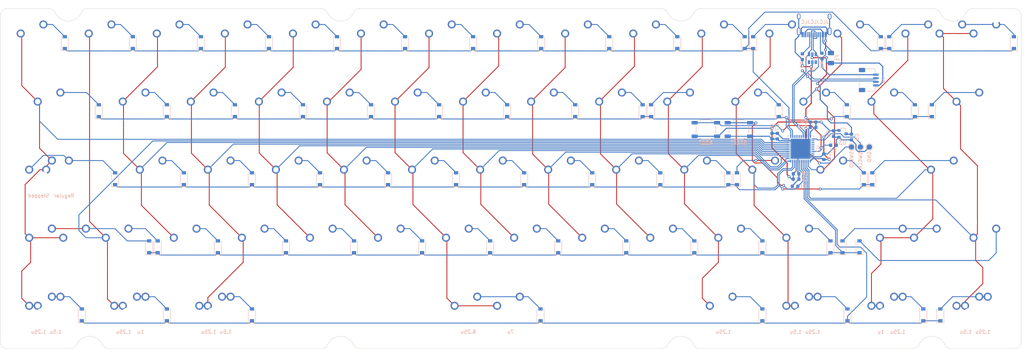
<source format=kicad_pcb>
(kicad_pcb (version 20171130) (host pcbnew 5.1.6-c6e7f7d~87~ubuntu18.04.1)
  (layers (0 F.Cu signal) (31 B.Cu signal) (34 B.Paste user) (35 F.Paste user) (36 B.SilkS user) (37 F.SilkS user) (38 B.Mask user) (39 F.Mask user) (44 Edge.Cuts user))
  (net 0 "")
  (net 1 col0)
  (net 2 col1)
  (net 3 col2)
  (net 4 col3)
  (net 5 col4)
  (net 6 col5)
  (net 7 col6)
  (net 8 col7)
  (net 9 col8)
  (net 10 col9)
  (net 11 col10)
  (net 12 col11)
  (net 13 col12)
  (net 14 col13)
  (net 15 col14)
  (net 16 row0)
  (net 17 row1)
  (net 18 row2)
  (net 19 row3)
  (net 20 row4)
  (net 21 "Net-(D_0-Pad2)")
  (net 22 "Net-(D_1-Pad2)")
  (net 23 "Net-(D_2-Pad2)")
  (net 24 "Net-(D_3-Pad2)")
  (net 25 "Net-(D_4-Pad2)")
  (net 26 "Net-(D_5-Pad2)")
  (net 27 "Net-(D_6-Pad2)")
  (net 28 "Net-(D_7-Pad2)")
  (net 29 "Net-(D_8-Pad2)")
  (net 30 "Net-(D_9-Pad2)")
  (net 31 "Net-(D_10-Pad2)")
  (net 32 "Net-(D_11-Pad2)")
  (net 33 "Net-(D_12-Pad2)")
  (net 34 "Net-(D_13-Pad2)")
  (net 35 "Net-(D_14-Pad2)")
  (net 36 "Net-(D_15-Pad2)")
  (net 37 "Net-(D_16-Pad2)")
  (net 38 "Net-(D_17-Pad2)")
  (net 39 "Net-(D_18-Pad2)")
  (net 40 "Net-(D_19-Pad2)")
  (net 41 "Net-(D_20-Pad2)")
  (net 42 "Net-(D_21-Pad2)")
  (net 43 "Net-(D_22-Pad2)")
  (net 44 "Net-(D_23-Pad2)")
  (net 45 "Net-(D_24-Pad2)")
  (net 46 "Net-(D_25-Pad2)")
  (net 47 "Net-(D_26-Pad2)")
  (net 48 "Net-(D_27-Pad2)")
  (net 49 "Net-(D_28-Pad2)")
  (net 50 "Net-(D_29-Pad2)")
  (net 51 "Net-(D_30-Pad2)")
  (net 52 "Net-(D_31-Pad2)")
  (net 53 "Net-(D_32-Pad2)")
  (net 54 "Net-(D_33-Pad2)")
  (net 55 "Net-(D_34-Pad2)")
  (net 56 "Net-(D_35-Pad2)")
  (net 57 "Net-(D_36-Pad2)")
  (net 58 "Net-(D_37-Pad2)")
  (net 59 "Net-(D_38-Pad2)")
  (net 60 "Net-(D_39-Pad2)")
  (net 61 "Net-(D_40-Pad2)")
  (net 62 "Net-(D_41-Pad2)")
  (net 63 "Net-(D_42-Pad2)")
  (net 64 "Net-(D_43-Pad2)")
  (net 65 "Net-(D_44-Pad2)")
  (net 66 "Net-(D_45-Pad2)")
  (net 67 "Net-(D_46-Pad2)")
  (net 68 "Net-(D_47-Pad2)")
  (net 69 "Net-(D_48-Pad2)")
  (net 70 "Net-(D_49-Pad2)")
  (net 71 "Net-(D_50-Pad2)")
  (net 72 "Net-(D_51-Pad2)")
  (net 73 "Net-(D_52-Pad2)")
  (net 74 "Net-(D_53-Pad2)")
  (net 75 "Net-(D_54-Pad2)")
  (net 76 "Net-(D_55-Pad2)")
  (net 77 "Net-(D_56-Pad2)")
  (net 78 "Net-(D_57-Pad2)")
  (net 79 "Net-(D_58-Pad2)")
  (net 80 "Net-(D_59-Pad2)")
  (net 81 "Net-(D_60-Pad2)")
  (net 82 "Net-(D_61-Pad2)")
  (net 83 "Net-(D_62-Pad2)")
  (net 84 "Net-(D_63-Pad2)")
  (net 85 "Net-(USB1-Pad3)")
  (net 86 "Net-(USB1-Pad9)")
  (net 87 GND)
  (net 88 NRST)
  (net 89 VDD1)
  (net 90 +5V)
  (net 91 VBUS)
  (net 92 BOOT0)
  (net 93 CC1)
  (net 94 CC2)
  (net 95 D+)
  (net 96 D-)
  (net 97 "Net-(U2-Pad46)")
  (net 98 "Net-(U2-Pad45)")
  (net 99 "Net-(U2-Pad43)")
  (net 100 "Net-(U2-Pad42)")
  (net 101 "Net-(U2-Pad41)")
  (net 102 "Net-(U2-Pad40)")
  (net 103 "Net-(U2-Pad39)")
  (net 104 "Net-(U2-Pad38)")
  (net 105 SWCLK)
  (net 106 SWDIO)
  (net 107 "Net-(U2-Pad31)")
  (net 108 "Net-(U2-Pad30)")
  (net 109 "Net-(U2-Pad29)")
  (net 110 "Net-(U2-Pad28)")
  (net 111 "Net-(U2-Pad27)")
  (net 112 "Net-(U1-Pad3)")
  (net 113 "Net-(U1-Pad1)")
  (module TestPoint:TestPoint_Pad_D1.5mm (layer B.Cu) (at 243.25 38.75)
    (fp_text reference J4 hide)
    (fp_text value GND (at 0 2.75 90) (layer B.SilkS) (effects (justify mirror)))
    (pad 1 smd circle (at 0 0) (size 1.5 1.5) (layers B.Cu B.Mask) (net 87 GND))
  )
  (module TestPoint:TestPoint_Pad_D1.5mm (layer B.Cu) (at 240.75 38.75)
    (fp_text reference J3 hide)
    (fp_text value SWCLK (at 0 3.75 90) (layer B.SilkS) (effects (justify mirror)))
    (pad 1 smd circle (at 0 0) (size 1.5 1.5) (layers B.Cu B.Mask) (net 105 SWCLK))
  )
  (module TestPoint:TestPoint_Pad_D1.5mm (layer B.Cu) (at 238.25 38.75)
    (fp_text reference J2 hide)
    (fp_text value SWDIO (at 0 3.5 90) (layer B.SilkS) (effects (justify mirror)))
    (pad 1 smd circle (at 0 0) (size 1.5 1.5) (layers B.Cu B.Mask) (net 106 SWDIO))
  )
  (module Connector_JST:JST_SH_SM04B-SRSS-TB_1x04-1MP_P1.00mm_Horizontal (layer B.Cu) (at 243.075 20 90)
    (fp_text reference J1 (at 0 3.98 90) (layer B.SilkS) (effects (justify mirror)))
    (fp_text value Daughterboard)
    (pad 1 smd roundrect (at -1.5 2 90) (size 0.6 1.55) (layers B.Cu B.Paste B.Mask) (net 90 +5V))
    (pad 2 smd roundrect (at -0.5 2 90) (size 0.6 1.55) (layers B.Cu B.Paste B.Mask) (net 96 D-))
    (pad 3 smd roundrect (at 0.5 2 90) (size 0.6 1.55) (layers B.Cu B.Paste B.Mask) (net 95 D+))
    (pad 4 smd roundrect (at 1.5 2 90) (size 0.6 1.55) (layers B.Cu B.Paste B.Mask) (net 87 GND))
    (pad MP smd roundrect (at -2.8 -1.875 90) (size 1.2 1.8) (layers B.Cu B.Paste B.Mask) (roundrect_rratio 0.208333))
    (pad MP smd roundrect (at 2.8 -1.875 90) (size 1.2 1.8) (layers B.Cu B.Paste B.Mask) (roundrect_rratio 0.208333))
  )
  (module Package_DFN_QFN:QFN-48-1EP_7x7mm_P0.5mm_EP5.6x5.6mm (layer B.Cu) (at 224 39.25 90)
    (fp_text reference U2 (at 0 4.82 90) (layer B.SilkS) (effects (justify mirror)))
    (fp_text value STM32F072C8Ux)
    (pad 49 smd rect (at 0 0 90) (size 5.6 5.6) (layers B.Cu B.Mask) (net 87 GND))
    (pad 48 smd roundrect (at -2.75 3.4375 90) (size 0.25 0.875) (layers B.Cu B.Paste B.Mask) (net 89 VDD1))
    (pad 47 smd roundrect (at -2.25 3.4375 90) (size 0.25 0.875) (layers B.Cu B.Paste B.Mask) (net 87 GND))
    (pad 46 smd roundrect (at -1.75 3.4375 90) (size 0.25 0.875) (layers B.Cu B.Paste B.Mask) (net 97 "Net-(U2-Pad46)"))
    (pad 45 smd roundrect (at -1.25 3.4375 90) (size 0.25 0.875) (layers B.Cu B.Paste B.Mask) (net 98 "Net-(U2-Pad45)"))
    (pad 44 smd roundrect (at -0.75 3.4375 90) (size 0.25 0.875) (layers B.Cu B.Paste B.Mask) (net 92 BOOT0))
    (pad 43 smd roundrect (at -0.25 3.4375 90) (size 0.25 0.875) (layers B.Cu B.Paste B.Mask) (net 99 "Net-(U2-Pad43)"))
    (pad 42 smd roundrect (at 0.25 3.4375 90) (size 0.25 0.875) (layers B.Cu B.Paste B.Mask) (net 100 "Net-(U2-Pad42)"))
    (pad 41 smd roundrect (at 0.75 3.4375 90) (size 0.25 0.875) (layers B.Cu B.Paste B.Mask) (net 101 "Net-(U2-Pad41)"))
    (pad 40 smd roundrect (at 1.25 3.4375 90) (size 0.25 0.875) (layers B.Cu B.Paste B.Mask) (net 102 "Net-(U2-Pad40)"))
    (pad 39 smd roundrect (at 1.75 3.4375 90) (size 0.25 0.875) (layers B.Cu B.Paste B.Mask) (net 103 "Net-(U2-Pad39)"))
    (pad 38 smd roundrect (at 2.25 3.4375 90) (size 0.25 0.875) (layers B.Cu B.Paste B.Mask) (net 104 "Net-(U2-Pad38)"))
    (pad 37 smd roundrect (at 2.75 3.4375 90) (size 0.25 0.875) (layers B.Cu B.Paste B.Mask) (net 105 SWCLK))
    (pad 36 smd roundrect (at 3.4375 2.75 90) (size 0.875 0.25) (layers B.Cu B.Paste B.Mask) (net 89 VDD1))
    (pad 35 smd roundrect (at 3.4375 2.25 90) (size 0.875 0.25) (layers B.Cu B.Paste B.Mask) (net 87 GND))
    (pad 34 smd roundrect (at 3.4375 1.75 90) (size 0.875 0.25) (layers B.Cu B.Paste B.Mask) (net 106 SWDIO))
    (pad 33 smd roundrect (at 3.4375 1.25 90) (size 0.875 0.25) (layers B.Cu B.Paste B.Mask) (net 95 D+))
    (pad 32 smd roundrect (at 3.4375 0.75 90) (size 0.875 0.25) (layers B.Cu B.Paste B.Mask) (net 96 D-))
    (pad 31 smd roundrect (at 3.4375 0.25 90) (size 0.875 0.25) (layers B.Cu B.Paste B.Mask) (net 107 "Net-(U2-Pad31)"))
    (pad 30 smd roundrect (at 3.4375 -0.25 90) (size 0.875 0.25) (layers B.Cu B.Paste B.Mask) (net 108 "Net-(U2-Pad30)"))
    (pad 29 smd roundrect (at 3.4375 -0.75 90) (size 0.875 0.25) (layers B.Cu B.Paste B.Mask) (net 109 "Net-(U2-Pad29)"))
    (pad 28 smd roundrect (at 3.4375 -1.25 90) (size 0.875 0.25) (layers B.Cu B.Paste B.Mask) (net 110 "Net-(U2-Pad28)"))
    (pad 27 smd roundrect (at 3.4375 -1.75 90) (size 0.875 0.25) (layers B.Cu B.Paste B.Mask) (net 111 "Net-(U2-Pad27)"))
    (pad 26 smd roundrect (at 3.4375 -2.25 90) (size 0.875 0.25) (layers B.Cu B.Paste B.Mask) (net 16 row0))
    (pad 25 smd roundrect (at 3.4375 -2.75 90) (size 0.875 0.25) (layers B.Cu B.Paste B.Mask) (net 17 row1))
    (pad 24 smd roundrect (at 2.75 -3.4375 90) (size 0.25 0.875) (layers B.Cu B.Paste B.Mask) (net 89 VDD1))
    (pad 23 smd roundrect (at 2.25 -3.4375 90) (size 0.25 0.875) (layers B.Cu B.Paste B.Mask) (net 87 GND))
    (pad 22 smd roundrect (at 1.75 -3.4375 90) (size 0.25 0.875) (layers B.Cu B.Paste B.Mask) (net 1 col0))
    (pad 21 smd roundrect (at 1.25 -3.4375 90) (size 0.25 0.875) (layers B.Cu B.Paste B.Mask) (net 2 col1))
    (pad 20 smd roundrect (at 0.75 -3.4375 90) (size 0.25 0.875) (layers B.Cu B.Paste B.Mask) (net 3 col2))
    (pad 19 smd roundrect (at 0.25 -3.4375 90) (size 0.25 0.875) (layers B.Cu B.Paste B.Mask) (net 4 col3))
    (pad 18 smd roundrect (at -0.25 -3.4375 90) (size 0.25 0.875) (layers B.Cu B.Paste B.Mask) (net 5 col4))
    (pad 17 smd roundrect (at -0.75 -3.4375 90) (size 0.25 0.875) (layers B.Cu B.Paste B.Mask) (net 6 col5))
    (pad 16 smd roundrect (at -1.25 -3.4375 90) (size 0.25 0.875) (layers B.Cu B.Paste B.Mask) (net 7 col6))
    (pad 15 smd roundrect (at -1.75 -3.4375 90) (size 0.25 0.875) (layers B.Cu B.Paste B.Mask) (net 8 col7))
    (pad 14 smd roundrect (at -2.25 -3.4375 90) (size 0.25 0.875) (layers B.Cu B.Paste B.Mask) (net 9 col8))
    (pad 13 smd roundrect (at -2.75 -3.4375 90) (size 0.25 0.875) (layers B.Cu B.Paste B.Mask) (net 10 col9))
    (pad 12 smd roundrect (at -3.4375 -2.75 90) (size 0.875 0.25) (layers B.Cu B.Paste B.Mask) (net 11 col10))
    (pad 11 smd roundrect (at -3.4375 -2.25 90) (size 0.875 0.25) (layers B.Cu B.Paste B.Mask) (net 12 col11))
    (pad 10 smd roundrect (at -3.4375 -1.75 90) (size 0.875 0.25) (layers B.Cu B.Paste B.Mask) (net 18 row2))
    (pad 9 smd roundrect (at -3.4375 -1.25 90) (size 0.875 0.25) (layers B.Cu B.Paste B.Mask) (net 89 VDD1))
    (pad 8 smd roundrect (at -3.4375 -0.75 90) (size 0.875 0.25) (layers B.Cu B.Paste B.Mask) (net 87 GND))
    (pad 7 smd roundrect (at -3.4375 -0.25 90) (size 0.875 0.25) (layers B.Cu B.Paste B.Mask) (net 88 NRST))
    (pad 6 smd roundrect (at -3.4375 0.25 90) (size 0.875 0.25) (layers B.Cu B.Paste B.Mask) (net 19 row3))
    (pad 5 smd roundrect (at -3.4375 0.75 90) (size 0.875 0.25) (layers B.Cu B.Paste B.Mask) (net 20 row4))
    (pad 4 smd roundrect (at -3.4375 1.25 90) (size 0.875 0.25) (layers B.Cu B.Paste B.Mask) (net 15 col14))
    (pad 3 smd roundrect (at -3.4375 1.75 90) (size 0.875 0.25) (layers B.Cu B.Paste B.Mask) (net 14 col13))
    (pad 2 smd roundrect (at -3.4375 2.25 90) (size 0.875 0.25) (layers B.Cu B.Paste B.Mask) (net 13 col12))
    (pad 1 smd roundrect (at -3.4375 2.75 90) (size 0.875 0.25) (layers B.Cu B.Paste B.Mask) (net 89 VDD1))
  )
  (module Package_TO_SOT_SMD:SOT-23 (layer B.Cu) (at 235.75 35.05)
    (fp_text reference U3 (at 0 2.5) (layer B.SilkS) (effects (justify mirror)))
    (fp_text value XC6206P332MR)
    (pad 3 smd rect (at 1 0) (size 0.9 0.8) (layers B.Cu B.Paste B.Mask) (net 90 +5V))
    (pad 2 smd rect (at -1 -0.95) (size 0.9 0.8) (layers B.Cu B.Paste B.Mask) (net 89 VDD1))
    (pad 1 smd rect (at -1 0.95) (size 0.9 0.8) (layers B.Cu B.Paste B.Mask) (net 87 GND))
  )
  (module Package_TO_SOT_SMD:SOT-23-6 (layer B.Cu) (at 227.3 13.9 90)
    (fp_text reference U1 (at -2.85 -0.05 180) (layer B.SilkS) (effects (justify mirror)))
    (fp_text value SRV05-4)
    (pad 5 smd rect (at 1.1 0 90) (size 1.06 0.65) (layers B.Cu B.Paste B.Mask) (net 90 +5V))
    (pad 6 smd rect (at 1.1 0.95 90) (size 1.06 0.65) (layers B.Cu B.Paste B.Mask) (net 95 D+))
    (pad 4 smd rect (at 1.1 -0.95 90) (size 1.06 0.65) (layers B.Cu B.Paste B.Mask) (net 96 D-))
    (pad 3 smd rect (at -1.1 -0.95 90) (size 1.06 0.65) (layers B.Cu B.Paste B.Mask) (net 112 "Net-(U1-Pad3)"))
    (pad 2 smd rect (at -1.1 0 90) (size 1.06 0.65) (layers B.Cu B.Paste B.Mask) (net 87 GND))
    (pad 1 smd rect (at -1.1 0.95 90) (size 1.06 0.65) (layers B.Cu B.Paste B.Mask) (net 113 "Net-(U1-Pad1)"))
  )
  (module Button_Switch_SMD:SW_SPST_TL3342 (layer B.Cu) (at 197.5 33.85)
    (fp_text reference SW2 hide)
    (fp_text value BOOT (at 0 3.75) (layer B.SilkS) (effects (justify mirror)))
    (pad 2 smd rect (at 3.15 -1.9) (size 1.7 1) (layers B.Cu B.Paste B.Mask) (net 92 BOOT0))
    (pad 2 smd rect (at -3.15 -1.9) (size 1.7 1) (layers B.Cu B.Paste B.Mask) (net 92 BOOT0))
    (pad 1 smd rect (at 3.15 1.9) (size 1.7 1) (layers B.Cu B.Paste B.Mask) (net 89 VDD1))
    (pad 1 smd rect (at -3.15 1.9) (size 1.7 1) (layers B.Cu B.Paste B.Mask) (net 89 VDD1))
  )
  (module Button_Switch_SMD:SW_SPST_TL3342 (layer B.Cu) (at 206.75 33.85)
    (fp_text reference SW1 hide)
    (fp_text value RESET (at 0 3.75) (layer B.SilkS) (effects (justify mirror)))
    (pad 2 smd rect (at 3.15 -1.9) (size 1.7 1) (layers B.Cu B.Paste B.Mask) (net 88 NRST))
    (pad 2 smd rect (at -3.15 -1.9) (size 1.7 1) (layers B.Cu B.Paste B.Mask) (net 88 NRST))
    (pad 1 smd rect (at 3.15 1.9) (size 1.7 1) (layers B.Cu B.Paste B.Mask) (net 87 GND))
    (pad 1 smd rect (at -3.15 1.9) (size 1.7 1) (layers B.Cu B.Paste B.Mask) (net 87 GND))
  )
  (module Resistor_SMD:R_0603_1608Metric (layer B.Cu) (at 230 13.2875 270)
    (fp_text reference R3 (at 2.4625 0 90) (layer B.SilkS) (effects (justify mirror)))
    (fp_text value 5.1k)
    (pad 2 smd roundrect (at 0.7875 0 270) (size 0.875 0.95) (layers B.Cu B.Paste B.Mask) (net 87 GND))
    (pad 1 smd roundrect (at -0.7875 0 270) (size 0.875 0.95) (layers B.Cu B.Paste B.Mask) (net 94 CC2))
  )
  (module Resistor_SMD:R_0603_1608Metric (layer B.Cu) (at 224.5 13.4625 270)
    (fp_text reference R2 (at 2.2875 0 90) (layer B.SilkS) (effects (justify mirror)))
    (fp_text value 5.1k)
    (pad 2 smd roundrect (at 0.7875 0 270) (size 0.875 0.95) (layers B.Cu B.Paste B.Mask) (net 87 GND))
    (pad 1 smd roundrect (at -0.7875 0 270) (size 0.875 0.95) (layers B.Cu B.Paste B.Mask) (net 93 CC1))
  )
  (module Resistor_SMD:R_0603_1608Metric (layer B.Cu) (at 233.2125 38.25 180)
    (fp_text reference R1 (at 0.2125 -1.5) (layer B.SilkS) (effects (justify mirror)))
    (fp_text value 10k)
    (pad 2 smd roundrect (at 0.7875 0 180) (size 0.875 0.95) (layers B.Cu B.Paste B.Mask) (net 92 BOOT0))
    (pad 1 smd roundrect (at -0.7875 0 180) (size 0.875 0.95) (layers B.Cu B.Paste B.Mask) (net 87 GND))
  )
  (module Fuse:Fuse_1206_3216Metric (layer B.Cu) (at 232.5 13.85 90)
    (fp_text reference F1 (at 0 1.82 90) (layer B.SilkS) (effects (justify mirror)))
    (fp_text value 500mA)
    (pad 2 smd roundrect (at 1.4 0 90) (size 1.25 1.75) (layers B.Cu B.Paste B.Mask) (roundrect_rratio 0.2) (net 91 VBUS))
    (pad 1 smd roundrect (at -1.4 0 90) (size 1.25 1.75) (layers B.Cu B.Paste B.Mask) (roundrect_rratio 0.2) (net 90 +5V))
  )
  (module Capacitor_SMD:C_0603_1608Metric (layer B.Cu) (at 227.5 33.25)
    (fp_text reference C10 (at -3 0) (layer B.SilkS) (effects (justify mirror)))
    (fp_text value 100n)
    (pad 2 smd roundrect (at 0.7875 0) (size 0.875 0.95) (layers B.Cu B.Paste B.Mask) (net 89 VDD1))
    (pad 1 smd roundrect (at -0.7875 0) (size 0.875 0.95) (layers B.Cu B.Paste B.Mask) (net 87 GND))
  )
  (module Capacitor_SMD:C_0603_1608Metric (layer B.Cu) (at 222.75 46.25 180)
    (fp_text reference C9 (at -2.5 0) (layer B.SilkS) (effects (justify mirror)))
    (fp_text value 10n)
    (pad 2 smd roundrect (at 0.7875 0 180) (size 0.875 0.95) (layers B.Cu B.Paste B.Mask) (net 89 VDD1))
    (pad 1 smd roundrect (at -0.7875 0 180) (size 0.875 0.95) (layers B.Cu B.Paste B.Mask) (net 87 GND))
  )
  (module Capacitor_SMD:C_0603_1608Metric (layer B.Cu) (at 230.5 41.4625 270)
    (fp_text reference C8 (at 0 -1.5 90) (layer B.SilkS) (effects (justify mirror)))
    (fp_text value 100n)
    (pad 2 smd roundrect (at 0.7875 0 270) (size 0.875 0.95) (layers B.Cu B.Paste B.Mask) (net 89 VDD1))
    (pad 1 smd roundrect (at -0.7875 0 270) (size 0.875 0.95) (layers B.Cu B.Paste B.Mask) (net 87 GND))
  )
  (module Capacitor_SMD:C_0603_1608Metric (layer B.Cu) (at 217.5 35.7125 90)
    (fp_text reference C7 (at 2.4625 0 90) (layer B.SilkS) (effects (justify mirror)))
    (fp_text value 100n)
    (pad 2 smd roundrect (at 0.7875 0 90) (size 0.875 0.95) (layers B.Cu B.Paste B.Mask) (net 89 VDD1))
    (pad 1 smd roundrect (at -0.7875 0 90) (size 0.875 0.95) (layers B.Cu B.Paste B.Mask) (net 87 GND))
  )
  (module Capacitor_SMD:C_0603_1608Metric (layer B.Cu) (at 233.25 35 270)
    (fp_text reference C6 (at 0 1.43 90) (layer B.SilkS) (effects (justify mirror)))
    (fp_text value 1u)
    (pad 2 smd roundrect (at 0.7875 0 270) (size 0.875 0.95) (layers B.Cu B.Paste B.Mask) (net 87 GND))
    (pad 1 smd roundrect (at -0.7875 0 270) (size 0.875 0.95) (layers B.Cu B.Paste B.Mask) (net 89 VDD1))
  )
  (module Capacitor_SMD:C_0603_1608Metric (layer B.Cu) (at 238.25 35.9625 270)
    (fp_text reference C5 (at 0 -1.5 90) (layer B.SilkS) (effects (justify mirror)))
    (fp_text value 1u)
    (pad 2 smd roundrect (at 0.7875 0 270) (size 0.875 0.95) (layers B.Cu B.Paste B.Mask) (net 87 GND))
    (pad 1 smd roundrect (at -0.7875 0 270) (size 0.875 0.95) (layers B.Cu B.Paste B.Mask) (net 90 +5V))
  )
  (module Capacitor_SMD:C_0603_1608Metric (layer B.Cu) (at 227.5 31.75)
    (fp_text reference C4 (at -2.5 0) (layer B.SilkS) (effects (justify mirror)))
    (fp_text value 4.7u)
    (pad 2 smd roundrect (at 0.7875 0) (size 0.875 0.95) (layers B.Cu B.Paste B.Mask) (net 89 VDD1))
    (pad 1 smd roundrect (at -0.7875 0) (size 0.875 0.95) (layers B.Cu B.Paste B.Mask) (net 87 GND))
  )
  (module Capacitor_SMD:C_0603_1608Metric (layer B.Cu) (at 222.75 47.75 180)
    (fp_text reference C3 (at -2.5 0) (layer B.SilkS) (effects (justify mirror)))
    (fp_text value 1u)
    (pad 2 smd roundrect (at 0.7875 0 180) (size 0.875 0.95) (layers B.Cu B.Paste B.Mask) (net 89 VDD1))
    (pad 1 smd roundrect (at -0.7875 0 180) (size 0.875 0.95) (layers B.Cu B.Paste B.Mask) (net 87 GND))
  )
  (module Capacitor_SMD:C_0603_1608Metric (layer B.Cu) (at 216 35.7125 90)
    (fp_text reference C2 (at 2.4625 0 90) (layer B.SilkS) (effects (justify mirror)))
    (fp_text value 4.7u)
    (pad 2 smd roundrect (at 0.7875 0 90) (size 0.875 0.95) (layers B.Cu B.Paste B.Mask) (net 89 VDD1))
    (pad 1 smd roundrect (at -0.7875 0 90) (size 0.875 0.95) (layers B.Cu B.Paste B.Mask) (net 87 GND))
  )
  (module Capacitor_SMD:C_0603_1608Metric (layer B.Cu) (at 222.4625 49.75 180)
    (fp_text reference C1 (at -2.2875 0) (layer B.SilkS) (effects (justify mirror)))
    (fp_text value 100n)
    (pad 2 smd roundrect (at 0.7875 0 180) (size 0.875 0.95) (layers B.Cu B.Paste B.Mask) (net 87 GND))
    (pad 1 smd roundrect (at -0.7875 0 180) (size 0.875 0.95) (layers B.Cu B.Paste B.Mask) (net 88 NRST))
  )
  (module MX_Only:MXOnly-1.5U-NoLED (layer F.Cu) (at 271.4625 85.725)
    (fp_text reference K_163)
    (fp_text value 1.5u (at -1.190625 4.7625) (layer B.SilkS) (effects (justify mirror)))
    (pad 2 thru_hole circle (at 2.54 -5.08) (size 2.25 2.25) (drill 1.47) (layers *.Cu B.Mask) (net 84 "Net-(D_63-Pad2)"))
    (pad "" np_thru_hole circle (at 0 0) (size 3.9878 3.9878) (drill 3.9878) (layers *.Cu *.Mask))
    (pad 1 thru_hole circle (at -3.81 -2.54) (size 2.25 2.25) (drill 1.47) (layers *.Cu B.Mask) (net 15 col14))
    (pad "" np_thru_hole circle (at -5.08 0 48.0996) (size 1.75 1.75) (drill 1.75) (layers *.Cu *.Mask))
    (pad "" np_thru_hole circle (at 5.08 0 48.0996) (size 1.75 1.75) (drill 1.75) (layers *.Cu *.Mask))
  )
  (module MX_Only:MXOnly-1U-NoLED (layer F.Cu) (at 247.65 85.725)
    (fp_text reference K_162)
    (fp_text value 1u (at -1.190625 4.7625) (layer B.SilkS) (effects (justify mirror)))
    (pad 2 thru_hole circle (at 2.54 -5.08) (size 2.25 2.25) (drill 1.47) (layers *.Cu B.Mask) (net 83 "Net-(D_62-Pad2)"))
    (pad "" np_thru_hole circle (at 0 0) (size 3.9878 3.9878) (drill 3.9878) (layers *.Cu *.Mask))
    (pad 1 thru_hole circle (at -3.81 -2.54) (size 2.25 2.25) (drill 1.47) (layers *.Cu B.Mask) (net 14 col13))
    (pad "" np_thru_hole circle (at -5.08 0 48.0996) (size 1.75 1.75) (drill 1.75) (layers *.Cu *.Mask))
    (pad "" np_thru_hole circle (at 5.08 0 48.0996) (size 1.75 1.75) (drill 1.75) (layers *.Cu *.Mask))
  )
  (module MX_Only:MXOnly-1.5U-NoLED (layer F.Cu) (at 223.8375 85.725)
    (fp_text reference K_161)
    (fp_text value 1.5u (at -1.190625 4.7625) (layer B.SilkS) (effects (justify mirror)))
    (pad 2 thru_hole circle (at 2.54 -5.08) (size 2.25 2.25) (drill 1.47) (layers *.Cu B.Mask) (net 82 "Net-(D_61-Pad2)"))
    (pad "" np_thru_hole circle (at 0 0) (size 3.9878 3.9878) (drill 3.9878) (layers *.Cu *.Mask))
    (pad 1 thru_hole circle (at -3.81 -2.54) (size 2.25 2.25) (drill 1.47) (layers *.Cu B.Mask) (net 12 col11))
    (pad "" np_thru_hole circle (at -5.08 0 48.0996) (size 1.75 1.75) (drill 1.75) (layers *.Cu *.Mask))
    (pad "" np_thru_hole circle (at 5.08 0 48.0996) (size 1.75 1.75) (drill 1.75) (layers *.Cu *.Mask))
  )
  (module MX_Only:MXOnly-7U-ReversedStabilizers-NoLED (layer F.Cu) (at 142.875 85.725)
    (fp_text reference K_159)
    (fp_text value 7u (at 0 4.7625) (layer B.SilkS) (effects (justify mirror)))
    (pad 2 thru_hole circle (at 2.54 -5.08) (size 2.25 2.25) (drill 1.47) (layers *.Cu B.Mask) (net 80 "Net-(D_59-Pad2)"))
    (pad "" np_thru_hole circle (at 0 0) (size 3.9878 3.9878) (drill 3.9878) (layers *.Cu *.Mask))
    (pad 1 thru_hole circle (at -3.81 -2.54) (size 2.25 2.25) (drill 1.47) (layers *.Cu B.Mask) (net 7 col6))
    (pad "" np_thru_hole circle (at -5.08 0 48.0996) (size 1.75 1.75) (drill 1.75) (layers *.Cu *.Mask))
    (pad "" np_thru_hole circle (at 5.08 0 48.0996) (size 1.75 1.75) (drill 1.75) (layers *.Cu *.Mask))
    (pad "" np_thru_hole circle (at -57.15 6.985) (size 3.048 3.048) (drill 3.048) (layers *.Cu *.Mask))
    (pad "" np_thru_hole circle (at 57.15 6.985) (size 3.048 3.048) (drill 3.048) (layers *.Cu *.Mask))
    (pad "" np_thru_hole circle (at -57.15 -8.255) (size 3.9878 3.9878) (drill 3.9878) (layers *.Cu *.Mask))
    (pad "" np_thru_hole circle (at 57.15 -8.255) (size 3.9878 3.9878) (drill 3.9878) (layers *.Cu *.Mask))
  )
  (module MX_Only:MXOnly-1.5U-NoLED (layer F.Cu) (at 61.9125 85.725)
    (fp_text reference K_158)
    (fp_text value 1.5u (at 1.190625 4.7625) (layer B.SilkS) (effects (justify mirror)))
    (pad 2 thru_hole circle (at 2.54 -5.08) (size 2.25 2.25) (drill 1.47) (layers *.Cu B.Mask) (net 79 "Net-(D_58-Pad2)"))
    (pad "" np_thru_hole circle (at 0 0) (size 3.9878 3.9878) (drill 3.9878) (layers *.Cu *.Mask))
    (pad 1 thru_hole circle (at -3.81 -2.54) (size 2.25 2.25) (drill 1.47) (layers *.Cu B.Mask) (net 4 col3))
    (pad "" np_thru_hole circle (at -5.08 0 48.0996) (size 1.75 1.75) (drill 1.75) (layers *.Cu *.Mask))
    (pad "" np_thru_hole circle (at 5.08 0 48.0996) (size 1.75 1.75) (drill 1.75) (layers *.Cu *.Mask))
  )
  (module MX_Only:MXOnly-1U-NoLED (layer F.Cu) (at 38.1 85.725)
    (fp_text reference K_157)
    (fp_text value 1u (at 1.190625 4.7625) (layer B.SilkS) (effects (justify mirror)))
    (pad 2 thru_hole circle (at 2.54 -5.08) (size 2.25 2.25) (drill 1.47) (layers *.Cu B.Mask) (net 78 "Net-(D_57-Pad2)"))
    (pad "" np_thru_hole circle (at 0 0) (size 3.9878 3.9878) (drill 3.9878) (layers *.Cu *.Mask))
    (pad 1 thru_hole circle (at -3.81 -2.54) (size 2.25 2.25) (drill 1.47) (layers *.Cu B.Mask) (net 2 col1))
    (pad "" np_thru_hole circle (at -5.08 0 48.0996) (size 1.75 1.75) (drill 1.75) (layers *.Cu *.Mask))
    (pad "" np_thru_hole circle (at 5.08 0 48.0996) (size 1.75 1.75) (drill 1.75) (layers *.Cu *.Mask))
  )
  (module MX_Only:MXOnly-1.5U-NoLED (layer F.Cu) (at 14.2875 85.725)
    (fp_text reference K_156)
    (fp_text value 1.5u (at 1.190625 4.7625) (layer B.SilkS) (effects (justify mirror)))
    (pad 2 thru_hole circle (at 2.54 -5.08) (size 2.25 2.25) (drill 1.47) (layers *.Cu B.Mask) (net 77 "Net-(D_56-Pad2)"))
    (pad "" np_thru_hole circle (at 0 0) (size 3.9878 3.9878) (drill 3.9878) (layers *.Cu *.Mask))
    (pad 1 thru_hole circle (at -3.81 -2.54) (size 2.25 2.25) (drill 1.47) (layers *.Cu B.Mask) (net 1 col0))
    (pad "" np_thru_hole circle (at -5.08 0 48.0996) (size 1.75 1.75) (drill 1.75) (layers *.Cu *.Mask))
    (pad "" np_thru_hole circle (at 5.08 0 48.0996) (size 1.75 1.75) (drill 1.75) (layers *.Cu *.Mask))
  )
  (module MX_Only:MXOnly-2.75U-NoLED (layer F.Cu) (at 259.55625 66.675)
    (fp_text reference K_154)
    (fp_text value MX-NoLED)
    (pad 2 thru_hole circle (at 2.54 -5.08) (size 2.25 2.25) (drill 1.47) (layers *.Cu B.Mask) (net 75 "Net-(D_54-Pad2)"))
    (pad "" np_thru_hole circle (at 0 0) (size 3.9878 3.9878) (drill 3.9878) (layers *.Cu *.Mask))
    (pad 1 thru_hole circle (at -3.81 -2.54) (size 2.25 2.25) (drill 1.47) (layers *.Cu B.Mask) (net 14 col13))
    (pad "" np_thru_hole circle (at -5.08 0 48.0996) (size 1.75 1.75) (drill 1.75) (layers *.Cu *.Mask))
    (pad "" np_thru_hole circle (at 5.08 0 48.0996) (size 1.75 1.75) (drill 1.75) (layers *.Cu *.Mask))
    (pad "" np_thru_hole circle (at -11.90625 -6.985) (size 3.048 3.048) (drill 3.048) (layers *.Cu *.Mask))
    (pad "" np_thru_hole circle (at 11.90625 -6.985) (size 3.048 3.048) (drill 3.048) (layers *.Cu *.Mask))
    (pad "" np_thru_hole circle (at -11.90625 8.255) (size 3.9878 3.9878) (drill 3.9878) (layers *.Cu *.Mask))
    (pad "" np_thru_hole circle (at 11.90625 8.255) (size 3.9878 3.9878) (drill 3.9878) (layers *.Cu *.Mask))
  )
  (module MX_Only:MXOnly-2U-NoLED (layer F.Cu) (at 266.7 9.525)
    (fp_text reference K_114)
    (fp_text value MX-NoLED)
    (pad 2 thru_hole circle (at 2.54 -5.08) (size 2.25 2.25) (drill 1.47) (layers *.Cu B.Mask) (net 35 "Net-(D_14-Pad2)"))
    (pad "" np_thru_hole circle (at 0 0) (size 3.9878 3.9878) (drill 3.9878) (layers *.Cu *.Mask))
    (pad 1 thru_hole circle (at -3.81 -2.54) (size 2.25 2.25) (drill 1.47) (layers *.Cu B.Mask) (net 15 col14))
    (pad "" np_thru_hole circle (at -5.08 0 48.0996) (size 1.75 1.75) (drill 1.75) (layers *.Cu *.Mask))
    (pad "" np_thru_hole circle (at 5.08 0 48.0996) (size 1.75 1.75) (drill 1.75) (layers *.Cu *.Mask))
    (pad "" np_thru_hole circle (at -11.90625 -6.985) (size 3.048 3.048) (drill 3.048) (layers *.Cu *.Mask))
    (pad "" np_thru_hole circle (at 11.90625 -6.985) (size 3.048 3.048) (drill 3.048) (layers *.Cu *.Mask))
    (pad "" np_thru_hole circle (at -11.90625 8.255) (size 3.9878 3.9878) (drill 3.9878) (layers *.Cu *.Mask))
    (pad "" np_thru_hole circle (at 11.90625 8.255) (size 3.9878 3.9878) (drill 3.9878) (layers *.Cu *.Mask))
  )
  (module MX_Only:MXOnly-2.25U-NoLED (layer F.Cu) (at 21.43125 66.675)
    (fp_text reference K_142)
    (fp_text value MX-NoLED)
    (pad 2 thru_hole circle (at 2.54 -5.08) (size 2.25 2.25) (drill 1.47) (layers *.Cu B.Mask) (net 63 "Net-(D_42-Pad2)"))
    (pad "" np_thru_hole circle (at 0 0) (size 3.9878 3.9878) (drill 3.9878) (layers *.Cu *.Mask))
    (pad 1 thru_hole circle (at -3.81 -2.54) (size 2.25 2.25) (drill 1.47) (layers *.Cu B.Mask) (net 1 col0))
    (pad "" np_thru_hole circle (at -5.08 0 48.0996) (size 1.75 1.75) (drill 1.75) (layers *.Cu *.Mask))
    (pad "" np_thru_hole circle (at 5.08 0 48.0996) (size 1.75 1.75) (drill 1.75) (layers *.Cu *.Mask))
    (pad "" np_thru_hole circle (at -11.90625 -6.985) (size 3.048 3.048) (drill 3.048) (layers *.Cu *.Mask))
    (pad "" np_thru_hole circle (at 11.90625 -6.985) (size 3.048 3.048) (drill 3.048) (layers *.Cu *.Mask))
    (pad "" np_thru_hole circle (at -11.90625 8.255) (size 3.9878 3.9878) (drill 3.9878) (layers *.Cu *.Mask))
    (pad "" np_thru_hole circle (at 11.90625 8.255) (size 3.9878 3.9878) (drill 3.9878) (layers *.Cu *.Mask))
  )
  (module MX_Only:MXOnly-1.25U-NoLED (layer F.Cu) (at 11.90625 47.625)
    (fp_text reference K_129)
    (fp_text value Stepped (at -1.190625 4.7625) (layer B.SilkS) (effects (justify mirror)))
    (pad 2 thru_hole circle (at 2.54 -5.08) (size 2.25 2.25) (drill 1.47) (layers *.Cu B.Mask) (net 1 col0))
    (pad "" np_thru_hole circle (at 0 0) (size 3.9878 3.9878) (drill 3.9878) (layers *.Cu *.Mask))
    (pad 1 thru_hole circle (at -3.81 -2.54) (size 2.25 2.25) (drill 1.47) (layers *.Cu B.Mask) (net 50 "Net-(D_29-Pad2)"))
    (pad "" np_thru_hole circle (at -5.08 0 48.0996) (size 1.75 1.75) (drill 1.75) (layers *.Cu *.Mask))
    (pad "" np_thru_hole circle (at 5.08 0 48.0996) (size 1.75 1.75) (drill 1.75) (layers *.Cu *.Mask))
  )
  (module MX_Only:MXOnly-1.25U-NoLED (layer F.Cu) (at 273.84375 85.725)
    (fp_text reference K_63)
    (fp_text value 1.25u (at 1.190625 4.7625) (layer B.SilkS) (effects (justify mirror)))
    (pad 2 thru_hole circle (at 2.54 -5.08) (size 2.25 2.25) (drill 1.47) (layers *.Cu B.Mask) (net 84 "Net-(D_63-Pad2)"))
    (pad "" np_thru_hole circle (at 0 0) (size 3.9878 3.9878) (drill 3.9878) (layers *.Cu *.Mask))
    (pad 1 thru_hole circle (at -3.81 -2.54) (size 2.25 2.25) (drill 1.47) (layers *.Cu B.Mask) (net 15 col14))
    (pad "" np_thru_hole circle (at -5.08 0 48.0996) (size 1.75 1.75) (drill 1.75) (layers *.Cu *.Mask))
    (pad "" np_thru_hole circle (at 5.08 0 48.0996) (size 1.75 1.75) (drill 1.75) (layers *.Cu *.Mask))
  )
  (module MX_Only:MXOnly-1.25U-NoLED (layer F.Cu) (at 250.03125 85.725)
    (fp_text reference K_62)
    (fp_text value 1.25u (at 1.190625 4.7625) (layer B.SilkS) (effects (justify mirror)))
    (pad 2 thru_hole circle (at 2.54 -5.08) (size 2.25 2.25) (drill 1.47) (layers *.Cu B.Mask) (net 83 "Net-(D_62-Pad2)"))
    (pad "" np_thru_hole circle (at 0 0) (size 3.9878 3.9878) (drill 3.9878) (layers *.Cu *.Mask))
    (pad 1 thru_hole circle (at -3.81 -2.54) (size 2.25 2.25) (drill 1.47) (layers *.Cu B.Mask) (net 14 col13))
    (pad "" np_thru_hole circle (at -5.08 0 48.0996) (size 1.75 1.75) (drill 1.75) (layers *.Cu *.Mask))
    (pad "" np_thru_hole circle (at 5.08 0 48.0996) (size 1.75 1.75) (drill 1.75) (layers *.Cu *.Mask))
  )
  (module MX_Only:MXOnly-1.25U-NoLED (layer F.Cu) (at 226.21875 85.725)
    (fp_text reference K_61)
    (fp_text value 1.25u (at 1.190625 4.7625) (layer B.SilkS) (effects (justify mirror)))
    (pad 2 thru_hole circle (at 2.54 -5.08) (size 2.25 2.25) (drill 1.47) (layers *.Cu B.Mask) (net 82 "Net-(D_61-Pad2)"))
    (pad "" np_thru_hole circle (at 0 0) (size 3.9878 3.9878) (drill 3.9878) (layers *.Cu *.Mask))
    (pad 1 thru_hole circle (at -3.81 -2.54) (size 2.25 2.25) (drill 1.47) (layers *.Cu B.Mask) (net 12 col11))
    (pad "" np_thru_hole circle (at -5.08 0 48.0996) (size 1.75 1.75) (drill 1.75) (layers *.Cu *.Mask))
    (pad "" np_thru_hole circle (at 5.08 0 48.0996) (size 1.75 1.75) (drill 1.75) (layers *.Cu *.Mask))
  )
  (module MX_Only:MXOnly-1.25U-NoLED (layer F.Cu) (at 202.40625 85.725)
    (fp_text reference K_60)
    (fp_text value 1.25u (at 0 4.7625) (layer B.SilkS) (effects (justify mirror)))
    (pad 2 thru_hole circle (at 2.54 -5.08) (size 2.25 2.25) (drill 1.47) (layers *.Cu B.Mask) (net 81 "Net-(D_60-Pad2)"))
    (pad "" np_thru_hole circle (at 0 0) (size 3.9878 3.9878) (drill 3.9878) (layers *.Cu *.Mask))
    (pad 1 thru_hole circle (at -3.81 -2.54) (size 2.25 2.25) (drill 1.47) (layers *.Cu B.Mask) (net 11 col10))
    (pad "" np_thru_hole circle (at -5.08 0 48.0996) (size 1.75 1.75) (drill 1.75) (layers *.Cu *.Mask))
    (pad "" np_thru_hole circle (at 5.08 0 48.0996) (size 1.75 1.75) (drill 1.75) (layers *.Cu *.Mask))
  )
  (module MX_Only:MXOnly-1.25U-NoLED (layer F.Cu) (at 59.53125 85.725)
    (fp_text reference K_58)
    (fp_text value 1.25u (at -1.190625 4.7625) (layer B.SilkS) (effects (justify mirror)))
    (pad 2 thru_hole circle (at 2.54 -5.08) (size 2.25 2.25) (drill 1.47) (layers *.Cu B.Mask) (net 79 "Net-(D_58-Pad2)"))
    (pad "" np_thru_hole circle (at 0 0) (size 3.9878 3.9878) (drill 3.9878) (layers *.Cu *.Mask))
    (pad 1 thru_hole circle (at -3.81 -2.54) (size 2.25 2.25) (drill 1.47) (layers *.Cu B.Mask) (net 4 col3))
    (pad "" np_thru_hole circle (at -5.08 0 48.0996) (size 1.75 1.75) (drill 1.75) (layers *.Cu *.Mask))
    (pad "" np_thru_hole circle (at 5.08 0 48.0996) (size 1.75 1.75) (drill 1.75) (layers *.Cu *.Mask))
  )
  (module MX_Only:MXOnly-1.25U-NoLED (layer F.Cu) (at 35.71875 85.725)
    (fp_text reference K_57)
    (fp_text value 1.25u (at -1.190625 4.7625) (layer B.SilkS) (effects (justify mirror)))
    (pad 2 thru_hole circle (at 2.54 -5.08) (size 2.25 2.25) (drill 1.47) (layers *.Cu B.Mask) (net 78 "Net-(D_57-Pad2)"))
    (pad "" np_thru_hole circle (at 0 0) (size 3.9878 3.9878) (drill 3.9878) (layers *.Cu *.Mask))
    (pad 1 thru_hole circle (at -3.81 -2.54) (size 2.25 2.25) (drill 1.47) (layers *.Cu B.Mask) (net 2 col1))
    (pad "" np_thru_hole circle (at -5.08 0 48.0996) (size 1.75 1.75) (drill 1.75) (layers *.Cu *.Mask))
    (pad "" np_thru_hole circle (at 5.08 0 48.0996) (size 1.75 1.75) (drill 1.75) (layers *.Cu *.Mask))
  )
  (module MX_Only:MXOnly-1.25U-NoLED (layer F.Cu) (at 11.90625 85.725)
    (fp_text reference K_56)
    (fp_text value 1.25u (at -1.190625 4.7625) (layer B.SilkS) (effects (justify mirror)))
    (pad 2 thru_hole circle (at 2.54 -5.08) (size 2.25 2.25) (drill 1.47) (layers *.Cu B.Mask) (net 77 "Net-(D_56-Pad2)"))
    (pad "" np_thru_hole circle (at 0 0) (size 3.9878 3.9878) (drill 3.9878) (layers *.Cu *.Mask))
    (pad 1 thru_hole circle (at -3.81 -2.54) (size 2.25 2.25) (drill 1.47) (layers *.Cu B.Mask) (net 1 col0))
    (pad "" np_thru_hole circle (at -5.08 0 48.0996) (size 1.75 1.75) (drill 1.75) (layers *.Cu *.Mask))
    (pad "" np_thru_hole circle (at 5.08 0 48.0996) (size 1.75 1.75) (drill 1.75) (layers *.Cu *.Mask))
  )
  (module MX_Only:MXOnly-1U-NoLED (layer F.Cu) (at 276.225 66.675)
    (fp_text reference K_55)
    (fp_text value KEYSW)
    (pad 2 thru_hole circle (at 2.54 -5.08) (size 2.25 2.25) (drill 1.47) (layers *.Cu B.Mask) (net 76 "Net-(D_55-Pad2)"))
    (pad "" np_thru_hole circle (at 0 0) (size 3.9878 3.9878) (drill 3.9878) (layers *.Cu *.Mask))
    (pad 1 thru_hole circle (at -3.81 -2.54) (size 2.25 2.25) (drill 1.47) (layers *.Cu B.Mask) (net 15 col14))
    (pad "" np_thru_hole circle (at -5.08 0 48.0996) (size 1.75 1.75) (drill 1.75) (layers *.Cu *.Mask))
    (pad "" np_thru_hole circle (at 5.08 0 48.0996) (size 1.75 1.75) (drill 1.75) (layers *.Cu *.Mask))
  )
  (module MX_Only:MXOnly-1.75U-NoLED (layer F.Cu) (at 250.03125 66.675)
    (fp_text reference K_54)
    (fp_text value KEYSW)
    (pad 2 thru_hole circle (at 2.54 -5.08) (size 2.25 2.25) (drill 1.47) (layers *.Cu B.Mask) (net 75 "Net-(D_54-Pad2)"))
    (pad "" np_thru_hole circle (at 0 0) (size 3.9878 3.9878) (drill 3.9878) (layers *.Cu *.Mask))
    (pad 1 thru_hole circle (at -3.81 -2.54) (size 2.25 2.25) (drill 1.47) (layers *.Cu B.Mask) (net 14 col13))
    (pad "" np_thru_hole circle (at -5.08 0 48.0996) (size 1.75 1.75) (drill 1.75) (layers *.Cu *.Mask))
    (pad "" np_thru_hole circle (at 5.08 0 48.0996) (size 1.75 1.75) (drill 1.75) (layers *.Cu *.Mask))
  )
  (module MX_Only:MXOnly-1U-NoLED (layer F.Cu) (at 223.8375 66.675)
    (fp_text reference K_53)
    (fp_text value KEYSW)
    (pad 2 thru_hole circle (at 2.54 -5.08) (size 2.25 2.25) (drill 1.47) (layers *.Cu B.Mask) (net 74 "Net-(D_53-Pad2)"))
    (pad "" np_thru_hole circle (at 0 0) (size 3.9878 3.9878) (drill 3.9878) (layers *.Cu *.Mask))
    (pad 1 thru_hole circle (at -3.81 -2.54) (size 2.25 2.25) (drill 1.47) (layers *.Cu B.Mask) (net 12 col11))
    (pad "" np_thru_hole circle (at -5.08 0 48.0996) (size 1.75 1.75) (drill 1.75) (layers *.Cu *.Mask))
    (pad "" np_thru_hole circle (at 5.08 0 48.0996) (size 1.75 1.75) (drill 1.75) (layers *.Cu *.Mask))
  )
  (module MX_Only:MXOnly-1U-NoLED (layer F.Cu) (at 204.7875 66.675)
    (fp_text reference K_52)
    (fp_text value KEYSW)
    (pad 2 thru_hole circle (at 2.54 -5.08) (size 2.25 2.25) (drill 1.47) (layers *.Cu B.Mask) (net 73 "Net-(D_52-Pad2)"))
    (pad "" np_thru_hole circle (at 0 0) (size 3.9878 3.9878) (drill 3.9878) (layers *.Cu *.Mask))
    (pad 1 thru_hole circle (at -3.81 -2.54) (size 2.25 2.25) (drill 1.47) (layers *.Cu B.Mask) (net 11 col10))
    (pad "" np_thru_hole circle (at -5.08 0 48.0996) (size 1.75 1.75) (drill 1.75) (layers *.Cu *.Mask))
    (pad "" np_thru_hole circle (at 5.08 0 48.0996) (size 1.75 1.75) (drill 1.75) (layers *.Cu *.Mask))
  )
  (module MX_Only:MXOnly-1U-NoLED (layer F.Cu) (at 185.7375 66.675)
    (fp_text reference K_51)
    (fp_text value KEYSW)
    (pad 2 thru_hole circle (at 2.54 -5.08) (size 2.25 2.25) (drill 1.47) (layers *.Cu B.Mask) (net 72 "Net-(D_51-Pad2)"))
    (pad "" np_thru_hole circle (at 0 0) (size 3.9878 3.9878) (drill 3.9878) (layers *.Cu *.Mask))
    (pad 1 thru_hole circle (at -3.81 -2.54) (size 2.25 2.25) (drill 1.47) (layers *.Cu B.Mask) (net 10 col9))
    (pad "" np_thru_hole circle (at -5.08 0 48.0996) (size 1.75 1.75) (drill 1.75) (layers *.Cu *.Mask))
    (pad "" np_thru_hole circle (at 5.08 0 48.0996) (size 1.75 1.75) (drill 1.75) (layers *.Cu *.Mask))
  )
  (module MX_Only:MXOnly-1U-NoLED (layer F.Cu) (at 166.6875 66.675)
    (fp_text reference K_50)
    (fp_text value KEYSW)
    (pad 2 thru_hole circle (at 2.54 -5.08) (size 2.25 2.25) (drill 1.47) (layers *.Cu B.Mask) (net 71 "Net-(D_50-Pad2)"))
    (pad "" np_thru_hole circle (at 0 0) (size 3.9878 3.9878) (drill 3.9878) (layers *.Cu *.Mask))
    (pad 1 thru_hole circle (at -3.81 -2.54) (size 2.25 2.25) (drill 1.47) (layers *.Cu B.Mask) (net 9 col8))
    (pad "" np_thru_hole circle (at -5.08 0 48.0996) (size 1.75 1.75) (drill 1.75) (layers *.Cu *.Mask))
    (pad "" np_thru_hole circle (at 5.08 0 48.0996) (size 1.75 1.75) (drill 1.75) (layers *.Cu *.Mask))
  )
  (module MX_Only:MXOnly-1U-NoLED (layer F.Cu) (at 147.6375 66.675)
    (fp_text reference K_49)
    (fp_text value KEYSW)
    (pad 2 thru_hole circle (at 2.54 -5.08) (size 2.25 2.25) (drill 1.47) (layers *.Cu B.Mask) (net 70 "Net-(D_49-Pad2)"))
    (pad "" np_thru_hole circle (at 0 0) (size 3.9878 3.9878) (drill 3.9878) (layers *.Cu *.Mask))
    (pad 1 thru_hole circle (at -3.81 -2.54) (size 2.25 2.25) (drill 1.47) (layers *.Cu B.Mask) (net 8 col7))
    (pad "" np_thru_hole circle (at -5.08 0 48.0996) (size 1.75 1.75) (drill 1.75) (layers *.Cu *.Mask))
    (pad "" np_thru_hole circle (at 5.08 0 48.0996) (size 1.75 1.75) (drill 1.75) (layers *.Cu *.Mask))
  )
  (module MX_Only:MXOnly-1U-NoLED (layer F.Cu) (at 128.5875 66.675)
    (fp_text reference K_48)
    (fp_text value KEYSW)
    (pad 2 thru_hole circle (at 2.54 -5.08) (size 2.25 2.25) (drill 1.47) (layers *.Cu B.Mask) (net 69 "Net-(D_48-Pad2)"))
    (pad "" np_thru_hole circle (at 0 0) (size 3.9878 3.9878) (drill 3.9878) (layers *.Cu *.Mask))
    (pad 1 thru_hole circle (at -3.81 -2.54) (size 2.25 2.25) (drill 1.47) (layers *.Cu B.Mask) (net 7 col6))
    (pad "" np_thru_hole circle (at -5.08 0 48.0996) (size 1.75 1.75) (drill 1.75) (layers *.Cu *.Mask))
    (pad "" np_thru_hole circle (at 5.08 0 48.0996) (size 1.75 1.75) (drill 1.75) (layers *.Cu *.Mask))
  )
  (module MX_Only:MXOnly-1U-NoLED (layer F.Cu) (at 109.5375 66.675)
    (fp_text reference K_47)
    (fp_text value KEYSW)
    (pad 2 thru_hole circle (at 2.54 -5.08) (size 2.25 2.25) (drill 1.47) (layers *.Cu B.Mask) (net 68 "Net-(D_47-Pad2)"))
    (pad "" np_thru_hole circle (at 0 0) (size 3.9878 3.9878) (drill 3.9878) (layers *.Cu *.Mask))
    (pad 1 thru_hole circle (at -3.81 -2.54) (size 2.25 2.25) (drill 1.47) (layers *.Cu B.Mask) (net 6 col5))
    (pad "" np_thru_hole circle (at -5.08 0 48.0996) (size 1.75 1.75) (drill 1.75) (layers *.Cu *.Mask))
    (pad "" np_thru_hole circle (at 5.08 0 48.0996) (size 1.75 1.75) (drill 1.75) (layers *.Cu *.Mask))
  )
  (module MX_Only:MXOnly-1U-NoLED (layer F.Cu) (at 90.4875 66.675)
    (fp_text reference K_46)
    (fp_text value KEYSW)
    (pad 2 thru_hole circle (at 2.54 -5.08) (size 2.25 2.25) (drill 1.47) (layers *.Cu B.Mask) (net 67 "Net-(D_46-Pad2)"))
    (pad "" np_thru_hole circle (at 0 0) (size 3.9878 3.9878) (drill 3.9878) (layers *.Cu *.Mask))
    (pad 1 thru_hole circle (at -3.81 -2.54) (size 2.25 2.25) (drill 1.47) (layers *.Cu B.Mask) (net 5 col4))
    (pad "" np_thru_hole circle (at -5.08 0 48.0996) (size 1.75 1.75) (drill 1.75) (layers *.Cu *.Mask))
    (pad "" np_thru_hole circle (at 5.08 0 48.0996) (size 1.75 1.75) (drill 1.75) (layers *.Cu *.Mask))
  )
  (module MX_Only:MXOnly-1U-NoLED (layer F.Cu) (at 71.4375 66.675)
    (fp_text reference K_45)
    (fp_text value KEYSW)
    (pad 2 thru_hole circle (at 2.54 -5.08) (size 2.25 2.25) (drill 1.47) (layers *.Cu B.Mask) (net 66 "Net-(D_45-Pad2)"))
    (pad "" np_thru_hole circle (at 0 0) (size 3.9878 3.9878) (drill 3.9878) (layers *.Cu *.Mask))
    (pad 1 thru_hole circle (at -3.81 -2.54) (size 2.25 2.25) (drill 1.47) (layers *.Cu B.Mask) (net 4 col3))
    (pad "" np_thru_hole circle (at -5.08 0 48.0996) (size 1.75 1.75) (drill 1.75) (layers *.Cu *.Mask))
    (pad "" np_thru_hole circle (at 5.08 0 48.0996) (size 1.75 1.75) (drill 1.75) (layers *.Cu *.Mask))
  )
  (module MX_Only:MXOnly-1U-NoLED (layer F.Cu) (at 52.3875 66.675)
    (fp_text reference K_44)
    (fp_text value KEYSW)
    (pad 2 thru_hole circle (at 2.54 -5.08) (size 2.25 2.25) (drill 1.47) (layers *.Cu B.Mask) (net 65 "Net-(D_44-Pad2)"))
    (pad "" np_thru_hole circle (at 0 0) (size 3.9878 3.9878) (drill 3.9878) (layers *.Cu *.Mask))
    (pad 1 thru_hole circle (at -3.81 -2.54) (size 2.25 2.25) (drill 1.47) (layers *.Cu B.Mask) (net 3 col2))
    (pad "" np_thru_hole circle (at -5.08 0 48.0996) (size 1.75 1.75) (drill 1.75) (layers *.Cu *.Mask))
    (pad "" np_thru_hole circle (at 5.08 0 48.0996) (size 1.75 1.75) (drill 1.75) (layers *.Cu *.Mask))
  )
  (module MX_Only:MXOnly-1U-NoLED (layer F.Cu) (at 33.3375 66.675)
    (fp_text reference K_43)
    (fp_text value KEYSW)
    (pad 2 thru_hole circle (at 2.54 -5.08) (size 2.25 2.25) (drill 1.47) (layers *.Cu B.Mask) (net 64 "Net-(D_43-Pad2)"))
    (pad "" np_thru_hole circle (at 0 0) (size 3.9878 3.9878) (drill 3.9878) (layers *.Cu *.Mask))
    (pad 1 thru_hole circle (at -3.81 -2.54) (size 2.25 2.25) (drill 1.47) (layers *.Cu B.Mask) (net 2 col1))
    (pad "" np_thru_hole circle (at -5.08 0 48.0996) (size 1.75 1.75) (drill 1.75) (layers *.Cu *.Mask))
    (pad "" np_thru_hole circle (at 5.08 0 48.0996) (size 1.75 1.75) (drill 1.75) (layers *.Cu *.Mask))
  )
  (module MX_Only:MXOnly-1.25U-NoLED (layer F.Cu) (at 11.90625 66.675)
    (fp_text reference K_42)
    (fp_text value KEYSW)
    (pad 2 thru_hole circle (at 2.54 -5.08) (size 2.25 2.25) (drill 1.47) (layers *.Cu B.Mask) (net 63 "Net-(D_42-Pad2)"))
    (pad "" np_thru_hole circle (at 0 0) (size 3.9878 3.9878) (drill 3.9878) (layers *.Cu *.Mask))
    (pad 1 thru_hole circle (at -3.81 -2.54) (size 2.25 2.25) (drill 1.47) (layers *.Cu B.Mask) (net 1 col0))
    (pad "" np_thru_hole circle (at -5.08 0 48.0996) (size 1.75 1.75) (drill 1.75) (layers *.Cu *.Mask))
    (pad "" np_thru_hole circle (at 5.08 0 48.0996) (size 1.75 1.75) (drill 1.75) (layers *.Cu *.Mask))
  )
  (module MX_Only:MXOnly-2.25U-NoLED (layer F.Cu) (at 264.31875 47.625)
    (fp_text reference K_41)
    (fp_text value KEYSW)
    (pad 2 thru_hole circle (at 2.54 -5.08) (size 2.25 2.25) (drill 1.47) (layers *.Cu B.Mask) (net 62 "Net-(D_41-Pad2)"))
    (pad "" np_thru_hole circle (at 0 0) (size 3.9878 3.9878) (drill 3.9878) (layers *.Cu *.Mask))
    (pad 1 thru_hole circle (at -3.81 -2.54) (size 2.25 2.25) (drill 1.47) (layers *.Cu B.Mask) (net 14 col13))
    (pad "" np_thru_hole circle (at -5.08 0 48.0996) (size 1.75 1.75) (drill 1.75) (layers *.Cu *.Mask))
    (pad "" np_thru_hole circle (at 5.08 0 48.0996) (size 1.75 1.75) (drill 1.75) (layers *.Cu *.Mask))
    (pad "" np_thru_hole circle (at -11.90625 -6.985) (size 3.048 3.048) (drill 3.048) (layers *.Cu *.Mask))
    (pad "" np_thru_hole circle (at 11.90625 -6.985) (size 3.048 3.048) (drill 3.048) (layers *.Cu *.Mask))
    (pad "" np_thru_hole circle (at -11.90625 8.255) (size 3.9878 3.9878) (drill 3.9878) (layers *.Cu *.Mask))
    (pad "" np_thru_hole circle (at 11.90625 8.255) (size 3.9878 3.9878) (drill 3.9878) (layers *.Cu *.Mask))
  )
  (module MX_Only:MXOnly-1U-NoLED (layer F.Cu) (at 233.3625 47.625)
    (fp_text reference K_40)
    (fp_text value KEYSW)
    (pad 2 thru_hole circle (at 2.54 -5.08) (size 2.25 2.25) (drill 1.47) (layers *.Cu B.Mask) (net 61 "Net-(D_40-Pad2)"))
    (pad "" np_thru_hole circle (at 0 0) (size 3.9878 3.9878) (drill 3.9878) (layers *.Cu *.Mask))
    (pad 1 thru_hole circle (at -3.81 -2.54) (size 2.25 2.25) (drill 1.47) (layers *.Cu B.Mask) (net 13 col12))
    (pad "" np_thru_hole circle (at -5.08 0 48.0996) (size 1.75 1.75) (drill 1.75) (layers *.Cu *.Mask))
    (pad "" np_thru_hole circle (at 5.08 0 48.0996) (size 1.75 1.75) (drill 1.75) (layers *.Cu *.Mask))
  )
  (module MX_Only:MXOnly-1U-NoLED (layer F.Cu) (at 214.3125 47.625)
    (fp_text reference K_39)
    (fp_text value KEYSW)
    (pad 2 thru_hole circle (at 2.54 -5.08) (size 2.25 2.25) (drill 1.47) (layers *.Cu B.Mask) (net 60 "Net-(D_39-Pad2)"))
    (pad "" np_thru_hole circle (at 0 0) (size 3.9878 3.9878) (drill 3.9878) (layers *.Cu *.Mask))
    (pad 1 thru_hole circle (at -3.81 -2.54) (size 2.25 2.25) (drill 1.47) (layers *.Cu B.Mask) (net 12 col11))
    (pad "" np_thru_hole circle (at -5.08 0 48.0996) (size 1.75 1.75) (drill 1.75) (layers *.Cu *.Mask))
    (pad "" np_thru_hole circle (at 5.08 0 48.0996) (size 1.75 1.75) (drill 1.75) (layers *.Cu *.Mask))
  )
  (module MX_Only:MXOnly-1U-NoLED (layer F.Cu) (at 195.2625 47.625)
    (fp_text reference K_38)
    (fp_text value KEYSW)
    (pad 2 thru_hole circle (at 2.54 -5.08) (size 2.25 2.25) (drill 1.47) (layers *.Cu B.Mask) (net 59 "Net-(D_38-Pad2)"))
    (pad "" np_thru_hole circle (at 0 0) (size 3.9878 3.9878) (drill 3.9878) (layers *.Cu *.Mask))
    (pad 1 thru_hole circle (at -3.81 -2.54) (size 2.25 2.25) (drill 1.47) (layers *.Cu B.Mask) (net 11 col10))
    (pad "" np_thru_hole circle (at -5.08 0 48.0996) (size 1.75 1.75) (drill 1.75) (layers *.Cu *.Mask))
    (pad "" np_thru_hole circle (at 5.08 0 48.0996) (size 1.75 1.75) (drill 1.75) (layers *.Cu *.Mask))
  )
  (module MX_Only:MXOnly-1U-NoLED (layer F.Cu) (at 176.2125 47.625)
    (fp_text reference K_37)
    (fp_text value KEYSW)
    (pad 2 thru_hole circle (at 2.54 -5.08) (size 2.25 2.25) (drill 1.47) (layers *.Cu B.Mask) (net 58 "Net-(D_37-Pad2)"))
    (pad "" np_thru_hole circle (at 0 0) (size 3.9878 3.9878) (drill 3.9878) (layers *.Cu *.Mask))
    (pad 1 thru_hole circle (at -3.81 -2.54) (size 2.25 2.25) (drill 1.47) (layers *.Cu B.Mask) (net 10 col9))
    (pad "" np_thru_hole circle (at -5.08 0 48.0996) (size 1.75 1.75) (drill 1.75) (layers *.Cu *.Mask))
    (pad "" np_thru_hole circle (at 5.08 0 48.0996) (size 1.75 1.75) (drill 1.75) (layers *.Cu *.Mask))
  )
  (module MX_Only:MXOnly-1U-NoLED (layer F.Cu) (at 157.1625 47.625)
    (fp_text reference K_36)
    (fp_text value KEYSW)
    (pad 2 thru_hole circle (at 2.54 -5.08) (size 2.25 2.25) (drill 1.47) (layers *.Cu B.Mask) (net 57 "Net-(D_36-Pad2)"))
    (pad "" np_thru_hole circle (at 0 0) (size 3.9878 3.9878) (drill 3.9878) (layers *.Cu *.Mask))
    (pad 1 thru_hole circle (at -3.81 -2.54) (size 2.25 2.25) (drill 1.47) (layers *.Cu B.Mask) (net 9 col8))
    (pad "" np_thru_hole circle (at -5.08 0 48.0996) (size 1.75 1.75) (drill 1.75) (layers *.Cu *.Mask))
    (pad "" np_thru_hole circle (at 5.08 0 48.0996) (size 1.75 1.75) (drill 1.75) (layers *.Cu *.Mask))
  )
  (module MX_Only:MXOnly-1U-NoLED (layer F.Cu) (at 138.1125 47.625)
    (fp_text reference K_35)
    (fp_text value KEYSW)
    (pad 2 thru_hole circle (at 2.54 -5.08) (size 2.25 2.25) (drill 1.47) (layers *.Cu B.Mask) (net 56 "Net-(D_35-Pad2)"))
    (pad "" np_thru_hole circle (at 0 0) (size 3.9878 3.9878) (drill 3.9878) (layers *.Cu *.Mask))
    (pad 1 thru_hole circle (at -3.81 -2.54) (size 2.25 2.25) (drill 1.47) (layers *.Cu B.Mask) (net 8 col7))
    (pad "" np_thru_hole circle (at -5.08 0 48.0996) (size 1.75 1.75) (drill 1.75) (layers *.Cu *.Mask))
    (pad "" np_thru_hole circle (at 5.08 0 48.0996) (size 1.75 1.75) (drill 1.75) (layers *.Cu *.Mask))
  )
  (module MX_Only:MXOnly-1U-NoLED (layer F.Cu) (at 119.0625 47.625)
    (fp_text reference K_34)
    (fp_text value KEYSW)
    (pad 2 thru_hole circle (at 2.54 -5.08) (size 2.25 2.25) (drill 1.47) (layers *.Cu B.Mask) (net 55 "Net-(D_34-Pad2)"))
    (pad "" np_thru_hole circle (at 0 0) (size 3.9878 3.9878) (drill 3.9878) (layers *.Cu *.Mask))
    (pad 1 thru_hole circle (at -3.81 -2.54) (size 2.25 2.25) (drill 1.47) (layers *.Cu B.Mask) (net 7 col6))
    (pad "" np_thru_hole circle (at -5.08 0 48.0996) (size 1.75 1.75) (drill 1.75) (layers *.Cu *.Mask))
    (pad "" np_thru_hole circle (at 5.08 0 48.0996) (size 1.75 1.75) (drill 1.75) (layers *.Cu *.Mask))
  )
  (module MX_Only:MXOnly-1U-NoLED (layer F.Cu) (at 100.0125 47.625)
    (fp_text reference K_33)
    (fp_text value KEYSW)
    (pad 2 thru_hole circle (at 2.54 -5.08) (size 2.25 2.25) (drill 1.47) (layers *.Cu B.Mask) (net 54 "Net-(D_33-Pad2)"))
    (pad "" np_thru_hole circle (at 0 0) (size 3.9878 3.9878) (drill 3.9878) (layers *.Cu *.Mask))
    (pad 1 thru_hole circle (at -3.81 -2.54) (size 2.25 2.25) (drill 1.47) (layers *.Cu B.Mask) (net 6 col5))
    (pad "" np_thru_hole circle (at -5.08 0 48.0996) (size 1.75 1.75) (drill 1.75) (layers *.Cu *.Mask))
    (pad "" np_thru_hole circle (at 5.08 0 48.0996) (size 1.75 1.75) (drill 1.75) (layers *.Cu *.Mask))
  )
  (module MX_Only:MXOnly-1U-NoLED (layer F.Cu) (at 80.9625 47.625)
    (fp_text reference K_32)
    (fp_text value KEYSW)
    (pad 2 thru_hole circle (at 2.54 -5.08) (size 2.25 2.25) (drill 1.47) (layers *.Cu B.Mask) (net 53 "Net-(D_32-Pad2)"))
    (pad "" np_thru_hole circle (at 0 0) (size 3.9878 3.9878) (drill 3.9878) (layers *.Cu *.Mask))
    (pad 1 thru_hole circle (at -3.81 -2.54) (size 2.25 2.25) (drill 1.47) (layers *.Cu B.Mask) (net 5 col4))
    (pad "" np_thru_hole circle (at -5.08 0 48.0996) (size 1.75 1.75) (drill 1.75) (layers *.Cu *.Mask))
    (pad "" np_thru_hole circle (at 5.08 0 48.0996) (size 1.75 1.75) (drill 1.75) (layers *.Cu *.Mask))
  )
  (module MX_Only:MXOnly-1U-NoLED (layer F.Cu) (at 61.9125 47.625)
    (fp_text reference K_31)
    (fp_text value KEYSW)
    (pad 2 thru_hole circle (at 2.54 -5.08) (size 2.25 2.25) (drill 1.47) (layers *.Cu B.Mask) (net 52 "Net-(D_31-Pad2)"))
    (pad "" np_thru_hole circle (at 0 0) (size 3.9878 3.9878) (drill 3.9878) (layers *.Cu *.Mask))
    (pad 1 thru_hole circle (at -3.81 -2.54) (size 2.25 2.25) (drill 1.47) (layers *.Cu B.Mask) (net 4 col3))
    (pad "" np_thru_hole circle (at -5.08 0 48.0996) (size 1.75 1.75) (drill 1.75) (layers *.Cu *.Mask))
    (pad "" np_thru_hole circle (at 5.08 0 48.0996) (size 1.75 1.75) (drill 1.75) (layers *.Cu *.Mask))
  )
  (module MX_Only:MXOnly-1U-NoLED (layer F.Cu) (at 42.8625 47.625)
    (fp_text reference K_30)
    (fp_text value KEYSW)
    (pad 2 thru_hole circle (at 2.54 -5.08) (size 2.25 2.25) (drill 1.47) (layers *.Cu B.Mask) (net 51 "Net-(D_30-Pad2)"))
    (pad "" np_thru_hole circle (at 0 0) (size 3.9878 3.9878) (drill 3.9878) (layers *.Cu *.Mask))
    (pad 1 thru_hole circle (at -3.81 -2.54) (size 2.25 2.25) (drill 1.47) (layers *.Cu B.Mask) (net 3 col2))
    (pad "" np_thru_hole circle (at -5.08 0 48.0996) (size 1.75 1.75) (drill 1.75) (layers *.Cu *.Mask))
    (pad "" np_thru_hole circle (at 5.08 0 48.0996) (size 1.75 1.75) (drill 1.75) (layers *.Cu *.Mask))
  )
  (module MX_Only:MXOnly-1.75U-NoLED (layer F.Cu) (at 16.66875 47.625)
    (fp_text reference K_29)
    (fp_text value Regular (at 1.190625 4.7625) (layer B.SilkS) (effects (justify mirror)))
    (pad "" np_thru_hole circle (at 5.08 0 48.0996) (size 1.75 1.75) (drill 1.75) (layers *.Cu *.Mask))
    (pad "" np_thru_hole circle (at -5.08 0 48.0996) (size 1.75 1.75) (drill 1.75) (layers *.Cu *.Mask))
    (pad 1 thru_hole circle (at -3.81 -2.54) (size 2.25 2.25) (drill 1.47) (layers *.Cu B.Mask) (net 1 col0))
    (pad "" np_thru_hole circle (at 0 0) (size 3.9878 3.9878) (drill 3.9878) (layers *.Cu *.Mask))
    (pad 2 thru_hole circle (at 2.54 -5.08) (size 2.25 2.25) (drill 1.47) (layers *.Cu B.Mask) (net 50 "Net-(D_29-Pad2)"))
  )
  (module MX_Only:MXOnly-1.5U-NoLED (layer F.Cu) (at 271.4625 28.575)
    (fp_text reference K_28)
    (fp_text value KEYSW)
    (pad 2 thru_hole circle (at 2.54 -5.08) (size 2.25 2.25) (drill 1.47) (layers *.Cu B.Mask) (net 49 "Net-(D_28-Pad2)"))
    (pad "" np_thru_hole circle (at 0 0) (size 3.9878 3.9878) (drill 3.9878) (layers *.Cu *.Mask))
    (pad 1 thru_hole circle (at -3.81 -2.54) (size 2.25 2.25) (drill 1.47) (layers *.Cu B.Mask) (net 15 col14))
    (pad "" np_thru_hole circle (at -5.08 0 48.0996) (size 1.75 1.75) (drill 1.75) (layers *.Cu *.Mask))
    (pad "" np_thru_hole circle (at 5.08 0 48.0996) (size 1.75 1.75) (drill 1.75) (layers *.Cu *.Mask))
  )
  (module MX_Only:MXOnly-1U-NoLED (layer F.Cu) (at 247.65 28.575)
    (fp_text reference K_27)
    (fp_text value KEYSW)
    (pad 2 thru_hole circle (at 2.54 -5.08) (size 2.25 2.25) (drill 1.47) (layers *.Cu B.Mask) (net 48 "Net-(D_27-Pad2)"))
    (pad "" np_thru_hole circle (at 0 0) (size 3.9878 3.9878) (drill 3.9878) (layers *.Cu *.Mask))
    (pad 1 thru_hole circle (at -3.81 -2.54) (size 2.25 2.25) (drill 1.47) (layers *.Cu B.Mask) (net 14 col13))
    (pad "" np_thru_hole circle (at -5.08 0 48.0996) (size 1.75 1.75) (drill 1.75) (layers *.Cu *.Mask))
    (pad "" np_thru_hole circle (at 5.08 0 48.0996) (size 1.75 1.75) (drill 1.75) (layers *.Cu *.Mask))
  )
  (module MX_Only:MXOnly-1U-NoLED (layer F.Cu) (at 228.6 28.575)
    (fp_text reference K_26)
    (fp_text value KEYSW)
    (pad 2 thru_hole circle (at 2.54 -5.08) (size 2.25 2.25) (drill 1.47) (layers *.Cu B.Mask) (net 47 "Net-(D_26-Pad2)"))
    (pad "" np_thru_hole circle (at 0 0) (size 3.9878 3.9878) (drill 3.9878) (layers *.Cu *.Mask))
    (pad 1 thru_hole circle (at -3.81 -2.54) (size 2.25 2.25) (drill 1.47) (layers *.Cu B.Mask) (net 13 col12))
    (pad "" np_thru_hole circle (at -5.08 0 48.0996) (size 1.75 1.75) (drill 1.75) (layers *.Cu *.Mask))
    (pad "" np_thru_hole circle (at 5.08 0 48.0996) (size 1.75 1.75) (drill 1.75) (layers *.Cu *.Mask))
  )
  (module MX_Only:MXOnly-1U-NoLED (layer F.Cu) (at 209.55 28.575)
    (fp_text reference K_25)
    (fp_text value KEYSW)
    (pad 2 thru_hole circle (at 2.54 -5.08) (size 2.25 2.25) (drill 1.47) (layers *.Cu B.Mask) (net 46 "Net-(D_25-Pad2)"))
    (pad "" np_thru_hole circle (at 0 0) (size 3.9878 3.9878) (drill 3.9878) (layers *.Cu *.Mask))
    (pad 1 thru_hole circle (at -3.81 -2.54) (size 2.25 2.25) (drill 1.47) (layers *.Cu B.Mask) (net 12 col11))
    (pad "" np_thru_hole circle (at -5.08 0 48.0996) (size 1.75 1.75) (drill 1.75) (layers *.Cu *.Mask))
    (pad "" np_thru_hole circle (at 5.08 0 48.0996) (size 1.75 1.75) (drill 1.75) (layers *.Cu *.Mask))
  )
  (module MX_Only:MXOnly-1U-NoLED (layer F.Cu) (at 190.5 28.575)
    (fp_text reference K_24)
    (fp_text value KEYSW)
    (pad 2 thru_hole circle (at 2.54 -5.08) (size 2.25 2.25) (drill 1.47) (layers *.Cu B.Mask) (net 45 "Net-(D_24-Pad2)"))
    (pad "" np_thru_hole circle (at 0 0) (size 3.9878 3.9878) (drill 3.9878) (layers *.Cu *.Mask))
    (pad 1 thru_hole circle (at -3.81 -2.54) (size 2.25 2.25) (drill 1.47) (layers *.Cu B.Mask) (net 11 col10))
    (pad "" np_thru_hole circle (at -5.08 0 48.0996) (size 1.75 1.75) (drill 1.75) (layers *.Cu *.Mask))
    (pad "" np_thru_hole circle (at 5.08 0 48.0996) (size 1.75 1.75) (drill 1.75) (layers *.Cu *.Mask))
  )
  (module MX_Only:MXOnly-1U-NoLED (layer F.Cu) (at 171.45 28.575)
    (fp_text reference K_23)
    (fp_text value KEYSW)
    (pad 2 thru_hole circle (at 2.54 -5.08) (size 2.25 2.25) (drill 1.47) (layers *.Cu B.Mask) (net 44 "Net-(D_23-Pad2)"))
    (pad "" np_thru_hole circle (at 0 0) (size 3.9878 3.9878) (drill 3.9878) (layers *.Cu *.Mask))
    (pad 1 thru_hole circle (at -3.81 -2.54) (size 2.25 2.25) (drill 1.47) (layers *.Cu B.Mask) (net 10 col9))
    (pad "" np_thru_hole circle (at -5.08 0 48.0996) (size 1.75 1.75) (drill 1.75) (layers *.Cu *.Mask))
    (pad "" np_thru_hole circle (at 5.08 0 48.0996) (size 1.75 1.75) (drill 1.75) (layers *.Cu *.Mask))
  )
  (module MX_Only:MXOnly-1U-NoLED (layer F.Cu) (at 152.4 28.575)
    (fp_text reference K_22)
    (fp_text value KEYSW)
    (pad 2 thru_hole circle (at 2.54 -5.08) (size 2.25 2.25) (drill 1.47) (layers *.Cu B.Mask) (net 43 "Net-(D_22-Pad2)"))
    (pad "" np_thru_hole circle (at 0 0) (size 3.9878 3.9878) (drill 3.9878) (layers *.Cu *.Mask))
    (pad 1 thru_hole circle (at -3.81 -2.54) (size 2.25 2.25) (drill 1.47) (layers *.Cu B.Mask) (net 9 col8))
    (pad "" np_thru_hole circle (at -5.08 0 48.0996) (size 1.75 1.75) (drill 1.75) (layers *.Cu *.Mask))
    (pad "" np_thru_hole circle (at 5.08 0 48.0996) (size 1.75 1.75) (drill 1.75) (layers *.Cu *.Mask))
  )
  (module MX_Only:MXOnly-1U-NoLED (layer F.Cu) (at 133.35 28.575)
    (fp_text reference K_21)
    (fp_text value KEYSW)
    (pad 2 thru_hole circle (at 2.54 -5.08) (size 2.25 2.25) (drill 1.47) (layers *.Cu B.Mask) (net 42 "Net-(D_21-Pad2)"))
    (pad "" np_thru_hole circle (at 0 0) (size 3.9878 3.9878) (drill 3.9878) (layers *.Cu *.Mask))
    (pad 1 thru_hole circle (at -3.81 -2.54) (size 2.25 2.25) (drill 1.47) (layers *.Cu B.Mask) (net 8 col7))
    (pad "" np_thru_hole circle (at -5.08 0 48.0996) (size 1.75 1.75) (drill 1.75) (layers *.Cu *.Mask))
    (pad "" np_thru_hole circle (at 5.08 0 48.0996) (size 1.75 1.75) (drill 1.75) (layers *.Cu *.Mask))
  )
  (module MX_Only:MXOnly-1U-NoLED (layer F.Cu) (at 114.3 28.575)
    (fp_text reference K_20)
    (fp_text value KEYSW)
    (pad 2 thru_hole circle (at 2.54 -5.08) (size 2.25 2.25) (drill 1.47) (layers *.Cu B.Mask) (net 41 "Net-(D_20-Pad2)"))
    (pad "" np_thru_hole circle (at 0 0) (size 3.9878 3.9878) (drill 3.9878) (layers *.Cu *.Mask))
    (pad 1 thru_hole circle (at -3.81 -2.54) (size 2.25 2.25) (drill 1.47) (layers *.Cu B.Mask) (net 7 col6))
    (pad "" np_thru_hole circle (at -5.08 0 48.0996) (size 1.75 1.75) (drill 1.75) (layers *.Cu *.Mask))
    (pad "" np_thru_hole circle (at 5.08 0 48.0996) (size 1.75 1.75) (drill 1.75) (layers *.Cu *.Mask))
  )
  (module MX_Only:MXOnly-1U-NoLED (layer F.Cu) (at 95.25 28.575)
    (fp_text reference K_19)
    (fp_text value KEYSW)
    (pad 2 thru_hole circle (at 2.54 -5.08) (size 2.25 2.25) (drill 1.47) (layers *.Cu B.Mask) (net 40 "Net-(D_19-Pad2)"))
    (pad "" np_thru_hole circle (at 0 0) (size 3.9878 3.9878) (drill 3.9878) (layers *.Cu *.Mask))
    (pad 1 thru_hole circle (at -3.81 -2.54) (size 2.25 2.25) (drill 1.47) (layers *.Cu B.Mask) (net 6 col5))
    (pad "" np_thru_hole circle (at -5.08 0 48.0996) (size 1.75 1.75) (drill 1.75) (layers *.Cu *.Mask))
    (pad "" np_thru_hole circle (at 5.08 0 48.0996) (size 1.75 1.75) (drill 1.75) (layers *.Cu *.Mask))
  )
  (module MX_Only:MXOnly-1U-NoLED (layer F.Cu) (at 76.2 28.575)
    (fp_text reference K_18)
    (fp_text value KEYSW)
    (pad 2 thru_hole circle (at 2.54 -5.08) (size 2.25 2.25) (drill 1.47) (layers *.Cu B.Mask) (net 39 "Net-(D_18-Pad2)"))
    (pad "" np_thru_hole circle (at 0 0) (size 3.9878 3.9878) (drill 3.9878) (layers *.Cu *.Mask))
    (pad 1 thru_hole circle (at -3.81 -2.54) (size 2.25 2.25) (drill 1.47) (layers *.Cu B.Mask) (net 5 col4))
    (pad "" np_thru_hole circle (at -5.08 0 48.0996) (size 1.75 1.75) (drill 1.75) (layers *.Cu *.Mask))
    (pad "" np_thru_hole circle (at 5.08 0 48.0996) (size 1.75 1.75) (drill 1.75) (layers *.Cu *.Mask))
  )
  (module MX_Only:MXOnly-1U-NoLED (layer F.Cu) (at 57.15 28.575)
    (fp_text reference K_17)
    (fp_text value KEYSW)
    (pad 2 thru_hole circle (at 2.54 -5.08) (size 2.25 2.25) (drill 1.47) (layers *.Cu B.Mask) (net 38 "Net-(D_17-Pad2)"))
    (pad "" np_thru_hole circle (at 0 0) (size 3.9878 3.9878) (drill 3.9878) (layers *.Cu *.Mask))
    (pad 1 thru_hole circle (at -3.81 -2.54) (size 2.25 2.25) (drill 1.47) (layers *.Cu B.Mask) (net 4 col3))
    (pad "" np_thru_hole circle (at -5.08 0 48.0996) (size 1.75 1.75) (drill 1.75) (layers *.Cu *.Mask))
    (pad "" np_thru_hole circle (at 5.08 0 48.0996) (size 1.75 1.75) (drill 1.75) (layers *.Cu *.Mask))
  )
  (module MX_Only:MXOnly-1U-NoLED (layer F.Cu) (at 38.1 28.575)
    (fp_text reference K_16)
    (fp_text value KEYSW)
    (pad 2 thru_hole circle (at 2.54 -5.08) (size 2.25 2.25) (drill 1.47) (layers *.Cu B.Mask) (net 37 "Net-(D_16-Pad2)"))
    (pad "" np_thru_hole circle (at 0 0) (size 3.9878 3.9878) (drill 3.9878) (layers *.Cu *.Mask))
    (pad 1 thru_hole circle (at -3.81 -2.54) (size 2.25 2.25) (drill 1.47) (layers *.Cu B.Mask) (net 3 col2))
    (pad "" np_thru_hole circle (at -5.08 0 48.0996) (size 1.75 1.75) (drill 1.75) (layers *.Cu *.Mask))
    (pad "" np_thru_hole circle (at 5.08 0 48.0996) (size 1.75 1.75) (drill 1.75) (layers *.Cu *.Mask))
  )
  (module MX_Only:MXOnly-1.5U-NoLED (layer F.Cu) (at 14.2875 28.575)
    (fp_text reference K_15)
    (fp_text value KEYSW)
    (pad 2 thru_hole circle (at 2.54 -5.08) (size 2.25 2.25) (drill 1.47) (layers *.Cu B.Mask) (net 36 "Net-(D_15-Pad2)"))
    (pad "" np_thru_hole circle (at 0 0) (size 3.9878 3.9878) (drill 3.9878) (layers *.Cu *.Mask))
    (pad 1 thru_hole circle (at -3.81 -2.54) (size 2.25 2.25) (drill 1.47) (layers *.Cu B.Mask) (net 1 col0))
    (pad "" np_thru_hole circle (at -5.08 0 48.0996) (size 1.75 1.75) (drill 1.75) (layers *.Cu *.Mask))
    (pad "" np_thru_hole circle (at 5.08 0 48.0996) (size 1.75 1.75) (drill 1.75) (layers *.Cu *.Mask))
  )
  (module MX_Only:MXOnly-1U-NoLED (layer F.Cu) (at 276.225 9.525)
    (fp_text reference K_14)
    (fp_text value KEYSW)
    (pad 2 thru_hole circle (at 2.54 -5.08) (size 2.25 2.25) (drill 1.47) (layers *.Cu B.Mask) (net 35 "Net-(D_14-Pad2)"))
    (pad "" np_thru_hole circle (at 0 0) (size 3.9878 3.9878) (drill 3.9878) (layers *.Cu *.Mask))
    (pad 1 thru_hole circle (at -3.81 -2.54) (size 2.25 2.25) (drill 1.47) (layers *.Cu B.Mask) (net 15 col14))
    (pad "" np_thru_hole circle (at -5.08 0 48.0996) (size 1.75 1.75) (drill 1.75) (layers *.Cu *.Mask))
    (pad "" np_thru_hole circle (at 5.08 0 48.0996) (size 1.75 1.75) (drill 1.75) (layers *.Cu *.Mask))
  )
  (module MX_Only:MXOnly-1U-NoLED (layer F.Cu) (at 219.075 9.525)
    (fp_text reference K_11)
    (fp_text value KEYSW)
    (pad 2 thru_hole circle (at 2.54 -5.08) (size 2.25 2.25) (drill 1.47) (layers *.Cu B.Mask) (net 32 "Net-(D_11-Pad2)"))
    (pad "" np_thru_hole circle (at 0 0) (size 3.9878 3.9878) (drill 3.9878) (layers *.Cu *.Mask))
    (pad 1 thru_hole circle (at -3.81 -2.54) (size 2.25 2.25) (drill 1.47) (layers *.Cu B.Mask) (net 12 col11))
    (pad "" np_thru_hole circle (at -5.08 0 48.0996) (size 1.75 1.75) (drill 1.75) (layers *.Cu *.Mask))
    (pad "" np_thru_hole circle (at 5.08 0 48.0996) (size 1.75 1.75) (drill 1.75) (layers *.Cu *.Mask))
  )
  (module MX_Only:MXOnly-1U-NoLED (layer F.Cu) (at 200.025 9.525)
    (fp_text reference K_10)
    (fp_text value KEYSW)
    (pad 2 thru_hole circle (at 2.54 -5.08) (size 2.25 2.25) (drill 1.47) (layers *.Cu B.Mask) (net 31 "Net-(D_10-Pad2)"))
    (pad "" np_thru_hole circle (at 0 0) (size 3.9878 3.9878) (drill 3.9878) (layers *.Cu *.Mask))
    (pad 1 thru_hole circle (at -3.81 -2.54) (size 2.25 2.25) (drill 1.47) (layers *.Cu B.Mask) (net 11 col10))
    (pad "" np_thru_hole circle (at -5.08 0 48.0996) (size 1.75 1.75) (drill 1.75) (layers *.Cu *.Mask))
    (pad "" np_thru_hole circle (at 5.08 0 48.0996) (size 1.75 1.75) (drill 1.75) (layers *.Cu *.Mask))
  )
  (module MX_Only:MXOnly-1U-NoLED (layer F.Cu) (at 180.975 9.525)
    (fp_text reference K_9)
    (fp_text value KEYSW)
    (pad 2 thru_hole circle (at 2.54 -5.08) (size 2.25 2.25) (drill 1.47) (layers *.Cu B.Mask) (net 30 "Net-(D_9-Pad2)"))
    (pad "" np_thru_hole circle (at 0 0) (size 3.9878 3.9878) (drill 3.9878) (layers *.Cu *.Mask))
    (pad 1 thru_hole circle (at -3.81 -2.54) (size 2.25 2.25) (drill 1.47) (layers *.Cu B.Mask) (net 10 col9))
    (pad "" np_thru_hole circle (at -5.08 0 48.0996) (size 1.75 1.75) (drill 1.75) (layers *.Cu *.Mask))
    (pad "" np_thru_hole circle (at 5.08 0 48.0996) (size 1.75 1.75) (drill 1.75) (layers *.Cu *.Mask))
  )
  (module MX_Only:MXOnly-1U-NoLED (layer F.Cu) (at 161.925 9.525)
    (fp_text reference K_8)
    (fp_text value KEYSW)
    (pad 2 thru_hole circle (at 2.54 -5.08) (size 2.25 2.25) (drill 1.47) (layers *.Cu B.Mask) (net 29 "Net-(D_8-Pad2)"))
    (pad "" np_thru_hole circle (at 0 0) (size 3.9878 3.9878) (drill 3.9878) (layers *.Cu *.Mask))
    (pad 1 thru_hole circle (at -3.81 -2.54) (size 2.25 2.25) (drill 1.47) (layers *.Cu B.Mask) (net 9 col8))
    (pad "" np_thru_hole circle (at -5.08 0 48.0996) (size 1.75 1.75) (drill 1.75) (layers *.Cu *.Mask))
    (pad "" np_thru_hole circle (at 5.08 0 48.0996) (size 1.75 1.75) (drill 1.75) (layers *.Cu *.Mask))
  )
  (module MX_Only:MXOnly-1U-NoLED (layer F.Cu) (at 142.875 9.525)
    (fp_text reference K_7)
    (fp_text value KEYSW)
    (pad 2 thru_hole circle (at 2.54 -5.08) (size 2.25 2.25) (drill 1.47) (layers *.Cu B.Mask) (net 28 "Net-(D_7-Pad2)"))
    (pad "" np_thru_hole circle (at 0 0) (size 3.9878 3.9878) (drill 3.9878) (layers *.Cu *.Mask))
    (pad 1 thru_hole circle (at -3.81 -2.54) (size 2.25 2.25) (drill 1.47) (layers *.Cu B.Mask) (net 8 col7))
    (pad "" np_thru_hole circle (at -5.08 0 48.0996) (size 1.75 1.75) (drill 1.75) (layers *.Cu *.Mask))
    (pad "" np_thru_hole circle (at 5.08 0 48.0996) (size 1.75 1.75) (drill 1.75) (layers *.Cu *.Mask))
  )
  (module MX_Only:MXOnly-1U-NoLED (layer F.Cu) (at 123.825 9.525)
    (fp_text reference K_6)
    (fp_text value KEYSW)
    (pad 2 thru_hole circle (at 2.54 -5.08) (size 2.25 2.25) (drill 1.47) (layers *.Cu B.Mask) (net 27 "Net-(D_6-Pad2)"))
    (pad "" np_thru_hole circle (at 0 0) (size 3.9878 3.9878) (drill 3.9878) (layers *.Cu *.Mask))
    (pad 1 thru_hole circle (at -3.81 -2.54) (size 2.25 2.25) (drill 1.47) (layers *.Cu B.Mask) (net 7 col6))
    (pad "" np_thru_hole circle (at -5.08 0 48.0996) (size 1.75 1.75) (drill 1.75) (layers *.Cu *.Mask))
    (pad "" np_thru_hole circle (at 5.08 0 48.0996) (size 1.75 1.75) (drill 1.75) (layers *.Cu *.Mask))
  )
  (module MX_Only:MXOnly-1U-NoLED (layer F.Cu) (at 104.775 9.525)
    (fp_text reference K_5)
    (fp_text value KEYSW)
    (pad 2 thru_hole circle (at 2.54 -5.08) (size 2.25 2.25) (drill 1.47) (layers *.Cu B.Mask) (net 26 "Net-(D_5-Pad2)"))
    (pad "" np_thru_hole circle (at 0 0) (size 3.9878 3.9878) (drill 3.9878) (layers *.Cu *.Mask))
    (pad 1 thru_hole circle (at -3.81 -2.54) (size 2.25 2.25) (drill 1.47) (layers *.Cu B.Mask) (net 6 col5))
    (pad "" np_thru_hole circle (at -5.08 0 48.0996) (size 1.75 1.75) (drill 1.75) (layers *.Cu *.Mask))
    (pad "" np_thru_hole circle (at 5.08 0 48.0996) (size 1.75 1.75) (drill 1.75) (layers *.Cu *.Mask))
  )
  (module MX_Only:MXOnly-1U-NoLED (layer F.Cu) (at 85.725 9.525)
    (fp_text reference K_4)
    (fp_text value KEYSW)
    (pad 2 thru_hole circle (at 2.54 -5.08) (size 2.25 2.25) (drill 1.47) (layers *.Cu B.Mask) (net 25 "Net-(D_4-Pad2)"))
    (pad "" np_thru_hole circle (at 0 0) (size 3.9878 3.9878) (drill 3.9878) (layers *.Cu *.Mask))
    (pad 1 thru_hole circle (at -3.81 -2.54) (size 2.25 2.25) (drill 1.47) (layers *.Cu B.Mask) (net 5 col4))
    (pad "" np_thru_hole circle (at -5.08 0 48.0996) (size 1.75 1.75) (drill 1.75) (layers *.Cu *.Mask))
    (pad "" np_thru_hole circle (at 5.08 0 48.0996) (size 1.75 1.75) (drill 1.75) (layers *.Cu *.Mask))
  )
  (module MX_Only:MXOnly-1U-NoLED (layer F.Cu) (at 66.675 9.525)
    (fp_text reference K_3)
    (fp_text value KEYSW)
    (pad 2 thru_hole circle (at 2.54 -5.08) (size 2.25 2.25) (drill 1.47) (layers *.Cu B.Mask) (net 24 "Net-(D_3-Pad2)"))
    (pad "" np_thru_hole circle (at 0 0) (size 3.9878 3.9878) (drill 3.9878) (layers *.Cu *.Mask))
    (pad 1 thru_hole circle (at -3.81 -2.54) (size 2.25 2.25) (drill 1.47) (layers *.Cu B.Mask) (net 4 col3))
    (pad "" np_thru_hole circle (at -5.08 0 48.0996) (size 1.75 1.75) (drill 1.75) (layers *.Cu *.Mask))
    (pad "" np_thru_hole circle (at 5.08 0 48.0996) (size 1.75 1.75) (drill 1.75) (layers *.Cu *.Mask))
  )
  (module MX_Only:MXOnly-1U-NoLED (layer F.Cu) (at 47.625 9.525)
    (fp_text reference K_2)
    (fp_text value KEYSW)
    (pad 2 thru_hole circle (at 2.54 -5.08) (size 2.25 2.25) (drill 1.47) (layers *.Cu B.Mask) (net 23 "Net-(D_2-Pad2)"))
    (pad "" np_thru_hole circle (at 0 0) (size 3.9878 3.9878) (drill 3.9878) (layers *.Cu *.Mask))
    (pad 1 thru_hole circle (at -3.81 -2.54) (size 2.25 2.25) (drill 1.47) (layers *.Cu B.Mask) (net 3 col2))
    (pad "" np_thru_hole circle (at -5.08 0 48.0996) (size 1.75 1.75) (drill 1.75) (layers *.Cu *.Mask))
    (pad "" np_thru_hole circle (at 5.08 0 48.0996) (size 1.75 1.75) (drill 1.75) (layers *.Cu *.Mask))
  )
  (module MX_Only:MXOnly-1U-NoLED (layer F.Cu) (at 28.575 9.525)
    (fp_text reference K_1)
    (fp_text value KEYSW)
    (pad 2 thru_hole circle (at 2.54 -5.08) (size 2.25 2.25) (drill 1.47) (layers *.Cu B.Mask) (net 22 "Net-(D_1-Pad2)"))
    (pad "" np_thru_hole circle (at 0 0) (size 3.9878 3.9878) (drill 3.9878) (layers *.Cu *.Mask))
    (pad 1 thru_hole circle (at -3.81 -2.54) (size 2.25 2.25) (drill 1.47) (layers *.Cu B.Mask) (net 2 col1))
    (pad "" np_thru_hole circle (at -5.08 0 48.0996) (size 1.75 1.75) (drill 1.75) (layers *.Cu *.Mask))
    (pad "" np_thru_hole circle (at 5.08 0 48.0996) (size 1.75 1.75) (drill 1.75) (layers *.Cu *.Mask))
  )
  (module MX_Only:MXOnly-1U-NoLED (layer F.Cu) (at 9.525 9.525)
    (fp_text reference K_0)
    (fp_text value KEYSW)
    (pad 2 thru_hole circle (at 2.54 -5.08) (size 2.25 2.25) (drill 1.47) (layers *.Cu B.Mask) (net 21 "Net-(D_0-Pad2)"))
    (pad "" np_thru_hole circle (at 0 0) (size 3.9878 3.9878) (drill 3.9878) (layers *.Cu *.Mask))
    (pad 1 thru_hole circle (at -3.81 -2.54) (size 2.25 2.25) (drill 1.47) (layers *.Cu B.Mask) (net 1 col0))
    (pad "" np_thru_hole circle (at -5.08 0 48.0996) (size 1.75 1.75) (drill 1.75) (layers *.Cu *.Mask))
    (pad "" np_thru_hole circle (at 5.08 0 48.0996) (size 1.75 1.75) (drill 1.75) (layers *.Cu *.Mask))
  )
  (module Type-C:HRO-TYPE-C-31-M-12 (layer B.Cu) (at 227.8 -0.4)
    (fp_text reference USB1 hide)
    (fp_text value HRO-TYPE-C-31-M-12)
    (pad 12 smd rect (at 3.225 7.695) (size 0.6 1.45) (layers B.Cu B.Paste B.Mask) (net 87 GND))
    (pad 1 smd rect (at -3.225 7.695) (size 0.6 1.45) (layers B.Cu B.Paste B.Mask) (net 87 GND))
    (pad 11 smd rect (at 2.45 7.695) (size 0.6 1.45) (layers B.Cu B.Paste B.Mask) (net 91 VBUS))
    (pad 2 smd rect (at -2.45 7.695) (size 0.6 1.45) (layers B.Cu B.Paste B.Mask) (net 91 VBUS))
    (pad 3 smd rect (at -1.75 7.695) (size 0.3 1.45) (layers B.Cu B.Paste B.Mask) (net 85 "Net-(USB1-Pad3)"))
    (pad 10 smd rect (at 1.75 7.695) (size 0.3 1.45) (layers B.Cu B.Paste B.Mask) (net 94 CC2))
    (pad 4 smd rect (at -1.25 7.695) (size 0.3 1.45) (layers B.Cu B.Paste B.Mask) (net 93 CC1))
    (pad 9 smd rect (at 1.25 7.695) (size 0.3 1.45) (layers B.Cu B.Paste B.Mask) (net 86 "Net-(USB1-Pad9)"))
    (pad 5 smd rect (at -0.75 7.695) (size 0.3 1.45) (layers B.Cu B.Paste B.Mask) (net 96 D-))
    (pad 8 smd rect (at 0.75 7.695) (size 0.3 1.45) (layers B.Cu B.Paste B.Mask) (net 95 D+))
    (pad 7 smd rect (at 0.25 7.695) (size 0.3 1.45) (layers B.Cu B.Paste B.Mask) (net 96 D-))
    (pad 6 smd rect (at -0.25 7.695) (size 0.3 1.45) (layers B.Cu B.Paste B.Mask) (net 95 D+))
    (pad "" np_thru_hole circle (at 2.89 6.25) (size 0.65 0.65) (drill 0.65) (layers *.Cu *.Mask))
    (pad "" np_thru_hole circle (at -2.89 6.25) (size 0.65 0.65) (drill 0.65) (layers *.Cu *.Mask))
    (pad 13 thru_hole oval (at -4.32 6.78) (size 1 2.1) (drill oval 0.6 1.7) (layers *.Cu *.Mask) (net 87 GND))
    (pad 13 thru_hole oval (at 4.32 6.78) (size 1 2.1) (drill oval 0.6 1.7) (layers *.Cu *.Mask) (net 87 GND))
    (pad 13 thru_hole oval (at -4.32 2.6) (size 1 1.6) (drill oval 0.6 1.2) (layers *.Cu *.Mask) (net 87 GND))
    (pad 13 thru_hole oval (at 4.32 2.6) (size 1 1.6) (drill oval 0.6 1.2) (layers *.Cu *.Mask) (net 87 GND))
  )
  (module MX_Only:MXOnly-1U-NoLED (layer F.Cu) (at 257.175 9.525)
    (fp_text reference K_13)
    (fp_text value KEYSW)
    (pad 2 thru_hole circle (at 2.54 -5.08) (size 2.25 2.25) (drill 1.47) (layers *.Cu B.Mask) (net 34 "Net-(D_13-Pad2)"))
    (pad "" np_thru_hole circle (at 0 0) (size 3.9878 3.9878) (drill 3.9878) (layers *.Cu *.Mask))
    (pad 1 thru_hole circle (at -3.81 -2.54) (size 2.25 2.25) (drill 1.47) (layers *.Cu B.Mask) (net 14 col13))
    (pad "" np_thru_hole circle (at -5.08 0 48.0996) (size 1.75 1.75) (drill 1.75) (layers *.Cu *.Mask))
    (pad "" np_thru_hole circle (at 5.08 0 48.0996) (size 1.75 1.75) (drill 1.75) (layers *.Cu *.Mask))
  )
  (module MX_Only:MXOnly-1U-NoLED (layer F.Cu) (at 238.125 9.525)
    (fp_text reference K_12)
    (fp_text value KEYSW)
    (pad 2 thru_hole circle (at 2.54 -5.08) (size 2.25 2.25) (drill 1.47) (layers *.Cu B.Mask) (net 33 "Net-(D_12-Pad2)"))
    (pad "" np_thru_hole circle (at 0 0) (size 3.9878 3.9878) (drill 3.9878) (layers *.Cu *.Mask))
    (pad 1 thru_hole circle (at -3.81 -2.54) (size 2.25 2.25) (drill 1.47) (layers *.Cu B.Mask) (net 13 col12))
    (pad "" np_thru_hole circle (at -5.08 0 48.0996) (size 1.75 1.75) (drill 1.75) (layers *.Cu *.Mask))
    (pad "" np_thru_hole circle (at 5.08 0 48.0996) (size 1.75 1.75) (drill 1.75) (layers *.Cu *.Mask))
  )
  (module MX_Only:MXOnly-6.25U-ReversedStabilizers-NoLED (layer F.Cu) (at 130.96875 85.725)
    (fp_text reference K_59)
    (fp_text value 6.25u (at 0 4.7625) (layer B.SilkS) (effects (justify mirror)))
    (pad 2 thru_hole circle (at 2.54 -5.08) (size 2.25 2.25) (drill 1.47) (layers *.Cu B.Mask) (net 80 "Net-(D_59-Pad2)"))
    (pad "" np_thru_hole circle (at 0 0) (size 3.9878 3.9878) (drill 3.9878) (layers *.Cu *.Mask))
    (pad 1 thru_hole circle (at -3.81 -2.54) (size 2.25 2.25) (drill 1.47) (layers *.Cu B.Mask) (net 7 col6))
    (pad "" np_thru_hole circle (at -5.08 0 48.0996) (size 1.75 1.75) (drill 1.75) (layers *.Cu *.Mask))
    (pad "" np_thru_hole circle (at 5.08 0 48.0996) (size 1.75 1.75) (drill 1.75) (layers *.Cu *.Mask))
    (pad "" np_thru_hole circle (at -49.9999 6.985) (size 3.048 3.048) (drill 3.048) (layers *.Cu *.Mask))
    (pad "" np_thru_hole circle (at 49.9999 6.985) (size 3.048 3.048) (drill 3.048) (layers *.Cu *.Mask))
    (pad "" np_thru_hole circle (at -49.9999 -8.255) (size 3.9878 3.9878) (drill 3.9878) (layers *.Cu *.Mask))
    (pad "" np_thru_hole circle (at 49.9999 -8.255) (size 3.9878 3.9878) (drill 3.9878) (layers *.Cu *.Mask))
  )
  (module Diode_SMD:D_SOD-123 (layer B.Cu) (at 18.05 9.525 90)
    (fp_text reference D_0 hide)
    (fp_text value D)
    (pad 2 smd rect (at 1.65 0 90) (size 0.9 1.2) (layers B.Cu B.Paste B.Mask) (net 21 "Net-(D_0-Pad2)"))
    (pad 1 smd rect (at -1.65 0 90) (size 0.9 1.2) (layers B.Cu B.Paste B.Mask) (net 16 row0))
  )
  (module Diode_SMD:D_SOD-123 (layer B.Cu) (at 37.1 9.525 90)
    (fp_text reference D_1 hide)
    (fp_text value D)
    (pad 2 smd rect (at 1.65 0 90) (size 0.9 1.2) (layers B.Cu B.Paste B.Mask) (net 22 "Net-(D_1-Pad2)"))
    (pad 1 smd rect (at -1.65 0 90) (size 0.9 1.2) (layers B.Cu B.Paste B.Mask) (net 16 row0))
  )
  (module Diode_SMD:D_SOD-123 (layer B.Cu) (at 56.15 9.525 90)
    (fp_text reference D_2 hide)
    (fp_text value D)
    (pad 2 smd rect (at 1.65 0 90) (size 0.9 1.2) (layers B.Cu B.Paste B.Mask) (net 23 "Net-(D_2-Pad2)"))
    (pad 1 smd rect (at -1.65 0 90) (size 0.9 1.2) (layers B.Cu B.Paste B.Mask) (net 16 row0))
  )
  (module Diode_SMD:D_SOD-123 (layer B.Cu) (at 75.2 9.525 90)
    (fp_text reference D_3 hide)
    (fp_text value D)
    (pad 2 smd rect (at 1.65 0 90) (size 0.9 1.2) (layers B.Cu B.Paste B.Mask) (net 24 "Net-(D_3-Pad2)"))
    (pad 1 smd rect (at -1.65 0 90) (size 0.9 1.2) (layers B.Cu B.Paste B.Mask) (net 16 row0))
  )
  (module Diode_SMD:D_SOD-123 (layer B.Cu) (at 94.25 9.525 90)
    (fp_text reference D_4 hide)
    (fp_text value D)
    (pad 2 smd rect (at 1.65 0 90) (size 0.9 1.2) (layers B.Cu B.Paste B.Mask) (net 25 "Net-(D_4-Pad2)"))
    (pad 1 smd rect (at -1.65 0 90) (size 0.9 1.2) (layers B.Cu B.Paste B.Mask) (net 16 row0))
  )
  (module Diode_SMD:D_SOD-123 (layer B.Cu) (at 113.3 9.525 90)
    (fp_text reference D_5 hide)
    (fp_text value D)
    (pad 2 smd rect (at 1.65 0 90) (size 0.9 1.2) (layers B.Cu B.Paste B.Mask) (net 26 "Net-(D_5-Pad2)"))
    (pad 1 smd rect (at -1.65 0 90) (size 0.9 1.2) (layers B.Cu B.Paste B.Mask) (net 16 row0))
  )
  (module Diode_SMD:D_SOD-123 (layer B.Cu) (at 132.35 9.525 90)
    (fp_text reference D_6 hide)
    (fp_text value D)
    (pad 2 smd rect (at 1.65 0 90) (size 0.9 1.2) (layers B.Cu B.Paste B.Mask) (net 27 "Net-(D_6-Pad2)"))
    (pad 1 smd rect (at -1.65 0 90) (size 0.9 1.2) (layers B.Cu B.Paste B.Mask) (net 16 row0))
  )
  (module Diode_SMD:D_SOD-123 (layer B.Cu) (at 151.4 9.525 90)
    (fp_text reference D_7 hide)
    (fp_text value D)
    (pad 2 smd rect (at 1.65 0 90) (size 0.9 1.2) (layers B.Cu B.Paste B.Mask) (net 28 "Net-(D_7-Pad2)"))
    (pad 1 smd rect (at -1.65 0 90) (size 0.9 1.2) (layers B.Cu B.Paste B.Mask) (net 16 row0))
  )
  (module Diode_SMD:D_SOD-123 (layer B.Cu) (at 170.45 9.525 90)
    (fp_text reference D_8 hide)
    (fp_text value D)
    (pad 2 smd rect (at 1.65 0 90) (size 0.9 1.2) (layers B.Cu B.Paste B.Mask) (net 29 "Net-(D_8-Pad2)"))
    (pad 1 smd rect (at -1.65 0 90) (size 0.9 1.2) (layers B.Cu B.Paste B.Mask) (net 16 row0))
  )
  (module Diode_SMD:D_SOD-123 (layer B.Cu) (at 189.5 9.525 90)
    (fp_text reference D_9 hide)
    (fp_text value D)
    (pad 2 smd rect (at 1.65 0 90) (size 0.9 1.2) (layers B.Cu B.Paste B.Mask) (net 30 "Net-(D_9-Pad2)"))
    (pad 1 smd rect (at -1.65 0 90) (size 0.9 1.2) (layers B.Cu B.Paste B.Mask) (net 16 row0))
  )
  (module Diode_SMD:D_SOD-123 (layer B.Cu) (at 208.359375 9.525 90)
    (fp_text reference D_10 hide)
    (fp_text value D)
    (pad 2 smd rect (at 1.65 0 90) (size 0.9 1.2) (layers B.Cu B.Paste B.Mask) (net 31 "Net-(D_10-Pad2)"))
    (pad 1 smd rect (at -1.65 0 90) (size 0.9 1.2) (layers B.Cu B.Paste B.Mask) (net 16 row0))
  )
  (module Diode_SMD:D_SOD-123 (layer B.Cu) (at 210.740625 9.525 90)
    (fp_text reference D_11 hide)
    (fp_text value D)
    (pad 2 smd rect (at 1.65 0 90) (size 0.9 1.2) (layers B.Cu B.Paste B.Mask) (net 32 "Net-(D_11-Pad2)"))
    (pad 1 smd rect (at -1.65 0 90) (size 0.9 1.2) (layers B.Cu B.Paste B.Mask) (net 16 row0))
  )
  (module Diode_SMD:D_SOD-123 (layer B.Cu) (at 246.459375 9.525 90)
    (fp_text reference D_12 hide)
    (fp_text value D)
    (pad 2 smd rect (at 1.65 0 90) (size 0.9 1.2) (layers B.Cu B.Paste B.Mask) (net 33 "Net-(D_12-Pad2)"))
    (pad 1 smd rect (at -1.65 0 90) (size 0.9 1.2) (layers B.Cu B.Paste B.Mask) (net 16 row0))
  )
  (module Diode_SMD:D_SOD-123 (layer B.Cu) (at 248.840625 9.525 90)
    (fp_text reference D_13 hide)
    (fp_text value D)
    (pad 2 smd rect (at 1.65 0 90) (size 0.9 1.2) (layers B.Cu B.Paste B.Mask) (net 34 "Net-(D_13-Pad2)"))
    (pad 1 smd rect (at -1.65 0 90) (size 0.9 1.2) (layers B.Cu B.Paste B.Mask) (net 16 row0))
  )
  (module Diode_SMD:D_SOD-123 (layer B.Cu) (at 283.7 9.525 90)
    (fp_text reference D_14 hide)
    (fp_text value D)
    (pad 2 smd rect (at 1.65 0 90) (size 0.9 1.2) (layers B.Cu B.Paste B.Mask) (net 35 "Net-(D_14-Pad2)"))
    (pad 1 smd rect (at -1.65 0 90) (size 0.9 1.2) (layers B.Cu B.Paste B.Mask) (net 16 row0))
  )
  (module Diode_SMD:D_SOD-123 (layer B.Cu) (at 27.575 28.575 90)
    (fp_text reference D_15 hide)
    (fp_text value D)
    (pad 2 smd rect (at 1.65 0 90) (size 0.9 1.2) (layers B.Cu B.Paste B.Mask) (net 36 "Net-(D_15-Pad2)"))
    (pad 1 smd rect (at -1.65 0 90) (size 0.9 1.2) (layers B.Cu B.Paste B.Mask) (net 17 row1))
  )
  (module Diode_SMD:D_SOD-123 (layer B.Cu) (at 46.625 28.575 90)
    (fp_text reference D_16 hide)
    (fp_text value D)
    (pad 2 smd rect (at 1.65 0 90) (size 0.9 1.2) (layers B.Cu B.Paste B.Mask) (net 37 "Net-(D_16-Pad2)"))
    (pad 1 smd rect (at -1.65 0 90) (size 0.9 1.2) (layers B.Cu B.Paste B.Mask) (net 17 row1))
  )
  (module Diode_SMD:D_SOD-123 (layer B.Cu) (at 65.675 28.575 90)
    (fp_text reference D_17 hide)
    (fp_text value D)
    (pad 2 smd rect (at 1.65 0 90) (size 0.9 1.2) (layers B.Cu B.Paste B.Mask) (net 38 "Net-(D_17-Pad2)"))
    (pad 1 smd rect (at -1.65 0 90) (size 0.9 1.2) (layers B.Cu B.Paste B.Mask) (net 17 row1))
  )
  (module Diode_SMD:D_SOD-123 (layer B.Cu) (at 84.725 28.575 90)
    (fp_text reference D_18 hide)
    (fp_text value D)
    (pad 2 smd rect (at 1.65 0 90) (size 0.9 1.2) (layers B.Cu B.Paste B.Mask) (net 39 "Net-(D_18-Pad2)"))
    (pad 1 smd rect (at -1.65 0 90) (size 0.9 1.2) (layers B.Cu B.Paste B.Mask) (net 17 row1))
  )
  (module Diode_SMD:D_SOD-123 (layer B.Cu) (at 103.775 28.575 90)
    (fp_text reference D_19 hide)
    (fp_text value D)
    (pad 2 smd rect (at 1.65 0 90) (size 0.9 1.2) (layers B.Cu B.Paste B.Mask) (net 40 "Net-(D_19-Pad2)"))
    (pad 1 smd rect (at -1.65 0 90) (size 0.9 1.2) (layers B.Cu B.Paste B.Mask) (net 17 row1))
  )
  (module Diode_SMD:D_SOD-123 (layer B.Cu) (at 122.825 28.575 90)
    (fp_text reference D_20 hide)
    (fp_text value D)
    (pad 2 smd rect (at 1.65 0 90) (size 0.9 1.2) (layers B.Cu B.Paste B.Mask) (net 41 "Net-(D_20-Pad2)"))
    (pad 1 smd rect (at -1.65 0 90) (size 0.9 1.2) (layers B.Cu B.Paste B.Mask) (net 17 row1))
  )
  (module Diode_SMD:D_SOD-123 (layer B.Cu) (at 141.875 28.575 90)
    (fp_text reference D_21 hide)
    (fp_text value D)
    (pad 2 smd rect (at 1.65 0 90) (size 0.9 1.2) (layers B.Cu B.Paste B.Mask) (net 42 "Net-(D_21-Pad2)"))
    (pad 1 smd rect (at -1.65 0 90) (size 0.9 1.2) (layers B.Cu B.Paste B.Mask) (net 17 row1))
  )
  (module Diode_SMD:D_SOD-123 (layer B.Cu) (at 160.925 28.575 90)
    (fp_text reference D_22 hide)
    (fp_text value D)
    (pad 2 smd rect (at 1.65 0 90) (size 0.9 1.2) (layers B.Cu B.Paste B.Mask) (net 43 "Net-(D_22-Pad2)"))
    (pad 1 smd rect (at -1.65 0 90) (size 0.9 1.2) (layers B.Cu B.Paste B.Mask) (net 17 row1))
  )
  (module Diode_SMD:D_SOD-123 (layer B.Cu) (at 179.78513 28.575 90)
    (fp_text reference D_23 hide)
    (fp_text value D)
    (pad 2 smd rect (at 1.65 0 90) (size 0.9 1.2) (layers B.Cu B.Paste B.Mask) (net 44 "Net-(D_23-Pad2)"))
    (pad 1 smd rect (at -1.65 0 90) (size 0.9 1.2) (layers B.Cu B.Paste B.Mask) (net 17 row1))
  )
  (module Diode_SMD:D_SOD-123 (layer B.Cu) (at 182.16639 28.575 90)
    (fp_text reference D_24 hide)
    (fp_text value D)
    (pad 2 smd rect (at 1.65 0 90) (size 0.9 1.2) (layers B.Cu B.Paste B.Mask) (net 45 "Net-(D_24-Pad2)"))
    (pad 1 smd rect (at -1.65 0 90) (size 0.9 1.2) (layers B.Cu B.Paste B.Mask) (net 17 row1))
  )
  (module Diode_SMD:D_SOD-123 (layer B.Cu) (at 217.884375 28.575 90)
    (fp_text reference D_25 hide)
    (fp_text value D)
    (pad 2 smd rect (at 1.65 0 90) (size 0.9 1.2) (layers B.Cu B.Paste B.Mask) (net 46 "Net-(D_25-Pad2)"))
    (pad 1 smd rect (at -1.65 0 90) (size 0.9 1.2) (layers B.Cu B.Paste B.Mask) (net 17 row1))
  )
  (module Diode_SMD:D_SOD-123 (layer B.Cu) (at 236.934375 28.575 90)
    (fp_text reference D_26 hide)
    (fp_text value D)
    (pad 2 smd rect (at 1.65 0 90) (size 0.9 1.2) (layers B.Cu B.Paste B.Mask) (net 47 "Net-(D_26-Pad2)"))
    (pad 1 smd rect (at -1.65 0 90) (size 0.9 1.2) (layers B.Cu B.Paste B.Mask) (net 17 row1))
  )
  (module Diode_SMD:D_SOD-123 (layer B.Cu) (at 255.984375 28.575 90)
    (fp_text reference D_27 hide)
    (fp_text value D)
    (pad 2 smd rect (at 1.65 0 90) (size 0.9 1.2) (layers B.Cu B.Paste B.Mask) (net 48 "Net-(D_27-Pad2)"))
    (pad 1 smd rect (at -1.65 0 90) (size 0.9 1.2) (layers B.Cu B.Paste B.Mask) (net 17 row1))
  )
  (module Diode_SMD:D_SOD-123 (layer B.Cu) (at 260.746875 28.575 90)
    (fp_text reference D_28 hide)
    (fp_text value D)
    (pad 2 smd rect (at 1.65 0 90) (size 0.9 1.2) (layers B.Cu B.Paste B.Mask) (net 49 "Net-(D_28-Pad2)"))
    (pad 1 smd rect (at -1.65 0 90) (size 0.9 1.2) (layers B.Cu B.Paste B.Mask) (net 17 row1))
  )
  (module Diode_SMD:D_SOD-123 (layer B.Cu) (at 32.146875 47.625 90)
    (fp_text reference D_29 hide)
    (fp_text value D)
    (pad 2 smd rect (at 1.65 0 90) (size 0.9 1.2) (layers B.Cu B.Paste B.Mask) (net 50 "Net-(D_29-Pad2)"))
    (pad 1 smd rect (at -1.65 0 90) (size 0.9 1.2) (layers B.Cu B.Paste B.Mask) (net 18 row2))
  )
  (module Diode_SMD:D_SOD-123 (layer B.Cu) (at 51.3875 47.625 90)
    (fp_text reference D_30 hide)
    (fp_text value D)
    (pad 2 smd rect (at 1.65 0 90) (size 0.9 1.2) (layers B.Cu B.Paste B.Mask) (net 51 "Net-(D_30-Pad2)"))
    (pad 1 smd rect (at -1.65 0 90) (size 0.9 1.2) (layers B.Cu B.Paste B.Mask) (net 18 row2))
  )
  (module Diode_SMD:D_SOD-123 (layer B.Cu) (at 70.4375 47.625 90)
    (fp_text reference D_31 hide)
    (fp_text value D)
    (pad 2 smd rect (at 1.65 0 90) (size 0.9 1.2) (layers B.Cu B.Paste B.Mask) (net 52 "Net-(D_31-Pad2)"))
    (pad 1 smd rect (at -1.65 0 90) (size 0.9 1.2) (layers B.Cu B.Paste B.Mask) (net 18 row2))
  )
  (module Diode_SMD:D_SOD-123 (layer B.Cu) (at 89.4875 47.625 90)
    (fp_text reference D_32 hide)
    (fp_text value D)
    (pad 2 smd rect (at 1.65 0 90) (size 0.9 1.2) (layers B.Cu B.Paste B.Mask) (net 53 "Net-(D_32-Pad2)"))
    (pad 1 smd rect (at -1.65 0 90) (size 0.9 1.2) (layers B.Cu B.Paste B.Mask) (net 18 row2))
  )
  (module Diode_SMD:D_SOD-123 (layer B.Cu) (at 108.5375 47.625 90)
    (fp_text reference D_33 hide)
    (fp_text value D)
    (pad 2 smd rect (at 1.65 0 90) (size 0.9 1.2) (layers B.Cu B.Paste B.Mask) (net 54 "Net-(D_33-Pad2)"))
    (pad 1 smd rect (at -1.65 0 90) (size 0.9 1.2) (layers B.Cu B.Paste B.Mask) (net 18 row2))
  )
  (module Diode_SMD:D_SOD-123 (layer B.Cu) (at 127.5875 47.625 90)
    (fp_text reference D_34 hide)
    (fp_text value D)
    (pad 2 smd rect (at 1.65 0 90) (size 0.9 1.2) (layers B.Cu B.Paste B.Mask) (net 55 "Net-(D_34-Pad2)"))
    (pad 1 smd rect (at -1.65 0 90) (size 0.9 1.2) (layers B.Cu B.Paste B.Mask) (net 18 row2))
  )
  (module Diode_SMD:D_SOD-123 (layer B.Cu) (at 146.6375 47.625 90)
    (fp_text reference D_35 hide)
    (fp_text value D)
    (pad 2 smd rect (at 1.65 0 90) (size 0.9 1.2) (layers B.Cu B.Paste B.Mask) (net 56 "Net-(D_35-Pad2)"))
    (pad 1 smd rect (at -1.65 0 90) (size 0.9 1.2) (layers B.Cu B.Paste B.Mask) (net 18 row2))
  )
  (module Diode_SMD:D_SOD-123 (layer B.Cu) (at 165.6875 47.625 90)
    (fp_text reference D_36 hide)
    (fp_text value D)
    (pad 2 smd rect (at 1.65 0 90) (size 0.9 1.2) (layers B.Cu B.Paste B.Mask) (net 57 "Net-(D_36-Pad2)"))
    (pad 1 smd rect (at -1.65 0 90) (size 0.9 1.2) (layers B.Cu B.Paste B.Mask) (net 18 row2))
  )
  (module Diode_SMD:D_SOD-123 (layer B.Cu) (at 184.7375 47.625 90)
    (fp_text reference D_37 hide)
    (fp_text value D)
    (pad 2 smd rect (at 1.65 0 90) (size 0.9 1.2) (layers B.Cu B.Paste B.Mask) (net 58 "Net-(D_37-Pad2)"))
    (pad 1 smd rect (at -1.65 0 90) (size 0.9 1.2) (layers B.Cu B.Paste B.Mask) (net 18 row2))
  )
  (module Diode_SMD:D_SOD-123 (layer B.Cu) (at 203.7875 47.625 90)
    (fp_text reference D_38 hide)
    (fp_text value D)
    (pad 2 smd rect (at 1.65 0 90) (size 0.9 1.2) (layers B.Cu B.Paste B.Mask) (net 59 "Net-(D_38-Pad2)"))
    (pad 1 smd rect (at -1.65 0 90) (size 0.9 1.2) (layers B.Cu B.Paste B.Mask) (net 18 row2))
  )
  (module Diode_SMD:D_SOD-123 (layer B.Cu) (at 206.2 47.625 90)
    (fp_text reference D_39 hide)
    (fp_text value D)
    (pad 2 smd rect (at 1.65 0 90) (size 0.9 1.2) (layers B.Cu B.Paste B.Mask) (net 60 "Net-(D_39-Pad2)"))
    (pad 1 smd rect (at -1.65 0 90) (size 0.9 1.2) (layers B.Cu B.Paste B.Mask) (net 18 row2))
  )
  (module Diode_SMD:D_SOD-123 (layer B.Cu) (at 241.696875 47.625 90)
    (fp_text reference D_40 hide)
    (fp_text value D)
    (pad 2 smd rect (at 1.65 0 90) (size 0.9 1.2) (layers B.Cu B.Paste B.Mask) (net 61 "Net-(D_40-Pad2)"))
    (pad 1 smd rect (at -1.65 0 90) (size 0.9 1.2) (layers B.Cu B.Paste B.Mask) (net 18 row2))
  )
  (module Diode_SMD:D_SOD-123 (layer B.Cu) (at 244.078125 47.625 90)
    (fp_text reference D_41 hide)
    (fp_text value D)
    (pad 2 smd rect (at 1.65 0 90) (size 0.9 1.2) (layers B.Cu B.Paste B.Mask) (net 62 "Net-(D_41-Pad2)"))
    (pad 1 smd rect (at -1.65 0 90) (size 0.9 1.2) (layers B.Cu B.Paste B.Mask) (net 18 row2))
  )
  (module Diode_SMD:D_SOD-123 (layer B.Cu) (at 41.671875 66.675 90)
    (fp_text reference D_42 hide)
    (fp_text value D)
    (pad 2 smd rect (at 1.65 0 90) (size 0.9 1.2) (layers B.Cu B.Paste B.Mask) (net 63 "Net-(D_42-Pad2)"))
    (pad 1 smd rect (at -1.65 0 90) (size 0.9 1.2) (layers B.Cu B.Paste B.Mask) (net 19 row3))
  )
  (module Diode_SMD:D_SOD-123 (layer B.Cu) (at 44.053125 66.675 90)
    (fp_text reference D_43 hide)
    (fp_text value D)
    (pad 2 smd rect (at 1.65 0 90) (size 0.9 1.2) (layers B.Cu B.Paste B.Mask) (net 64 "Net-(D_43-Pad2)"))
    (pad 1 smd rect (at -1.65 0 90) (size 0.9 1.2) (layers B.Cu B.Paste B.Mask) (net 19 row3))
  )
  (module Diode_SMD:D_SOD-123 (layer B.Cu) (at 60.9125 66.675 90)
    (fp_text reference D_44 hide)
    (fp_text value D)
    (pad 2 smd rect (at 1.65 0 90) (size 0.9 1.2) (layers B.Cu B.Paste B.Mask) (net 65 "Net-(D_44-Pad2)"))
    (pad 1 smd rect (at -1.65 0 90) (size 0.9 1.2) (layers B.Cu B.Paste B.Mask) (net 19 row3))
  )
  (module Diode_SMD:D_SOD-123 (layer B.Cu) (at 79.9625 66.675 90)
    (fp_text reference D_45 hide)
    (fp_text value D)
    (pad 2 smd rect (at 1.65 0 90) (size 0.9 1.2) (layers B.Cu B.Paste B.Mask) (net 66 "Net-(D_45-Pad2)"))
    (pad 1 smd rect (at -1.65 0 90) (size 0.9 1.2) (layers B.Cu B.Paste B.Mask) (net 19 row3))
  )
  (module Diode_SMD:D_SOD-123 (layer B.Cu) (at 99.0125 66.675 90)
    (fp_text reference D_46 hide)
    (fp_text value D)
    (pad 2 smd rect (at 1.65 0 90) (size 0.9 1.2) (layers B.Cu B.Paste B.Mask) (net 67 "Net-(D_46-Pad2)"))
    (pad 1 smd rect (at -1.65 0 90) (size 0.9 1.2) (layers B.Cu B.Paste B.Mask) (net 19 row3))
  )
  (module Diode_SMD:D_SOD-123 (layer B.Cu) (at 118.0625 66.675 90)
    (fp_text reference D_47 hide)
    (fp_text value D)
    (pad 2 smd rect (at 1.65 0 90) (size 0.9 1.2) (layers B.Cu B.Paste B.Mask) (net 68 "Net-(D_47-Pad2)"))
    (pad 1 smd rect (at -1.65 0 90) (size 0.9 1.2) (layers B.Cu B.Paste B.Mask) (net 19 row3))
  )
  (module Diode_SMD:D_SOD-123 (layer B.Cu) (at 137.1125 66.675 90)
    (fp_text reference D_48 hide)
    (fp_text value D)
    (pad 2 smd rect (at 1.65 0 90) (size 0.9 1.2) (layers B.Cu B.Paste B.Mask) (net 69 "Net-(D_48-Pad2)"))
    (pad 1 smd rect (at -1.65 0 90) (size 0.9 1.2) (layers B.Cu B.Paste B.Mask) (net 19 row3))
  )
  (module Diode_SMD:D_SOD-123 (layer B.Cu) (at 156.1625 66.675 90)
    (fp_text reference D_49 hide)
    (fp_text value D)
    (pad 2 smd rect (at 1.65 0 90) (size 0.9 1.2) (layers B.Cu B.Paste B.Mask) (net 70 "Net-(D_49-Pad2)"))
    (pad 1 smd rect (at -1.65 0 90) (size 0.9 1.2) (layers B.Cu B.Paste B.Mask) (net 19 row3))
  )
  (module Diode_SMD:D_SOD-123 (layer B.Cu) (at 175.2125 66.675 90)
    (fp_text reference D_50 hide)
    (fp_text value D)
    (pad 2 smd rect (at 1.65 0 90) (size 0.9 1.2) (layers B.Cu B.Paste B.Mask) (net 71 "Net-(D_50-Pad2)"))
    (pad 1 smd rect (at -1.65 0 90) (size 0.9 1.2) (layers B.Cu B.Paste B.Mask) (net 19 row3))
  )
  (module Diode_SMD:D_SOD-123 (layer B.Cu) (at 194.2625 66.675 90)
    (fp_text reference D_51 hide)
    (fp_text value D)
    (pad 2 smd rect (at 1.65 0 90) (size 0.9 1.2) (layers B.Cu B.Paste B.Mask) (net 72 "Net-(D_51-Pad2)"))
    (pad 1 smd rect (at -1.65 0 90) (size 0.9 1.2) (layers B.Cu B.Paste B.Mask) (net 19 row3))
  )
  (module Diode_SMD:D_SOD-123 (layer B.Cu) (at 213.3125 66.675 90)
    (fp_text reference D_52 hide)
    (fp_text value D)
    (pad 2 smd rect (at 1.65 0 90) (size 0.9 1.2) (layers B.Cu B.Paste B.Mask) (net 73 "Net-(D_52-Pad2)"))
    (pad 1 smd rect (at -1.65 0 90) (size 0.9 1.2) (layers B.Cu B.Paste B.Mask) (net 19 row3))
  )
  (module Diode_SMD:D_SOD-123 (layer B.Cu) (at 232.3625 66.675 90)
    (fp_text reference D_53 hide)
    (fp_text value D)
    (pad 2 smd rect (at 1.65 0 90) (size 0.9 1.2) (layers B.Cu B.Paste B.Mask) (net 74 "Net-(D_53-Pad2)"))
    (pad 1 smd rect (at -1.65 0 90) (size 0.9 1.2) (layers B.Cu B.Paste B.Mask) (net 19 row3))
  )
  (module Diode_SMD:D_SOD-123 (layer B.Cu) (at 235.74375 66.675 90)
    (fp_text reference D_54 hide)
    (fp_text value D)
    (pad 2 smd rect (at 1.65 0 90) (size 0.9 1.2) (layers B.Cu B.Paste B.Mask) (net 75 "Net-(D_54-Pad2)"))
    (pad 1 smd rect (at -1.65 0 90) (size 0.9 1.2) (layers B.Cu B.Paste B.Mask) (net 19 row3))
  )
  (module Diode_SMD:D_SOD-123 (layer B.Cu) (at 240.50625 66.675 90)
    (fp_text reference D_55 hide)
    (fp_text value D)
    (pad 2 smd rect (at 1.65 0 90) (size 0.9 1.2) (layers B.Cu B.Paste B.Mask) (net 76 "Net-(D_55-Pad2)"))
    (pad 1 smd rect (at -1.65 0 90) (size 0.9 1.2) (layers B.Cu B.Paste B.Mask) (net 19 row3))
  )
  (module Diode_SMD:D_SOD-123 (layer B.Cu) (at 22.8125 85.725 90)
    (fp_text reference D_56 hide)
    (fp_text value D)
    (pad 2 smd rect (at 1.65 0 90) (size 0.9 1.2) (layers B.Cu B.Paste B.Mask) (net 77 "Net-(D_56-Pad2)"))
    (pad 1 smd rect (at -1.65 0 90) (size 0.9 1.2) (layers B.Cu B.Paste B.Mask) (net 20 row4))
  )
  (module Diode_SMD:D_SOD-123 (layer B.Cu) (at 46.625 85.725 90)
    (fp_text reference D_57 hide)
    (fp_text value D)
    (pad 2 smd rect (at 1.65 0 90) (size 0.9 1.2) (layers B.Cu B.Paste B.Mask) (net 78 "Net-(D_57-Pad2)"))
    (pad 1 smd rect (at -1.65 0 90) (size 0.9 1.2) (layers B.Cu B.Paste B.Mask) (net 20 row4))
  )
  (module Diode_SMD:D_SOD-123 (layer B.Cu) (at 70.4375 85.725 90)
    (fp_text reference D_58 hide)
    (fp_text value D)
    (pad 2 smd rect (at 1.65 0 90) (size 0.9 1.2) (layers B.Cu B.Paste B.Mask) (net 79 "Net-(D_58-Pad2)"))
    (pad 1 smd rect (at -1.65 0 90) (size 0.9 1.2) (layers B.Cu B.Paste B.Mask) (net 20 row4))
  )
  (module Diode_SMD:D_SOD-123 (layer B.Cu) (at 151.209375 85.725 90)
    (fp_text reference D_59 hide)
    (fp_text value D)
    (pad 2 smd rect (at 1.65 0 90) (size 0.9 1.2) (layers B.Cu B.Paste B.Mask) (net 80 "Net-(D_59-Pad2)"))
    (pad 1 smd rect (at -1.65 0 90) (size 0.9 1.2) (layers B.Cu B.Paste B.Mask) (net 20 row4))
  )
  (module Diode_SMD:D_SOD-123 (layer B.Cu) (at 213.3125 85.725 90)
    (fp_text reference D_60 hide)
    (fp_text value D)
    (pad 2 smd rect (at 1.65 0 90) (size 0.9 1.2) (layers B.Cu B.Paste B.Mask) (net 81 "Net-(D_60-Pad2)"))
    (pad 1 smd rect (at -1.65 0 90) (size 0.9 1.2) (layers B.Cu B.Paste B.Mask) (net 20 row4))
  )
  (module Diode_SMD:D_SOD-123 (layer B.Cu) (at 237.125 85.725 90)
    (fp_text reference D_61 hide)
    (fp_text value D)
    (pad 2 smd rect (at 1.65 0 90) (size 0.9 1.2) (layers B.Cu B.Paste B.Mask) (net 82 "Net-(D_61-Pad2)"))
    (pad 1 smd rect (at -1.65 0 90) (size 0.9 1.2) (layers B.Cu B.Paste B.Mask) (net 20 row4))
  )
  (module Diode_SMD:D_SOD-123 (layer B.Cu) (at 258.365625 85.725 90)
    (fp_text reference D_62 hide)
    (fp_text value D)
    (pad 2 smd rect (at 1.65 0 90) (size 0.9 1.2) (layers B.Cu B.Paste B.Mask) (net 83 "Net-(D_62-Pad2)"))
    (pad 1 smd rect (at -1.65 0 90) (size 0.9 1.2) (layers B.Cu B.Paste B.Mask) (net 20 row4))
  )
  (module Diode_SMD:D_SOD-123 (layer B.Cu) (at 263.128125 85.725 90)
    (fp_text reference D_63 hide)
    (fp_text value D)
    (pad 2 smd rect (at 1.65 0 90) (size 0.9 1.2) (layers B.Cu B.Paste B.Mask) (net 84 "Net-(D_63-Pad2)"))
    (pad 1 smd rect (at -1.65 0 90) (size 0.9 1.2) (layers B.Cu B.Paste B.Mask) (net 20 row4))
  )
  (gr_text JLCJLCJLC (at 228 3.75) (layer B.SilkS) (effects (font (size 1 1)) (justify mirror)))
  (gr_arc (start 100.715745 1.999999) (end 100.715745 0) (angle -65.63802206) (layer Edge.Cuts) (width 0.1))
  (gr_line (start 195.965745 0) (end 261.234254 0) (layer Edge.Cuts) (width 0.1))
  (gr_line (start 1.999999 0) (end 13.584254 0) (layer Edge.Cuts) (width 0.1))
  (gr_arc (start 89.784254 93.249999) (end 89.784254 95.25) (angle -65.63802206) (layer Edge.Cuts) (width 0.1))
  (gr_arc (start 95.25 95.725) (end 98.89383 94.075) (angle -131.2760441) (layer Edge.Cuts) (width 0.1))
  (gr_arc (start 100.715745 93.25) (end 98.89383 94.075) (angle -65.63802206) (layer Edge.Cuts) (width 0.1))
  (gr_arc (start 261.234254 2) (end 263.056169 1.175) (angle -65.63802206) (layer Edge.Cuts) (width 0.1))
  (gr_line (start 100.715745 0) (end 185.034254 0) (layer Edge.Cuts) (width 0.1))
  (gr_arc (start 190.5 -0.475) (end 186.856169 1.175) (angle -131.2760441) (layer Edge.Cuts) (width 0.1))
  (gr_arc (start 266.7 -0.474999) (end 263.056169 1.175) (angle -131.2760441) (layer Edge.Cuts) (width 0.1))
  (gr_arc (start 272.165745 2) (end 272.165745 0) (angle -65.63802206) (layer Edge.Cuts) (width 0.1))
  (gr_line (start 283.75 95.25) (end 266.21262 95.249999) (layer Edge.Cuts) (width 0.1))
  (gr_arc (start 185.034254 1.999999) (end 186.856169 1.175) (angle -65.63802206) (layer Edge.Cuts) (width 0.1))
  (gr_arc (start 283.75 1.999999) (end 285.75 1.999999) (angle -90) (layer Edge.Cuts) (width 0.1))
  (gr_line (start 255.281129 95.25) (end 195.965745 95.25) (layer Edge.Cuts) (width 0.1))
  (gr_arc (start 95.25 -0.474999) (end 91.606169 1.175) (angle -131.2760441) (layer Edge.Cuts) (width 0.1))
  (gr_arc (start 195.965745 2) (end 195.965745 0) (angle -65.63802206) (layer Edge.Cuts) (width 0.1))
  (gr_line (start 272.165745 0) (end 283.75 0) (layer Edge.Cuts) (width 0.1))
  (gr_arc (start 195.965745 93.25) (end 194.14383 94.075) (angle -65.63802206) (layer Edge.Cuts) (width 0.1))
  (gr_line (start 285.75 1.999999) (end 285.749999 93.25) (layer Edge.Cuts) (width 0.1))
  (gr_line (start 24.515745 0) (end 89.784254 0) (layer Edge.Cuts) (width 0.1))
  (gr_arc (start 13.584254 2) (end 15.406169 1.175) (angle -65.63802206) (layer Edge.Cuts) (width 0.1))
  (gr_line (start 89.784254 95.25) (end 30.46887 95.25) (layer Edge.Cuts) (width 0.1))
  (gr_arc (start 2 2) (end 1.999999 0) (angle -90) (layer Edge.Cuts) (width 0.1))
  (gr_arc (start 19.05 -0.474999) (end 15.406169 1.175) (angle -131.2760441) (layer Edge.Cuts) (width 0.1))
  (gr_arc (start 185.034254 93.249999) (end 185.034254 95.25) (angle -65.63802206) (layer Edge.Cuts) (width 0.1))
  (gr_arc (start 89.784254 1.999999) (end 91.606169 1.175) (angle -65.63802206) (layer Edge.Cuts) (width 0.1))
  (gr_arc (start 24.515745 1.999999) (end 24.515745 0) (angle -65.63802206) (layer Edge.Cuts) (width 0.1))
  (gr_arc (start 190.5 95.725) (end 194.14383 94.075) (angle -131.2760441) (layer Edge.Cuts) (width 0.1))
  (gr_arc (start 30.46887 93.249999) (end 28.646955 94.075) (angle -65.63802206) (layer Edge.Cuts) (width 0.1))
  (gr_arc (start 260.746875 95.725) (end 264.390705 94.075) (angle -131.2760441) (layer Edge.Cuts) (width 0.1))
  (gr_line (start 185.034254 95.25) (end 100.715745 95.25) (layer Edge.Cuts) (width 0.1))
  (gr_arc (start 25.003124 95.724999) (end 28.646955 94.075) (angle -131.2760714) (layer Edge.Cuts) (width 0.1))
  (gr_arc (start 19.537379 93.25) (end 19.537379 95.25) (angle -65.63801968) (layer Edge.Cuts) (width 0.1))
  (gr_arc (start 255.281129 93.249999) (end 255.281129 95.25) (angle -65.63802206) (layer Edge.Cuts) (width 0.1))
  (gr_arc (start 266.21262 93.25) (end 264.390705 94.075) (angle -65.63802206) (layer Edge.Cuts) (width 0.1))
  (gr_arc (start 283.75 93.25) (end 283.75 95.25) (angle -90) (layer Edge.Cuts) (width 0.1))
  (gr_line (start 19.537379 95.25) (end 1.999999 95.25) (layer Edge.Cuts) (width 0.1))
  (gr_arc (start 1.999999 93.25) (end 0 93.25) (angle -90) (layer Edge.Cuts) (width 0.1))
  (gr_line (start 0 93.25) (end 0 2) (layer Edge.Cuts) (width 0.1))
  (segment (start 6 21.5575) (end 10.4775 26.035) (width 0.25) (layer F.Cu) (net 1))
  (segment (start 5.715 6.985) (end 6 7.27) (width 0.25) (layer F.Cu) (net 1))
  (segment (start 6 7.27) (end 6 21.5575) (width 0.25) (layer F.Cu) (net 1))
  (segment (start 11 39.09875) (end 14.44625 42.545) (width 0.25) (layer F.Cu) (net 1))
  (segment (start 10.4775 26.035) (end 11 26.5575) (width 0.25) (layer F.Cu) (net 1))
  (segment (start 11 26.5575) (end 11 39.09875) (width 0.25) (layer F.Cu) (net 1))
  (segment (start 12.85875 44.1325) (end 12.85875 45.085) (width 0.25) (layer F.Cu) (net 1))
  (segment (start 14.44625 42.545) (end 12.85875 44.1325) (width 0.25) (layer F.Cu) (net 1))
  (segment (start 17.62125 64.135) (end 8.09625 64.135) (width 0.25) (layer F.Cu) (net 1))
  (segment (start 6 73.5) (end 6 81.08875) (width 0.25) (layer F.Cu) (net 1))
  (segment (start 8.5 71) (end 6 73.5) (width 0.25) (layer F.Cu) (net 1))
  (segment (start 6 81.08875) (end 8.09625 83.185) (width 0.25) (layer F.Cu) (net 1))
  (segment (start 8.09625 64.135) (end 8.5 64.53875) (width 0.25) (layer F.Cu) (net 1))
  (segment (start 8.5 64.53875) (end 8.5 71) (width 0.25) (layer F.Cu) (net 1))
  (segment (start 8.09625 83.185) (end 10.4775 83.185) (width 0.25) (layer F.Cu) (net 1))
  (segment (start 11.142252 45.085) (end 12.85875 45.085) (width 0.25) (layer F.Cu) (net 1))
  (segment (start 6.971251 49.256001) (end 11.142252 45.085) (width 0.25) (layer F.Cu) (net 1))
  (segment (start 6.971251 63.010001) (end 6.971251 49.256001) (width 0.25) (layer F.Cu) (net 1))
  (segment (start 8.09625 64.135) (end 6.971251 63.010001) (width 0.25) (layer F.Cu) (net 1))
  (segment (start 11 26.5575) (end 10.4775 26.035) (width 0.25) (layer B.Cu) (net 1))
  (segment (start 11 31.5) (end 11 26.5575) (width 0.25) (layer B.Cu) (net 1))
  (segment (start 213.032009 36.5949) (end 16.0949 36.5949) (width 0.25) (layer B.Cu) (net 1))
  (segment (start 16.0949 36.5949) (end 11 31.5) (width 0.25) (layer B.Cu) (net 1))
  (segment (start 213.937109 37.5) (end 213.032009 36.5949) (width 0.25) (layer B.Cu) (net 1))
  (segment (start 219.8375 37.5) (end 213.937109 37.5) (width 0.25) (layer B.Cu) (net 1))
  (segment (start 219.8375 37.5) (end 220.5625 37.5) (width 0.25) (layer B.Cu) (net 1))
  (segment (start 25 59.6075) (end 29.5275 64.135) (width 0.25) (layer F.Cu) (net 2))
  (segment (start 24.765 6.985) (end 25 7.22) (width 0.25) (layer F.Cu) (net 2))
  (segment (start 25 7.22) (end 25 59.6075) (width 0.25) (layer F.Cu) (net 2))
  (segment (start 30 81.27625) (end 31.90875 83.185) (width 0.25) (layer F.Cu) (net 2))
  (segment (start 29.5275 64.135) (end 30 64.6075) (width 0.25) (layer F.Cu) (net 2))
  (segment (start 30 64.6075) (end 30 81.27625) (width 0.25) (layer F.Cu) (net 2))
  (segment (start 34.29 83.185) (end 31.90875 83.185) (width 0.25) (layer F.Cu) (net 2))
  (segment (start 212.845609 37.04491) (end 42.711967 37.04491) (width 0.25) (layer B.Cu) (net 2))
  (segment (start 219.8375 38) (end 213.800698 38) (width 0.25) (layer B.Cu) (net 2))
  (segment (start 213.800698 38) (end 212.845609 37.04491) (width 0.25) (layer B.Cu) (net 2))
  (segment (start 42.711967 37.04491) (end 22 57.756877) (width 0.25) (layer B.Cu) (net 2))
  (segment (start 24.000124 64.135) (end 29.5275 64.135) (width 0.25) (layer B.Cu) (net 2))
  (segment (start 22 57.756877) (end 22 62.134876) (width 0.25) (layer B.Cu) (net 2))
  (segment (start 22 62.134876) (end 24.000124 64.135) (width 0.25) (layer B.Cu) (net 2))
  (segment (start 219.8375 38) (end 220.5625 38) (width 0.25) (layer B.Cu) (net 2))
  (segment (start 44 16.325) (end 34.29 26.035) (width 0.25) (layer F.Cu) (net 3))
  (segment (start 43.815 6.985) (end 44 7.17) (width 0.25) (layer F.Cu) (net 3))
  (segment (start 44 7.17) (end 44 16.325) (width 0.25) (layer F.Cu) (net 3))
  (segment (start 34.5 40.5325) (end 39.0525 45.085) (width 0.25) (layer F.Cu) (net 3))
  (segment (start 34.29 26.035) (end 34.5 26.245) (width 0.25) (layer F.Cu) (net 3))
  (segment (start 34.5 26.245) (end 34.5 40.5325) (width 0.25) (layer F.Cu) (net 3))
  (segment (start 39.5 55.0575) (end 48.5775 64.135) (width 0.25) (layer F.Cu) (net 3))
  (segment (start 39.0525 45.085) (end 39.5 45.5325) (width 0.25) (layer F.Cu) (net 3))
  (segment (start 39.5 45.5325) (end 39.5 55.0575) (width 0.25) (layer F.Cu) (net 3))
  (segment (start 46.642579 37.494921) (end 39.0525 45.085) (width 0.25) (layer B.Cu) (net 3))
  (segment (start 212.659209 37.494921) (end 46.642579 37.494921) (width 0.25) (layer B.Cu) (net 3))
  (segment (start 220.5625 38.5) (end 213.664288 38.5) (width 0.25) (layer B.Cu) (net 3))
  (segment (start 213.664288 38.5) (end 212.659209 37.494921) (width 0.25) (layer B.Cu) (net 3))
  (segment (start 63 16.375) (end 53.34 26.035) (width 0.25) (layer F.Cu) (net 4))
  (segment (start 62.865 6.985) (end 63 7.12) (width 0.25) (layer F.Cu) (net 4))
  (segment (start 63 7.12) (end 63 16.375) (width 0.25) (layer F.Cu) (net 4))
  (segment (start 53.34 26.035) (end 53.5 26.195) (width 0.25) (layer F.Cu) (net 4))
  (segment (start 53.5 40.4825) (end 58.1025 45.085) (width 0.25) (layer F.Cu) (net 4))
  (segment (start 53.5 26.195) (end 53.5 40.4825) (width 0.25) (layer F.Cu) (net 4))
  (segment (start 58.5 55.0075) (end 67.6275 64.135) (width 0.25) (layer F.Cu) (net 4))
  (segment (start 58.1025 45.085) (end 58.5 45.4825) (width 0.25) (layer F.Cu) (net 4))
  (segment (start 58.5 45.4825) (end 58.5 55.0075) (width 0.25) (layer F.Cu) (net 4))
  (segment (start 58.1025 80.8975) (end 58.1025 83.185) (width 0.25) (layer F.Cu) (net 4))
  (segment (start 68 71) (end 58.1025 80.8975) (width 0.25) (layer F.Cu) (net 4))
  (segment (start 67.6275 64.135) (end 68 64.5075) (width 0.25) (layer F.Cu) (net 4))
  (segment (start 68 64.5075) (end 68 71) (width 0.25) (layer F.Cu) (net 4))
  (segment (start 58.1025 83.185) (end 55.72125 83.185) (width 0.25) (layer F.Cu) (net 4))
  (segment (start 65.242568 37.944932) (end 58.1025 45.085) (width 0.25) (layer B.Cu) (net 4))
  (segment (start 212.472809 37.944932) (end 65.242568 37.944932) (width 0.25) (layer B.Cu) (net 4))
  (segment (start 220.5625 39) (end 213.527877 39) (width 0.25) (layer B.Cu) (net 4))
  (segment (start 213.527877 39) (end 212.472809 37.944932) (width 0.25) (layer B.Cu) (net 4))
  (segment (start 82 16.425) (end 72.39 26.035) (width 0.25) (layer F.Cu) (net 5))
  (segment (start 81.915 6.985) (end 82 7.07) (width 0.25) (layer F.Cu) (net 5))
  (segment (start 82 7.07) (end 82 16.425) (width 0.25) (layer F.Cu) (net 5))
  (segment (start 72.5 40.4325) (end 77.1525 45.085) (width 0.25) (layer F.Cu) (net 5))
  (segment (start 72.39 26.035) (end 72.5 26.145) (width 0.25) (layer F.Cu) (net 5))
  (segment (start 72.5 26.145) (end 72.5 40.4325) (width 0.25) (layer F.Cu) (net 5))
  (segment (start 77.5 54.9575) (end 86.6775 64.135) (width 0.25) (layer F.Cu) (net 5))
  (segment (start 77.1525 45.085) (end 77.5 45.4325) (width 0.25) (layer F.Cu) (net 5))
  (segment (start 77.5 45.4325) (end 77.5 54.9575) (width 0.25) (layer F.Cu) (net 5))
  (segment (start 212.286409 38.394943) (end 83.842557 38.394943) (width 0.25) (layer B.Cu) (net 5))
  (segment (start 213.391465 39.5) (end 212.286409 38.394943) (width 0.25) (layer B.Cu) (net 5))
  (segment (start 83.842557 38.394943) (end 77.1525 45.085) (width 0.25) (layer B.Cu) (net 5))
  (segment (start 220.5625 39.5) (end 219.75 39.5) (width 0.25) (layer B.Cu) (net 5))
  (segment (start 219.8375 39.5) (end 219.75 39.5) (width 0.25) (layer B.Cu) (net 5))
  (segment (start 219.75 39.5) (end 213.391465 39.5) (width 0.25) (layer B.Cu) (net 5))
  (segment (start 101 17) (end 91.965 26.035) (width 0.25) (layer F.Cu) (net 6))
  (segment (start 100.965 6.985) (end 101 7.02) (width 0.25) (layer F.Cu) (net 6))
  (segment (start 91.965 26.035) (end 91.44 26.035) (width 0.25) (layer F.Cu) (net 6))
  (segment (start 101 7.02) (end 101 17) (width 0.25) (layer F.Cu) (net 6))
  (segment (start 91.5 40.3825) (end 96.2025 45.085) (width 0.25) (layer F.Cu) (net 6))
  (segment (start 91.44 26.035) (end 91.5 26.095) (width 0.25) (layer F.Cu) (net 6))
  (segment (start 91.5 26.095) (end 91.5 40.3825) (width 0.25) (layer F.Cu) (net 6))
  (segment (start 96.5 54.9075) (end 105.7275 64.135) (width 0.25) (layer F.Cu) (net 6))
  (segment (start 96.2025 45.085) (end 96.5 45.3825) (width 0.25) (layer F.Cu) (net 6))
  (segment (start 96.5 45.3825) (end 96.5 54.9075) (width 0.25) (layer F.Cu) (net 6))
  (segment (start 212.100009 38.844954) (end 102.442546 38.844954) (width 0.25) (layer B.Cu) (net 6))
  (segment (start 220.5625 40) (end 213.255055 40) (width 0.25) (layer B.Cu) (net 6))
  (segment (start 102.442546 38.844954) (end 96.2025 45.085) (width 0.25) (layer B.Cu) (net 6))
  (segment (start 213.255055 40) (end 212.100009 38.844954) (width 0.25) (layer B.Cu) (net 6))
  (segment (start 120.015 16.51) (end 110.49 26.035) (width 0.25) (layer F.Cu) (net 7))
  (segment (start 120.015 6.985) (end 120.015 16.51) (width 0.25) (layer F.Cu) (net 7))
  (segment (start 110.5 40.3325) (end 115.2525 45.085) (width 0.25) (layer F.Cu) (net 7))
  (segment (start 110.49 26.035) (end 110.5 26.045) (width 0.25) (layer F.Cu) (net 7))
  (segment (start 110.5 26.045) (end 110.5 40.3325) (width 0.25) (layer F.Cu) (net 7))
  (segment (start 115.5 54.8575) (end 124.7775 64.135) (width 0.25) (layer F.Cu) (net 7))
  (segment (start 115.2525 45.085) (end 115.5 45.3325) (width 0.25) (layer F.Cu) (net 7))
  (segment (start 115.5 45.3325) (end 115.5 54.8575) (width 0.25) (layer F.Cu) (net 7))
  (segment (start 125 81.02625) (end 127.15875 83.185) (width 0.25) (layer F.Cu) (net 7))
  (segment (start 124.7775 64.135) (end 125 64.3575) (width 0.25) (layer F.Cu) (net 7))
  (segment (start 125 64.3575) (end 125 81.02625) (width 0.25) (layer F.Cu) (net 7))
  (segment (start 139.065 83.185) (end 127.15875 83.185) (width 0.25) (layer F.Cu) (net 7))
  (segment (start 121.042535 39.294965) (end 115.2525 45.085) (width 0.25) (layer B.Cu) (net 7))
  (segment (start 211.913609 39.294965) (end 121.042535 39.294965) (width 0.25) (layer B.Cu) (net 7))
  (segment (start 220.5625 40.5) (end 213.118643 40.5) (width 0.25) (layer B.Cu) (net 7))
  (segment (start 213.118643 40.5) (end 211.913609 39.294965) (width 0.25) (layer B.Cu) (net 7))
  (segment (start 139.5 16.075) (end 129.54 26.035) (width 0.25) (layer F.Cu) (net 8))
  (segment (start 139.065 6.985) (end 139.5 7.42) (width 0.25) (layer F.Cu) (net 8))
  (segment (start 139.5 7.42) (end 139.5 16.075) (width 0.25) (layer F.Cu) (net 8))
  (segment (start 129.54 40.3225) (end 134.3025 45.085) (width 0.25) (layer F.Cu) (net 8))
  (segment (start 129.54 26.035) (end 129.54 40.3225) (width 0.25) (layer F.Cu) (net 8))
  (segment (start 134.5 54.8075) (end 143.8275 64.135) (width 0.25) (layer F.Cu) (net 8))
  (segment (start 134.3025 45.085) (end 134.5 45.2825) (width 0.25) (layer F.Cu) (net 8))
  (segment (start 134.5 45.2825) (end 134.5 54.8075) (width 0.25) (layer F.Cu) (net 8))
  (segment (start 139.642524 39.744976) (end 134.3025 45.085) (width 0.25) (layer B.Cu) (net 8))
  (segment (start 211.727209 39.744976) (end 139.642524 39.744976) (width 0.25) (layer B.Cu) (net 8))
  (segment (start 220.5625 41) (end 212.982233 41) (width 0.25) (layer B.Cu) (net 8))
  (segment (start 212.982233 41) (end 211.727209 39.744976) (width 0.25) (layer B.Cu) (net 8))
  (segment (start 158.115 16.51) (end 148.59 26.035) (width 0.25) (layer F.Cu) (net 9))
  (segment (start 158.115 6.985) (end 158.115 16.51) (width 0.25) (layer F.Cu) (net 9))
  (segment (start 149 40.7325) (end 153.3525 45.085) (width 0.25) (layer F.Cu) (net 9))
  (segment (start 148.59 26.035) (end 149 26.445) (width 0.25) (layer F.Cu) (net 9))
  (segment (start 149 26.445) (end 149 40.7325) (width 0.25) (layer F.Cu) (net 9))
  (segment (start 153.5 54.7575) (end 162.8775 64.135) (width 0.25) (layer F.Cu) (net 9))
  (segment (start 153.3525 45.085) (end 153.5 45.2325) (width 0.25) (layer F.Cu) (net 9))
  (segment (start 153.5 45.2325) (end 153.5 54.7575) (width 0.25) (layer F.Cu) (net 9))
  (segment (start 196.733699 40.194977) (end 196.733689 40.194987) (width 0.25) (layer B.Cu) (net 9))
  (segment (start 196.733689 40.194987) (end 158.242513 40.194987) (width 0.25) (layer B.Cu) (net 9))
  (segment (start 198.871301 40.194977) (end 196.733699 40.194977) (width 0.25) (layer B.Cu) (net 9))
  (segment (start 198.871311 40.194987) (end 198.871301 40.194977) (width 0.25) (layer B.Cu) (net 9))
  (segment (start 211.540809 40.194987) (end 198.871311 40.194987) (width 0.25) (layer B.Cu) (net 9))
  (segment (start 219.034298 41.5) (end 218.6 41.934298) (width 0.25) (layer B.Cu) (net 9))
  (segment (start 220.5625 41.5) (end 219.034298 41.5) (width 0.25) (layer B.Cu) (net 9))
  (segment (start 158.242513 40.194987) (end 153.3525 45.085) (width 0.25) (layer B.Cu) (net 9))
  (segment (start 218.6 41.934298) (end 218.6 43.2) (width 0.25) (layer B.Cu) (net 9))
  (segment (start 218.6 43.2) (end 217.55 44.25) (width 0.25) (layer B.Cu) (net 9))
  (segment (start 217.55 44.25) (end 215.595822 44.25) (width 0.25) (layer B.Cu) (net 9))
  (segment (start 215.595822 44.25) (end 211.540809 40.194987) (width 0.25) (layer B.Cu) (net 9))
  (segment (start 177.5 16.175) (end 167.64 26.035) (width 0.25) (layer F.Cu) (net 10))
  (segment (start 177.165 6.985) (end 177.5 7.32) (width 0.25) (layer F.Cu) (net 10))
  (segment (start 177.5 7.32) (end 177.5 16.175) (width 0.25) (layer F.Cu) (net 10))
  (segment (start 168 40.6825) (end 172.4025 45.085) (width 0.25) (layer F.Cu) (net 10))
  (segment (start 167.64 26.035) (end 168 26.395) (width 0.25) (layer F.Cu) (net 10))
  (segment (start 168 26.395) (end 168 40.6825) (width 0.25) (layer F.Cu) (net 10))
  (segment (start 172.5 54.7075) (end 181.9275 64.135) (width 0.25) (layer F.Cu) (net 10))
  (segment (start 172.4025 45.085) (end 172.5 45.1825) (width 0.25) (layer F.Cu) (net 10))
  (segment (start 172.5 45.1825) (end 172.5 54.7075) (width 0.25) (layer F.Cu) (net 10))
  (segment (start 220 42) (end 220.5625 42) (width 0.25) (layer B.Cu) (net 10))
  (segment (start 219.8375 42.1625) (end 220 42) (width 0.25) (layer B.Cu) (net 10))
  (segment (start 176.842502 40.644998) (end 211.354408 40.644998) (width 0.25) (layer B.Cu) (net 10))
  (segment (start 217.7364 44.700011) (end 219.8375 42.598911) (width 0.25) (layer B.Cu) (net 10))
  (segment (start 219.8375 42.598911) (end 219.8375 42.1625) (width 0.25) (layer B.Cu) (net 10))
  (segment (start 215.409422 44.700011) (end 217.7364 44.700011) (width 0.25) (layer B.Cu) (net 10))
  (segment (start 172.4025 45.085) (end 176.842502 40.644998) (width 0.25) (layer B.Cu) (net 10))
  (segment (start 211.354408 40.644998) (end 215.409422 44.700011) (width 0.25) (layer B.Cu) (net 10))
  (segment (start 196.5 16.225) (end 186.69 26.035) (width 0.25) (layer F.Cu) (net 11))
  (segment (start 196.215 6.985) (end 196.5 7.27) (width 0.25) (layer F.Cu) (net 11))
  (segment (start 196.5 7.27) (end 196.5 16.225) (width 0.25) (layer F.Cu) (net 11))
  (segment (start 187 40.6325) (end 191.4525 45.085) (width 0.25) (layer F.Cu) (net 11))
  (segment (start 186.69 26.035) (end 187 26.345) (width 0.25) (layer F.Cu) (net 11))
  (segment (start 187 26.345) (end 187 40.6325) (width 0.25) (layer F.Cu) (net 11))
  (segment (start 191.5 54.6575) (end 200.9775 64.135) (width 0.25) (layer F.Cu) (net 11))
  (segment (start 191.4525 45.085) (end 191.5 45.1325) (width 0.25) (layer F.Cu) (net 11))
  (segment (start 191.5 45.1325) (end 191.5 54.6575) (width 0.25) (layer F.Cu) (net 11))
  (segment (start 196.5 75.5) (end 196.5 81.08875) (width 0.25) (layer F.Cu) (net 11))
  (segment (start 201 71) (end 196.5 75.5) (width 0.25) (layer F.Cu) (net 11))
  (segment (start 200.9775 64.135) (end 201 64.1575) (width 0.25) (layer F.Cu) (net 11))
  (segment (start 196.5 81.08875) (end 198.59625 83.185) (width 0.25) (layer F.Cu) (net 11))
  (segment (start 201 64.1575) (end 201 71) (width 0.25) (layer F.Cu) (net 11))
  (segment (start 195.442501 41.094999) (end 191.4525 45.085) (width 0.25) (layer B.Cu) (net 11))
  (segment (start 211.167999 41.094999) (end 195.442501 41.094999) (width 0.25) (layer B.Cu) (net 11))
  (segment (start 221.25 42.6875) (end 220.385322 42.6875) (width 0.25) (layer B.Cu) (net 11))
  (segment (start 215.223022 45.150022) (end 211.167999 41.094999) (width 0.25) (layer B.Cu) (net 11))
  (segment (start 217.9228 45.150022) (end 215.223022 45.150022) (width 0.25) (layer B.Cu) (net 11))
  (segment (start 220.385322 42.6875) (end 217.9228 45.150022) (width 0.25) (layer B.Cu) (net 11))
  (segment (start 215.5 16.275) (end 205.74 26.035) (width 0.25) (layer F.Cu) (net 12))
  (segment (start 215.265 6.985) (end 215.5 7.22) (width 0.25) (layer F.Cu) (net 12))
  (segment (start 215.5 7.22) (end 215.5 16.275) (width 0.25) (layer F.Cu) (net 12))
  (segment (start 206 40.5825) (end 210.5025 45.085) (width 0.25) (layer F.Cu) (net 12))
  (segment (start 205.74 26.035) (end 206 26.295) (width 0.25) (layer F.Cu) (net 12))
  (segment (start 206 26.295) (end 206 40.5825) (width 0.25) (layer F.Cu) (net 12))
  (segment (start 211 55.1075) (end 220.0275 64.135) (width 0.25) (layer F.Cu) (net 12))
  (segment (start 210.5025 45.085) (end 211 45.5825) (width 0.25) (layer F.Cu) (net 12))
  (segment (start 211 45.5825) (end 211 55.1075) (width 0.25) (layer F.Cu) (net 12))
  (segment (start 220.5 82.7125) (end 220.0275 83.185) (width 0.25) (layer F.Cu) (net 12))
  (segment (start 220.0275 64.135) (end 220.5 64.6075) (width 0.25) (layer F.Cu) (net 12))
  (segment (start 220.5 64.6075) (end 220.5 82.7125) (width 0.25) (layer F.Cu) (net 12))
  (segment (start 222.40875 83.185) (end 220.0275 83.185) (width 0.25) (layer F.Cu) (net 12))
  (segment (start 211 45.5825) (end 210.5025 45.085) (width 0.25) (layer B.Cu) (net 12))
  (segment (start 211 49.25) (end 211 45.5825) (width 0.25) (layer B.Cu) (net 12))
  (segment (start 216.75 50.25) (end 212 50.25) (width 0.25) (layer B.Cu) (net 12))
  (segment (start 221.75 42.6875) (end 221.75 44.346441) (width 0.25) (layer B.Cu) (net 12))
  (segment (start 217.54999 46.311474) (end 217.54999 49.45001) (width 0.25) (layer B.Cu) (net 12))
  (segment (start 221.75 44.346441) (end 221.296452 44.799989) (width 0.25) (layer B.Cu) (net 12))
  (segment (start 221.296452 44.799989) (end 219.061475 44.799989) (width 0.25) (layer B.Cu) (net 12))
  (segment (start 219.061475 44.799989) (end 217.54999 46.311474) (width 0.25) (layer B.Cu) (net 12))
  (segment (start 212 50.25) (end 211 49.25) (width 0.25) (layer B.Cu) (net 12))
  (segment (start 217.54999 49.45001) (end 216.75 50.25) (width 0.25) (layer B.Cu) (net 12))
  (via (at 228.5 22.5) (size 0.8) (drill 0.4) (layers F.Cu B.Cu) (net 13))
  (segment (start 224.965 26.035) (end 224.79 26.035) (width 0.25) (layer B.Cu) (net 13))
  (segment (start 228.5 22.5) (end 224.965 26.035) (width 0.25) (layer B.Cu) (net 13))
  (segment (start 235.5 15.5) (end 228.5 22.5) (width 0.25) (layer F.Cu) (net 13))
  (segment (start 234.315 6.985) (end 235.5 8.17) (width 0.25) (layer F.Cu) (net 13))
  (segment (start 235.5 8.17) (end 235.5 15.5) (width 0.25) (layer F.Cu) (net 13))
  (segment (start 227.119298 45.085) (end 229.5525 45.085) (width 0.25) (layer B.Cu) (net 13))
  (segment (start 226.25 42.6875) (end 226.25 44.215702) (width 0.25) (layer B.Cu) (net 13))
  (segment (start 226.25 44.215702) (end 227.119298 45.085) (width 0.25) (layer B.Cu) (net 13))
  (segment (start 229.5 23.5) (end 228.5 22.5) (width 0.25) (layer F.Cu) (net 13))
  (segment (start 230.415 45.085) (end 233.5 42) (width 0.25) (layer F.Cu) (net 13))
  (segment (start 233.5 42) (end 233.5 30.585501) (width 0.25) (layer F.Cu) (net 13))
  (segment (start 231.5 28.585501) (end 231.5 27.5) (width 0.25) (layer F.Cu) (net 13))
  (segment (start 231.5 27.5) (end 229.5 25.5) (width 0.25) (layer F.Cu) (net 13))
  (segment (start 229.5 25.5) (end 229.5 23.5) (width 0.25) (layer F.Cu) (net 13))
  (segment (start 229.5525 45.085) (end 230.415 45.085) (width 0.25) (layer F.Cu) (net 13))
  (segment (start 233.5 30.585501) (end 231.5 28.585501) (width 0.25) (layer F.Cu) (net 13))
  (segment (start 243.84 24.66) (end 243.84 26.035) (width 0.25) (layer F.Cu) (net 14))
  (segment (start 254 14.5) (end 243.84 24.66) (width 0.25) (layer F.Cu) (net 14))
  (segment (start 253.365 6.985) (end 254 7.62) (width 0.25) (layer F.Cu) (net 14))
  (segment (start 254 7.62) (end 254 14.5) (width 0.25) (layer F.Cu) (net 14))
  (segment (start 260.085 45.085) (end 260.50875 45.085) (width 0.25) (layer F.Cu) (net 14))
  (segment (start 244.5 29.5) (end 260.085 45.085) (width 0.25) (layer F.Cu) (net 14))
  (segment (start 243.84 26.035) (end 244.5 26.695) (width 0.25) (layer F.Cu) (net 14))
  (segment (start 244.5 26.695) (end 244.5 29.5) (width 0.25) (layer F.Cu) (net 14))
  (segment (start 261 58.88125) (end 255.74625 64.135) (width 0.25) (layer F.Cu) (net 14))
  (segment (start 260.50875 45.085) (end 261 45.57625) (width 0.25) (layer F.Cu) (net 14))
  (segment (start 261 45.57625) (end 261 58.88125) (width 0.25) (layer F.Cu) (net 14))
  (segment (start 255.74625 64.135) (end 246.22125 64.135) (width 0.25) (layer F.Cu) (net 14))
  (segment (start 246.5 71.5) (end 243.84 74.16) (width 0.25) (layer F.Cu) (net 14))
  (segment (start 246.22125 64.135) (end 246.5 64.41375) (width 0.25) (layer F.Cu) (net 14))
  (segment (start 243.84 74.16) (end 243.84 83.185) (width 0.25) (layer F.Cu) (net 14))
  (segment (start 246.5 64.41375) (end 246.5 71.5) (width 0.25) (layer F.Cu) (net 14))
  (segment (start 246.22125 83.185) (end 243.84 83.185) (width 0.25) (layer F.Cu) (net 14))
  (segment (start 258.91776 45.085) (end 260.50875 45.085) (width 0.25) (layer B.Cu) (net 14))
  (segment (start 225.75 42.6875) (end 225.75 44.590768) (width 0.25) (layer B.Cu) (net 14))
  (segment (start 225.75 44.590768) (end 226.350033 45.1908) (width 0.25) (layer B.Cu) (net 14))
  (segment (start 250.891671 53.111089) (end 258.91776 45.085) (width 0.25) (layer B.Cu) (net 14))
  (segment (start 226.350033 45.1908) (end 226.350033 52.600033) (width 0.25) (layer B.Cu) (net 14))
  (segment (start 226.350033 52.600033) (end 226.861089 53.111089) (width 0.25) (layer B.Cu) (net 14))
  (segment (start 226.861089 53.111089) (end 250.891671 53.111089) (width 0.25) (layer B.Cu) (net 14))
  (segment (start 272.415 6.985) (end 262.89 6.985) (width 0.25) (layer F.Cu) (net 15))
  (segment (start 273.5 63.05) (end 272.415 64.135) (width 0.25) (layer F.Cu) (net 15))
  (segment (start 267.6525 26.035) (end 268.777499 27.159999) (width 0.25) (layer F.Cu) (net 15))
  (segment (start 273.5 44) (end 273.5 63.05) (width 0.25) (layer F.Cu) (net 15))
  (segment (start 268.777499 39.277499) (end 273.5 44) (width 0.25) (layer F.Cu) (net 15))
  (segment (start 268.777499 27.159999) (end 268.777499 39.277499) (width 0.25) (layer F.Cu) (net 15))
  (segment (start 267.6525 83.185) (end 270.03375 83.185) (width 0.25) (layer F.Cu) (net 15))
  (segment (start 275 77) (end 270.03375 81.96625) (width 0.25) (layer F.Cu) (net 15))
  (segment (start 275 72.5) (end 275 77) (width 0.25) (layer F.Cu) (net 15))
  (segment (start 273 70.5) (end 275 72.5) (width 0.25) (layer F.Cu) (net 15))
  (segment (start 272.415 64.135) (end 273 64.72) (width 0.25) (layer F.Cu) (net 15))
  (segment (start 270.03375 81.96625) (end 270.03375 83.185) (width 0.25) (layer F.Cu) (net 15))
  (segment (start 273 64.72) (end 273 70.5) (width 0.25) (layer F.Cu) (net 15))
  (segment (start 264 22.3825) (end 267.6525 26.035) (width 0.25) (layer F.Cu) (net 15))
  (segment (start 262.89 6.985) (end 264 8.095) (width 0.25) (layer F.Cu) (net 15))
  (segment (start 264 8.095) (end 264 22.3825) (width 0.25) (layer F.Cu) (net 15))
  (segment (start 226.583919 53.561099) (end 261.841099 53.561099) (width 0.25) (layer B.Cu) (net 15))
  (segment (start 225.900022 52.877202) (end 226.583919 53.561099) (width 0.25) (layer B.Cu) (net 15))
  (segment (start 225.900022 45.3772) (end 225.900022 52.877202) (width 0.25) (layer B.Cu) (net 15))
  (segment (start 225.25 42.6875) (end 225.25 44.727178) (width 0.25) (layer B.Cu) (net 15))
  (segment (start 261.841099 53.561099) (end 272.415 64.135) (width 0.25) (layer B.Cu) (net 15))
  (segment (start 225.25 44.727178) (end 225.900022 45.3772) (width 0.25) (layer B.Cu) (net 15))
  (segment (start 249.509526 11.843901) (end 248.840625 11.175) (width 0.25) (layer B.Cu) (net 16))
  (segment (start 283.031099 11.843901) (end 249.509526 11.843901) (width 0.25) (layer B.Cu) (net 16))
  (segment (start 283.7 11.175) (end 283.031099 11.843901) (width 0.25) (layer B.Cu) (net 16))
  (segment (start 248.840625 11.175) (end 246.459375 11.175) (width 0.25) (layer B.Cu) (net 16))
  (segment (start 210.740625 11.175) (end 208.359375 11.175) (width 0.25) (layer B.Cu) (net 16))
  (segment (start 190.168901 11.843901) (end 189.5 11.175) (width 0.25) (layer B.Cu) (net 16))
  (segment (start 207.690474 11.843901) (end 190.168901 11.843901) (width 0.25) (layer B.Cu) (net 16))
  (segment (start 208.359375 11.175) (end 207.690474 11.843901) (width 0.25) (layer B.Cu) (net 16))
  (segment (start 171.118901 11.843901) (end 170.45 11.175) (width 0.25) (layer B.Cu) (net 16))
  (segment (start 188.831099 11.843901) (end 171.118901 11.843901) (width 0.25) (layer B.Cu) (net 16))
  (segment (start 189.5 11.175) (end 188.831099 11.843901) (width 0.25) (layer B.Cu) (net 16))
  (segment (start 152.068901 11.843901) (end 151.4 11.175) (width 0.25) (layer B.Cu) (net 16))
  (segment (start 169.781099 11.843901) (end 152.068901 11.843901) (width 0.25) (layer B.Cu) (net 16))
  (segment (start 170.45 11.175) (end 169.781099 11.843901) (width 0.25) (layer B.Cu) (net 16))
  (segment (start 133.018901 11.843901) (end 132.35 11.175) (width 0.25) (layer B.Cu) (net 16))
  (segment (start 150.731099 11.843901) (end 133.018901 11.843901) (width 0.25) (layer B.Cu) (net 16))
  (segment (start 151.4 11.175) (end 150.731099 11.843901) (width 0.25) (layer B.Cu) (net 16))
  (segment (start 113.968901 11.843901) (end 113.3 11.175) (width 0.25) (layer B.Cu) (net 16))
  (segment (start 131.681099 11.843901) (end 113.968901 11.843901) (width 0.25) (layer B.Cu) (net 16))
  (segment (start 132.35 11.175) (end 131.681099 11.843901) (width 0.25) (layer B.Cu) (net 16))
  (segment (start 94.918901 11.843901) (end 94.25 11.175) (width 0.25) (layer B.Cu) (net 16))
  (segment (start 112.631099 11.843901) (end 94.918901 11.843901) (width 0.25) (layer B.Cu) (net 16))
  (segment (start 113.3 11.175) (end 112.631099 11.843901) (width 0.25) (layer B.Cu) (net 16))
  (segment (start 75.868901 11.843901) (end 75.2 11.175) (width 0.25) (layer B.Cu) (net 16))
  (segment (start 93.581099 11.843901) (end 75.868901 11.843901) (width 0.25) (layer B.Cu) (net 16))
  (segment (start 94.25 11.175) (end 93.581099 11.843901) (width 0.25) (layer B.Cu) (net 16))
  (segment (start 56.818901 11.843901) (end 56.15 11.175) (width 0.25) (layer B.Cu) (net 16))
  (segment (start 74.531099 11.843901) (end 56.818901 11.843901) (width 0.25) (layer B.Cu) (net 16))
  (segment (start 75.2 11.175) (end 74.531099 11.843901) (width 0.25) (layer B.Cu) (net 16))
  (segment (start 37.768901 11.843901) (end 37.1 11.175) (width 0.25) (layer B.Cu) (net 16))
  (segment (start 55.481099 11.843901) (end 37.768901 11.843901) (width 0.25) (layer B.Cu) (net 16))
  (segment (start 56.15 11.175) (end 55.481099 11.843901) (width 0.25) (layer B.Cu) (net 16))
  (segment (start 36.431099 11.843901) (end 18.718901 11.843901) (width 0.25) (layer B.Cu) (net 16))
  (segment (start 18.718901 11.843901) (end 18.05 11.175) (width 0.25) (layer B.Cu) (net 16))
  (segment (start 37.1 11.175) (end 36.431099 11.843901) (width 0.25) (layer B.Cu) (net 16))
  (segment (start 245.834375 11.8) (end 243.703998 11.8) (width 0.25) (layer B.Cu) (net 16))
  (segment (start 246.459375 11.175) (end 245.834375 11.8) (width 0.25) (layer B.Cu) (net 16))
  (segment (start 209.5 10.034375) (end 208.359375 11.175) (width 0.25) (layer B.Cu) (net 16))
  (segment (start 243.703998 11.8) (end 232.903998 1) (width 0.25) (layer B.Cu) (net 16))
  (segment (start 232.903998 1) (end 214 1) (width 0.25) (layer B.Cu) (net 16))
  (segment (start 214 1) (end 209.5 5.5) (width 0.25) (layer B.Cu) (net 16))
  (segment (start 209.5 5.5) (end 209.5 10.034375) (width 0.25) (layer B.Cu) (net 16))
  (segment (start 221.75 34.75) (end 221.75 35.8125) (width 0.25) (layer B.Cu) (net 16))
  (segment (start 221.75 34.11359) (end 221.75 34.75) (width 0.25) (layer B.Cu) (net 16))
  (segment (start 220.75 33.11359) (end 221.75 34.11359) (width 0.25) (layer B.Cu) (net 16))
  (segment (start 220.75 27.75) (end 220.75 33.11359) (width 0.25) (layer B.Cu) (net 16))
  (segment (start 210.740625 11.175) (end 210.740625 17.740625) (width 0.25) (layer B.Cu) (net 16))
  (segment (start 210.740625 17.740625) (end 220.75 27.75) (width 0.25) (layer B.Cu) (net 16))
  (segment (start 260.746875 30.225) (end 255.984375 30.225) (width 0.25) (layer B.Cu) (net 17))
  (segment (start 161.593901 30.893901) (end 160.925 30.225) (width 0.25) (layer B.Cu) (net 17))
  (segment (start 179.306099 30.893901) (end 161.593901 30.893901) (width 0.25) (layer B.Cu) (net 17))
  (segment (start 179.975 30.225) (end 179.306099 30.893901) (width 0.25) (layer B.Cu) (net 17))
  (segment (start 142.543901 30.893901) (end 141.875 30.225) (width 0.25) (layer B.Cu) (net 17))
  (segment (start 160.256099 30.893901) (end 142.543901 30.893901) (width 0.25) (layer B.Cu) (net 17))
  (segment (start 160.925 30.225) (end 160.256099 30.893901) (width 0.25) (layer B.Cu) (net 17))
  (segment (start 123.493901 30.893901) (end 122.825 30.225) (width 0.25) (layer B.Cu) (net 17))
  (segment (start 141.206099 30.893901) (end 123.493901 30.893901) (width 0.25) (layer B.Cu) (net 17))
  (segment (start 141.875 30.225) (end 141.206099 30.893901) (width 0.25) (layer B.Cu) (net 17))
  (segment (start 122.156099 30.893901) (end 104.443901 30.893901) (width 0.25) (layer B.Cu) (net 17))
  (segment (start 104.443901 30.893901) (end 103.775 30.225) (width 0.25) (layer B.Cu) (net 17))
  (segment (start 122.825 30.225) (end 122.156099 30.893901) (width 0.25) (layer B.Cu) (net 17))
  (segment (start 85.393901 30.893901) (end 84.725 30.225) (width 0.25) (layer B.Cu) (net 17))
  (segment (start 103.106099 30.893901) (end 85.393901 30.893901) (width 0.25) (layer B.Cu) (net 17))
  (segment (start 103.775 30.225) (end 103.106099 30.893901) (width 0.25) (layer B.Cu) (net 17))
  (segment (start 84.056099 30.893901) (end 66.343901 30.893901) (width 0.25) (layer B.Cu) (net 17))
  (segment (start 66.343901 30.893901) (end 65.675 30.225) (width 0.25) (layer B.Cu) (net 17))
  (segment (start 84.725 30.225) (end 84.056099 30.893901) (width 0.25) (layer B.Cu) (net 17))
  (segment (start 47.293901 30.893901) (end 46.625 30.225) (width 0.25) (layer B.Cu) (net 17))
  (segment (start 65.006099 30.893901) (end 47.293901 30.893901) (width 0.25) (layer B.Cu) (net 17))
  (segment (start 65.675 30.225) (end 65.006099 30.893901) (width 0.25) (layer B.Cu) (net 17))
  (segment (start 28.243901 30.893901) (end 27.575 30.225) (width 0.25) (layer B.Cu) (net 17))
  (segment (start 45.956099 30.893901) (end 28.243901 30.893901) (width 0.25) (layer B.Cu) (net 17))
  (segment (start 46.625 30.225) (end 45.956099 30.893901) (width 0.25) (layer B.Cu) (net 17))
  (segment (start 237.603276 30.893901) (end 236.934375 30.225) (width 0.25) (layer B.Cu) (net 17))
  (segment (start 255.315474 30.893901) (end 237.603276 30.893901) (width 0.25) (layer B.Cu) (net 17))
  (segment (start 255.984375 30.225) (end 255.315474 30.893901) (width 0.25) (layer B.Cu) (net 17))
  (via (at 220 30.5) (size 0.8) (drill 0.4) (layers F.Cu B.Cu) (net 17))
  (segment (start 218.159375 30.5) (end 217.884375 30.225) (width 0.25) (layer B.Cu) (net 17))
  (segment (start 220 30.5) (end 218.159375 30.5) (width 0.25) (layer B.Cu) (net 17))
  (segment (start 233.275 30.225) (end 232.600001 30.899999) (width 0.25) (layer B.Cu) (net 17))
  (segment (start 225.848001 31.225001) (end 226.173003 30.899999) (width 0.25) (layer F.Cu) (net 17))
  (segment (start 226.173003 30.899999) (end 232.600001 30.899999) (width 0.25) (layer F.Cu) (net 17))
  (segment (start 220 30.5) (end 220.725001 31.225001) (width 0.25) (layer F.Cu) (net 17))
  (segment (start 236.934375 30.225) (end 233.275 30.225) (width 0.25) (layer B.Cu) (net 17))
  (segment (start 220.725001 31.225001) (end 225.848001 31.225001) (width 0.25) (layer F.Cu) (net 17))
  (via (at 232.600001 30.899999) (size 0.8) (drill 0.4) (layers F.Cu B.Cu) (net 17))
  (segment (start 182.835291 30.893901) (end 182.16639 30.225) (width 0.25) (layer B.Cu) (net 17))
  (segment (start 217.215474 30.893901) (end 182.835291 30.893901) (width 0.25) (layer B.Cu) (net 17))
  (segment (start 217.884375 30.225) (end 217.215474 30.893901) (width 0.25) (layer B.Cu) (net 17))
  (segment (start 182.16639 30.225) (end 179.78513 30.225) (width 0.25) (layer B.Cu) (net 17))
  (segment (start 220 33) (end 220 30.5) (width 0.25) (layer B.Cu) (net 17))
  (segment (start 221.25 35.8125) (end 221.25 34.25) (width 0.25) (layer B.Cu) (net 17))
  (segment (start 221.25 34.25) (end 220 33) (width 0.25) (layer B.Cu) (net 17))
  (segment (start 244.078125 49.275) (end 241.696875 49.275) (width 0.25) (layer B.Cu) (net 18))
  (segment (start 205.978125 49.275) (end 203.7875 49.275) (width 0.25) (layer B.Cu) (net 18))
  (segment (start 185.406401 49.943901) (end 184.7375 49.275) (width 0.25) (layer B.Cu) (net 18))
  (segment (start 203.118599 49.943901) (end 185.406401 49.943901) (width 0.25) (layer B.Cu) (net 18))
  (segment (start 203.7875 49.275) (end 203.118599 49.943901) (width 0.25) (layer B.Cu) (net 18))
  (segment (start 184.068599 49.943901) (end 166.356401 49.943901) (width 0.25) (layer B.Cu) (net 18))
  (segment (start 166.356401 49.943901) (end 165.6875 49.275) (width 0.25) (layer B.Cu) (net 18))
  (segment (start 184.7375 49.275) (end 184.068599 49.943901) (width 0.25) (layer B.Cu) (net 18))
  (segment (start 147.306401 49.943901) (end 146.6375 49.275) (width 0.25) (layer B.Cu) (net 18))
  (segment (start 165.018599 49.943901) (end 147.306401 49.943901) (width 0.25) (layer B.Cu) (net 18))
  (segment (start 165.6875 49.275) (end 165.018599 49.943901) (width 0.25) (layer B.Cu) (net 18))
  (segment (start 128.256401 49.943901) (end 127.5875 49.275) (width 0.25) (layer B.Cu) (net 18))
  (segment (start 145.968599 49.943901) (end 128.256401 49.943901) (width 0.25) (layer B.Cu) (net 18))
  (segment (start 146.6375 49.275) (end 145.968599 49.943901) (width 0.25) (layer B.Cu) (net 18))
  (segment (start 109.206401 49.943901) (end 108.5375 49.275) (width 0.25) (layer B.Cu) (net 18))
  (segment (start 126.918599 49.943901) (end 109.206401 49.943901) (width 0.25) (layer B.Cu) (net 18))
  (segment (start 127.5875 49.275) (end 126.918599 49.943901) (width 0.25) (layer B.Cu) (net 18))
  (segment (start 90.156401 49.943901) (end 89.4875 49.275) (width 0.25) (layer B.Cu) (net 18))
  (segment (start 107.868599 49.943901) (end 90.156401 49.943901) (width 0.25) (layer B.Cu) (net 18))
  (segment (start 108.5375 49.275) (end 107.868599 49.943901) (width 0.25) (layer B.Cu) (net 18))
  (segment (start 88.818599 49.943901) (end 71.106401 49.943901) (width 0.25) (layer B.Cu) (net 18))
  (segment (start 71.106401 49.943901) (end 70.4375 49.275) (width 0.25) (layer B.Cu) (net 18))
  (segment (start 89.4875 49.275) (end 88.818599 49.943901) (width 0.25) (layer B.Cu) (net 18))
  (segment (start 52.056401 49.943901) (end 51.3875 49.275) (width 0.25) (layer B.Cu) (net 18))
  (segment (start 69.768599 49.943901) (end 52.056401 49.943901) (width 0.25) (layer B.Cu) (net 18))
  (segment (start 70.4375 49.275) (end 69.768599 49.943901) (width 0.25) (layer B.Cu) (net 18))
  (segment (start 32.815776 49.943901) (end 32.146875 49.275) (width 0.25) (layer B.Cu) (net 18))
  (segment (start 50.718599 49.943901) (end 32.815776 49.943901) (width 0.25) (layer B.Cu) (net 18))
  (segment (start 51.3875 49.275) (end 50.718599 49.943901) (width 0.25) (layer B.Cu) (net 18))
  (segment (start 206.925011 50.700011) (end 206.2 49.975) (width 0.25) (layer B.Cu) (net 18))
  (segment (start 206.2 49.975) (end 206.2 49.275) (width 0.25) (layer B.Cu) (net 18))
  (segment (start 216.9364 50.700011) (end 206.925011 50.700011) (width 0.25) (layer B.Cu) (net 18))
  (segment (start 218.000001 49.63641) (end 216.9364 50.700011) (width 0.25) (layer B.Cu) (net 18))
  (via (at 229.5 50.5) (size 0.8) (drill 0.4) (layers F.Cu B.Cu) (net 18))
  (segment (start 241.696875 49.275) (end 240.471875 50.5) (width 0.25) (layer B.Cu) (net 18))
  (segment (start 240.471875 50.5) (end 229.5 50.5) (width 0.25) (layer B.Cu) (net 18))
  (via (at 219 50.5) (size 0.8) (drill 0.4) (layers F.Cu B.Cu) (net 18))
  (segment (start 229.5 50.5) (end 219 50.5) (width 0.25) (layer F.Cu) (net 18))
  (segment (start 219 50.5) (end 218 49.5) (width 0.25) (layer B.Cu) (net 18))
  (segment (start 218.000001 49.300001) (end 218.000001 49.63641) (width 0.25) (layer B.Cu) (net 18))
  (segment (start 218 49.5) (end 218.000001 49.300001) (width 0.25) (layer B.Cu) (net 18))
  (segment (start 219.247875 45.25) (end 218.000001 46.497874) (width 0.25) (layer B.Cu) (net 18))
  (segment (start 221.482851 45.25) (end 219.247875 45.25) (width 0.25) (layer B.Cu) (net 18))
  (segment (start 218.000001 46.497874) (end 218.000001 49.63641) (width 0.25) (layer B.Cu) (net 18))
  (segment (start 222.25 42.6875) (end 222.25 44.482851) (width 0.25) (layer B.Cu) (net 18))
  (segment (start 222.25 44.482851) (end 221.482851 45.25) (width 0.25) (layer B.Cu) (net 18))
  (segment (start 240.50625 68.325) (end 235.74375 68.325) (width 0.25) (layer B.Cu) (net 19))
  (segment (start 235.74375 68.325) (end 232.3625 68.325) (width 0.25) (layer B.Cu) (net 19))
  (segment (start 213.981401 68.993901) (end 213.3125 68.325) (width 0.25) (layer B.Cu) (net 19))
  (segment (start 231.693599 68.993901) (end 213.981401 68.993901) (width 0.25) (layer B.Cu) (net 19))
  (segment (start 232.3625 68.325) (end 231.693599 68.993901) (width 0.25) (layer B.Cu) (net 19))
  (segment (start 194.931401 68.993901) (end 194.2625 68.325) (width 0.25) (layer B.Cu) (net 19))
  (segment (start 212.643599 68.993901) (end 194.931401 68.993901) (width 0.25) (layer B.Cu) (net 19))
  (segment (start 213.3125 68.325) (end 212.643599 68.993901) (width 0.25) (layer B.Cu) (net 19))
  (segment (start 175.881401 68.993901) (end 175.2125 68.325) (width 0.25) (layer B.Cu) (net 19))
  (segment (start 193.593599 68.993901) (end 175.881401 68.993901) (width 0.25) (layer B.Cu) (net 19))
  (segment (start 194.2625 68.325) (end 193.593599 68.993901) (width 0.25) (layer B.Cu) (net 19))
  (segment (start 156.831401 68.993901) (end 156.1625 68.325) (width 0.25) (layer B.Cu) (net 19))
  (segment (start 174.543599 68.993901) (end 156.831401 68.993901) (width 0.25) (layer B.Cu) (net 19))
  (segment (start 175.2125 68.325) (end 174.543599 68.993901) (width 0.25) (layer B.Cu) (net 19))
  (segment (start 137.781401 68.993901) (end 137.1125 68.325) (width 0.25) (layer B.Cu) (net 19))
  (segment (start 155.493599 68.993901) (end 137.781401 68.993901) (width 0.25) (layer B.Cu) (net 19))
  (segment (start 156.1625 68.325) (end 155.493599 68.993901) (width 0.25) (layer B.Cu) (net 19))
  (segment (start 118.731401 68.993901) (end 118.0625 68.325) (width 0.25) (layer B.Cu) (net 19))
  (segment (start 136.443599 68.993901) (end 118.731401 68.993901) (width 0.25) (layer B.Cu) (net 19))
  (segment (start 137.1125 68.325) (end 136.443599 68.993901) (width 0.25) (layer B.Cu) (net 19))
  (segment (start 99.681401 68.993901) (end 99.0125 68.325) (width 0.25) (layer B.Cu) (net 19))
  (segment (start 117.393599 68.993901) (end 99.681401 68.993901) (width 0.25) (layer B.Cu) (net 19))
  (segment (start 118.0625 68.325) (end 117.393599 68.993901) (width 0.25) (layer B.Cu) (net 19))
  (segment (start 80.631401 68.993901) (end 79.9625 68.325) (width 0.25) (layer B.Cu) (net 19))
  (segment (start 98.343599 68.993901) (end 80.631401 68.993901) (width 0.25) (layer B.Cu) (net 19))
  (segment (start 99.0125 68.325) (end 98.343599 68.993901) (width 0.25) (layer B.Cu) (net 19))
  (segment (start 61.581401 68.993901) (end 60.9125 68.325) (width 0.25) (layer B.Cu) (net 19))
  (segment (start 79.293599 68.993901) (end 61.581401 68.993901) (width 0.25) (layer B.Cu) (net 19))
  (segment (start 79.9625 68.325) (end 79.293599 68.993901) (width 0.25) (layer B.Cu) (net 19))
  (segment (start 44.722026 68.993901) (end 44.053125 68.325) (width 0.25) (layer B.Cu) (net 19))
  (segment (start 60.243599 68.993901) (end 44.722026 68.993901) (width 0.25) (layer B.Cu) (net 19))
  (segment (start 60.9125 68.325) (end 60.243599 68.993901) (width 0.25) (layer B.Cu) (net 19))
  (segment (start 44.053125 68.325) (end 41.671875 68.325) (width 0.25) (layer B.Cu) (net 19))
  (segment (start 233.799989 66.299989) (end 235.75 68.25) (width 0.25) (layer B.Cu) (net 19))
  (segment (start 233.799989 62.04999) (end 233.799989 66.299989) (width 0.25) (layer B.Cu) (net 19))
  (segment (start 225 45.750001) (end 225 53.250001) (width 0.25) (layer B.Cu) (net 19))
  (segment (start 224.25 42.6875) (end 224.25 45.000001) (width 0.25) (layer B.Cu) (net 19))
  (segment (start 225 53.250001) (end 233.799989 62.04999) (width 0.25) (layer B.Cu) (net 19))
  (segment (start 224.25 45.000001) (end 225 45.750001) (width 0.25) (layer B.Cu) (net 19))
  (segment (start 263.128125 87.375) (end 258.365625 87.375) (width 0.25) (layer B.Cu) (net 20))
  (segment (start 237.793901 88.043901) (end 237.125 87.375) (width 0.25) (layer B.Cu) (net 20))
  (segment (start 257.696724 88.043901) (end 237.793901 88.043901) (width 0.25) (layer B.Cu) (net 20))
  (segment (start 258.365625 87.375) (end 257.696724 88.043901) (width 0.25) (layer B.Cu) (net 20))
  (segment (start 236.456099 88.043901) (end 213.981401 88.043901) (width 0.25) (layer B.Cu) (net 20))
  (segment (start 213.981401 88.043901) (end 213.3125 87.375) (width 0.25) (layer B.Cu) (net 20))
  (segment (start 237.125 87.375) (end 236.456099 88.043901) (width 0.25) (layer B.Cu) (net 20))
  (segment (start 151.878276 88.043901) (end 151.209375 87.375) (width 0.25) (layer B.Cu) (net 20))
  (segment (start 212.643599 88.043901) (end 151.878276 88.043901) (width 0.25) (layer B.Cu) (net 20))
  (segment (start 213.3125 87.375) (end 212.643599 88.043901) (width 0.25) (layer B.Cu) (net 20))
  (segment (start 71.106401 88.043901) (end 70.4375 87.375) (width 0.25) (layer B.Cu) (net 20))
  (segment (start 150.540474 88.043901) (end 71.106401 88.043901) (width 0.25) (layer B.Cu) (net 20))
  (segment (start 151.209375 87.375) (end 150.540474 88.043901) (width 0.25) (layer B.Cu) (net 20))
  (segment (start 69.768599 88.043901) (end 47.293901 88.043901) (width 0.25) (layer B.Cu) (net 20))
  (segment (start 47.293901 88.043901) (end 46.625 87.375) (width 0.25) (layer B.Cu) (net 20))
  (segment (start 70.4375 87.375) (end 69.768599 88.043901) (width 0.25) (layer B.Cu) (net 20))
  (segment (start 45.956099 88.043901) (end 23.481401 88.043901) (width 0.25) (layer B.Cu) (net 20))
  (segment (start 23.481401 88.043901) (end 22.8125 87.375) (width 0.25) (layer B.Cu) (net 20))
  (segment (start 46.625 87.375) (end 45.956099 88.043901) (width 0.25) (layer B.Cu) (net 20))
  (segment (start 242.5 80.75) (end 237.125 86.125) (width 0.25) (layer B.Cu) (net 20))
  (segment (start 242.5 68.466874) (end 242.5 80.75) (width 0.25) (layer B.Cu) (net 20))
  (segment (start 240.783126 66.75) (end 242.5 68.466874) (width 0.25) (layer B.Cu) (net 20))
  (segment (start 235 66.75) (end 240.783126 66.75) (width 0.25) (layer B.Cu) (net 20))
  (segment (start 224.75 44.86359) (end 225.450011 45.5636) (width 0.25) (layer B.Cu) (net 20))
  (segment (start 234.25 61.86359) (end 234.25 66) (width 0.25) (layer B.Cu) (net 20))
  (segment (start 224.75 42.6875) (end 224.75 44.86359) (width 0.25) (layer B.Cu) (net 20))
  (segment (start 237.125 86.125) (end 237.125 87.375) (width 0.25) (layer B.Cu) (net 20))
  (segment (start 225.450011 45.5636) (end 225.450011 53.063601) (width 0.25) (layer B.Cu) (net 20))
  (segment (start 225.450011 53.063601) (end 234.25 61.86359) (width 0.25) (layer B.Cu) (net 20))
  (segment (start 234.25 66) (end 235 66.75) (width 0.25) (layer B.Cu) (net 20))
  (segment (start 14.62 4.445) (end 18.05 7.875) (width 0.25) (layer B.Cu) (net 21))
  (segment (start 12.065 4.445) (end 14.62 4.445) (width 0.25) (layer B.Cu) (net 21))
  (segment (start 33.67 4.445) (end 37.1 7.875) (width 0.25) (layer B.Cu) (net 22))
  (segment (start 31.115 4.445) (end 33.67 4.445) (width 0.25) (layer B.Cu) (net 22))
  (segment (start 52.72 4.445) (end 56.15 7.875) (width 0.25) (layer B.Cu) (net 23))
  (segment (start 50.165 4.445) (end 52.72 4.445) (width 0.25) (layer B.Cu) (net 23))
  (segment (start 71.77 4.445) (end 75.2 7.875) (width 0.25) (layer B.Cu) (net 24))
  (segment (start 69.215 4.445) (end 71.77 4.445) (width 0.25) (layer B.Cu) (net 24))
  (segment (start 90.82 4.445) (end 94.25 7.875) (width 0.25) (layer B.Cu) (net 25))
  (segment (start 88.265 4.445) (end 90.82 4.445) (width 0.25) (layer B.Cu) (net 25))
  (segment (start 109.87 4.445) (end 113.3 7.875) (width 0.25) (layer B.Cu) (net 26))
  (segment (start 107.315 4.445) (end 109.87 4.445) (width 0.25) (layer B.Cu) (net 26))
  (segment (start 128.92 4.445) (end 132.35 7.875) (width 0.25) (layer B.Cu) (net 27))
  (segment (start 126.365 4.445) (end 128.92 4.445) (width 0.25) (layer B.Cu) (net 27))
  (segment (start 147.97 4.445) (end 151.4 7.875) (width 0.25) (layer B.Cu) (net 28))
  (segment (start 145.415 4.445) (end 147.97 4.445) (width 0.25) (layer B.Cu) (net 28))
  (segment (start 167.02 4.445) (end 170.45 7.875) (width 0.25) (layer B.Cu) (net 29))
  (segment (start 164.465 4.445) (end 167.02 4.445) (width 0.25) (layer B.Cu) (net 29))
  (segment (start 186.07 4.445) (end 189.5 7.875) (width 0.25) (layer B.Cu) (net 30))
  (segment (start 183.515 4.445) (end 186.07 4.445) (width 0.25) (layer B.Cu) (net 30))
  (segment (start 204.929375 4.445) (end 208.359375 7.875) (width 0.25) (layer B.Cu) (net 31))
  (segment (start 202.565 4.445) (end 204.929375 4.445) (width 0.25) (layer B.Cu) (net 31))
  (segment (start 214.170625 4.445) (end 210.740625 7.875) (width 0.25) (layer B.Cu) (net 32))
  (segment (start 221.615 4.445) (end 214.170625 4.445) (width 0.25) (layer B.Cu) (net 32))
  (segment (start 243.029375 4.445) (end 246.459375 7.875) (width 0.25) (layer B.Cu) (net 33))
  (segment (start 240.665 4.445) (end 243.029375 4.445) (width 0.25) (layer B.Cu) (net 33))
  (segment (start 252.270625 4.445) (end 248.840625 7.875) (width 0.25) (layer B.Cu) (net 34))
  (segment (start 259.715 4.445) (end 252.270625 4.445) (width 0.25) (layer B.Cu) (net 34))
  (segment (start 278.765 4.445) (end 269.24 4.445) (width 0.25) (layer B.Cu) (net 35))
  (segment (start 278.765 4.445) (end 280.945 4.445) (width 0.25) (layer B.Cu) (net 35))
  (segment (start 283.7 7.2) (end 283.7 7.875) (width 0.25) (layer B.Cu) (net 35))
  (segment (start 280.945 4.445) (end 283.7 7.2) (width 0.25) (layer B.Cu) (net 35))
  (segment (start 24.145 23.495) (end 27.575 26.925) (width 0.25) (layer B.Cu) (net 36))
  (segment (start 16.8275 23.495) (end 24.145 23.495) (width 0.25) (layer B.Cu) (net 36))
  (segment (start 43.195 23.495) (end 46.625 26.925) (width 0.25) (layer B.Cu) (net 37))
  (segment (start 40.64 23.495) (end 43.195 23.495) (width 0.25) (layer B.Cu) (net 37))
  (segment (start 62.245 23.495) (end 65.675 26.925) (width 0.25) (layer B.Cu) (net 38))
  (segment (start 59.69 23.495) (end 62.245 23.495) (width 0.25) (layer B.Cu) (net 38))
  (segment (start 81.295 23.495) (end 84.725 26.925) (width 0.25) (layer B.Cu) (net 39))
  (segment (start 78.74 23.495) (end 81.295 23.495) (width 0.25) (layer B.Cu) (net 39))
  (segment (start 100.345 23.495) (end 103.775 26.925) (width 0.25) (layer B.Cu) (net 40))
  (segment (start 97.79 23.495) (end 100.345 23.495) (width 0.25) (layer B.Cu) (net 40))
  (segment (start 119.395 23.495) (end 122.825 26.925) (width 0.25) (layer B.Cu) (net 41))
  (segment (start 116.84 23.495) (end 119.395 23.495) (width 0.25) (layer B.Cu) (net 41))
  (segment (start 138.445 23.495) (end 141.875 26.925) (width 0.25) (layer B.Cu) (net 42))
  (segment (start 135.89 23.495) (end 138.445 23.495) (width 0.25) (layer B.Cu) (net 42))
  (segment (start 157.495 23.495) (end 160.925 26.925) (width 0.25) (layer B.Cu) (net 43))
  (segment (start 154.94 23.495) (end 157.495 23.495) (width 0.25) (layer B.Cu) (net 43))
  (segment (start 176.545 23.495) (end 179.975 26.925) (width 0.25) (layer B.Cu) (net 44))
  (segment (start 173.99 23.495) (end 176.545 23.495) (width 0.25) (layer B.Cu) (net 44))
  (segment (start 185.59639 23.495) (end 182.16639 26.925) (width 0.25) (layer B.Cu) (net 45))
  (segment (start 193.04 23.495) (end 185.59639 23.495) (width 0.25) (layer B.Cu) (net 45))
  (segment (start 214.454375 23.495) (end 217.884375 26.925) (width 0.25) (layer B.Cu) (net 46))
  (segment (start 212.09 23.495) (end 214.454375 23.495) (width 0.25) (layer B.Cu) (net 46))
  (segment (start 233.504375 23.495) (end 236.934375 26.925) (width 0.25) (layer B.Cu) (net 47))
  (segment (start 231.14 23.495) (end 233.504375 23.495) (width 0.25) (layer B.Cu) (net 47))
  (segment (start 252.554375 23.495) (end 255.984375 26.925) (width 0.25) (layer B.Cu) (net 48))
  (segment (start 250.19 23.495) (end 252.554375 23.495) (width 0.25) (layer B.Cu) (net 48))
  (segment (start 264.176875 23.495) (end 260.746875 26.925) (width 0.25) (layer B.Cu) (net 49))
  (segment (start 274.0025 23.495) (end 264.176875 23.495) (width 0.25) (layer B.Cu) (net 49))
  (segment (start 28.716875 42.545) (end 32.146875 45.975) (width 0.25) (layer B.Cu) (net 50))
  (segment (start 19.20875 42.545) (end 28.716875 42.545) (width 0.25) (layer B.Cu) (net 50))
  (segment (start 17.758749 41.094999) (end 19.20875 42.545) (width 0.25) (layer B.Cu) (net 50))
  (segment (start 12.086251 41.094999) (end 17.758749 41.094999) (width 0.25) (layer B.Cu) (net 50))
  (segment (start 8.09625 45.085) (end 12.086251 41.094999) (width 0.25) (layer B.Cu) (net 50))
  (segment (start 47.9575 42.545) (end 51.3875 45.975) (width 0.25) (layer B.Cu) (net 51))
  (segment (start 45.4025 42.545) (end 47.9575 42.545) (width 0.25) (layer B.Cu) (net 51))
  (segment (start 67.0075 42.545) (end 70.4375 45.975) (width 0.25) (layer B.Cu) (net 52))
  (segment (start 64.4525 42.545) (end 67.0075 42.545) (width 0.25) (layer B.Cu) (net 52))
  (segment (start 86.0575 42.545) (end 89.4875 45.975) (width 0.25) (layer B.Cu) (net 53))
  (segment (start 83.5025 42.545) (end 86.0575 42.545) (width 0.25) (layer B.Cu) (net 53))
  (segment (start 105.1075 42.545) (end 108.5375 45.975) (width 0.25) (layer B.Cu) (net 54))
  (segment (start 102.5525 42.545) (end 105.1075 42.545) (width 0.25) (layer B.Cu) (net 54))
  (segment (start 124.1575 42.545) (end 127.5875 45.975) (width 0.25) (layer B.Cu) (net 55))
  (segment (start 121.6025 42.545) (end 124.1575 42.545) (width 0.25) (layer B.Cu) (net 55))
  (segment (start 143.2075 42.545) (end 146.6375 45.975) (width 0.25) (layer B.Cu) (net 56))
  (segment (start 140.6525 42.545) (end 143.2075 42.545) (width 0.25) (layer B.Cu) (net 56))
  (segment (start 162.2575 42.545) (end 165.6875 45.975) (width 0.25) (layer B.Cu) (net 57))
  (segment (start 159.7025 42.545) (end 162.2575 42.545) (width 0.25) (layer B.Cu) (net 57))
  (segment (start 181.3075 42.545) (end 184.7375 45.975) (width 0.25) (layer B.Cu) (net 58))
  (segment (start 178.7525 42.545) (end 181.3075 42.545) (width 0.25) (layer B.Cu) (net 58))
  (segment (start 200.3575 42.545) (end 203.7875 45.975) (width 0.25) (layer B.Cu) (net 59))
  (segment (start 197.8025 42.545) (end 200.3575 42.545) (width 0.25) (layer B.Cu) (net 59))
  (via (at 211.5 42.5) (size 0.8) (drill 0.4) (layers F.Cu B.Cu) (net 60))
  (segment (start 208 42.5) (end 211.5 42.5) (width 0.25) (layer B.Cu) (net 60))
  (segment (start 216.8075 42.5) (end 216.8525 42.545) (width 0.25) (layer F.Cu) (net 60))
  (segment (start 211.5 42.5) (end 216.8075 42.5) (width 0.25) (layer F.Cu) (net 60))
  (segment (start 206.2 45.975) (end 206.2 44.3) (width 0.25) (layer B.Cu) (net 60))
  (segment (start 206.2 44.3) (end 208 42.5) (width 0.25) (layer B.Cu) (net 60))
  (segment (start 238.266875 42.545) (end 241.696875 45.975) (width 0.25) (layer B.Cu) (net 61))
  (segment (start 235.9025 42.545) (end 238.266875 42.545) (width 0.25) (layer B.Cu) (net 61))
  (segment (start 247.508125 42.545) (end 244.078125 45.975) (width 0.25) (layer B.Cu) (net 62))
  (segment (start 266.85875 42.545) (end 247.508125 42.545) (width 0.25) (layer B.Cu) (net 62))
  (segment (start 35.525 65.025) (end 41.671875 65.025) (width 0.25) (layer B.Cu) (net 63))
  (segment (start 23.97125 61.595) (end 32.095 61.595) (width 0.25) (layer B.Cu) (net 63))
  (segment (start 32.095 61.595) (end 35.525 65.025) (width 0.25) (layer B.Cu) (net 63))
  (segment (start 23.97125 61.595) (end 14.44625 61.595) (width 0.25) (layer F.Cu) (net 63))
  (segment (start 40.623125 61.595) (end 44.053125 65.025) (width 0.25) (layer B.Cu) (net 64))
  (segment (start 35.8775 61.595) (end 40.623125 61.595) (width 0.25) (layer B.Cu) (net 64))
  (segment (start 57.4825 61.595) (end 60.9125 65.025) (width 0.25) (layer B.Cu) (net 65))
  (segment (start 54.9275 61.595) (end 57.4825 61.595) (width 0.25) (layer B.Cu) (net 65))
  (segment (start 76.5325 61.595) (end 79.9625 65.025) (width 0.25) (layer B.Cu) (net 66))
  (segment (start 73.9775 61.595) (end 76.5325 61.595) (width 0.25) (layer B.Cu) (net 66))
  (segment (start 95.5825 61.595) (end 99.0125 65.025) (width 0.25) (layer B.Cu) (net 67))
  (segment (start 93.0275 61.595) (end 95.5825 61.595) (width 0.25) (layer B.Cu) (net 67))
  (segment (start 114.6325 61.595) (end 118.0625 65.025) (width 0.25) (layer B.Cu) (net 68))
  (segment (start 112.0775 61.595) (end 114.6325 61.595) (width 0.25) (layer B.Cu) (net 68))
  (segment (start 133.6825 61.595) (end 137.1125 65.025) (width 0.25) (layer B.Cu) (net 69))
  (segment (start 131.1275 61.595) (end 133.6825 61.595) (width 0.25) (layer B.Cu) (net 69))
  (segment (start 152.7325 61.595) (end 156.1625 65.025) (width 0.25) (layer B.Cu) (net 70))
  (segment (start 150.1775 61.595) (end 152.7325 61.595) (width 0.25) (layer B.Cu) (net 70))
  (segment (start 171.7825 61.595) (end 175.2125 65.025) (width 0.25) (layer B.Cu) (net 71))
  (segment (start 169.2275 61.595) (end 171.7825 61.595) (width 0.25) (layer B.Cu) (net 71))
  (segment (start 190.8325 61.595) (end 194.2625 65.025) (width 0.25) (layer B.Cu) (net 72))
  (segment (start 188.2775 61.595) (end 190.8325 61.595) (width 0.25) (layer B.Cu) (net 72))
  (segment (start 209.8825 61.595) (end 213.3125 65.025) (width 0.25) (layer B.Cu) (net 73))
  (segment (start 207.3275 61.595) (end 209.8825 61.595) (width 0.25) (layer B.Cu) (net 73))
  (segment (start 228.9325 61.595) (end 232.3625 65.025) (width 0.25) (layer B.Cu) (net 74))
  (segment (start 226.3775 61.595) (end 228.9325 61.595) (width 0.25) (layer B.Cu) (net 74))
  (segment (start 262.09625 61.595) (end 252.57125 61.595) (width 0.25) (layer B.Cu) (net 75))
  (segment (start 239.17375 61.595) (end 235.74375 65.025) (width 0.25) (layer B.Cu) (net 75))
  (segment (start 252.57125 61.595) (end 239.17375 61.595) (width 0.25) (layer B.Cu) (net 75))
  (segment (start 278.765 68.400987) (end 278.765 61.595) (width 0.25) (layer B.Cu) (net 76))
  (segment (start 276.665987 70.5) (end 278.765 68.400987) (width 0.25) (layer B.Cu) (net 76))
  (segment (start 246 70.5) (end 276.665987 70.5) (width 0.25) (layer B.Cu) (net 76))
  (segment (start 240.50625 65.025) (end 240.525 65.025) (width 0.25) (layer B.Cu) (net 76))
  (segment (start 240.525 65.025) (end 246 70.5) (width 0.25) (layer B.Cu) (net 76))
  (segment (start 14.44625 80.645) (end 16.8275 80.645) (width 0.25) (layer B.Cu) (net 77))
  (segment (start 19.3825 80.645) (end 22.8125 84.075) (width 0.25) (layer B.Cu) (net 77))
  (segment (start 16.8275 80.645) (end 19.3825 80.645) (width 0.25) (layer B.Cu) (net 77))
  (segment (start 38.25875 80.645) (end 40.64 80.645) (width 0.25) (layer B.Cu) (net 78))
  (segment (start 43.195 80.645) (end 46.625 84.075) (width 0.25) (layer B.Cu) (net 78))
  (segment (start 40.64 80.645) (end 43.195 80.645) (width 0.25) (layer B.Cu) (net 78))
  (segment (start 62.07125 80.645) (end 64.4525 80.645) (width 0.25) (layer B.Cu) (net 79))
  (segment (start 67.0075 80.645) (end 70.4375 84.075) (width 0.25) (layer B.Cu) (net 79))
  (segment (start 64.4525 80.645) (end 67.0075 80.645) (width 0.25) (layer B.Cu) (net 79))
  (segment (start 147.779375 80.645) (end 151.209375 84.075) (width 0.25) (layer B.Cu) (net 80))
  (segment (start 145.415 80.645) (end 147.779375 80.645) (width 0.25) (layer B.Cu) (net 80))
  (segment (start 133.50875 80.645) (end 145.415 80.645) (width 0.25) (layer B.Cu) (net 80))
  (segment (start 209.8825 80.645) (end 213.3125 84.075) (width 0.25) (layer B.Cu) (net 81))
  (segment (start 204.94625 80.645) (end 209.8825 80.645) (width 0.25) (layer B.Cu) (net 81))
  (segment (start 226.3775 80.645) (end 228.75875 80.645) (width 0.25) (layer B.Cu) (net 82))
  (segment (start 233.695 80.645) (end 237.125 84.075) (width 0.25) (layer B.Cu) (net 82))
  (segment (start 228.75875 80.645) (end 233.695 80.645) (width 0.25) (layer B.Cu) (net 82))
  (segment (start 250.19 80.645) (end 252.57125 80.645) (width 0.25) (layer B.Cu) (net 83))
  (segment (start 254.935625 80.645) (end 258.365625 84.075) (width 0.25) (layer B.Cu) (net 83))
  (segment (start 252.57125 80.645) (end 254.935625 80.645) (width 0.25) (layer B.Cu) (net 83))
  (segment (start 276.38375 80.645) (end 274.0025 80.645) (width 0.25) (layer B.Cu) (net 84))
  (segment (start 266.558125 80.645) (end 263.128125 84.075) (width 0.25) (layer B.Cu) (net 84))
  (segment (start 274.0025 80.645) (end 266.558125 80.645) (width 0.25) (layer B.Cu) (net 84))
  (segment (start 226.25 33.7125) (end 226.7125 33.25) (width 0.3) (layer B.Cu) (net 87))
  (segment (start 226.25 35.0875) (end 226.25 33.7125) (width 0.3) (layer B.Cu) (net 87))
  (segment (start 226.7125 31.75) (end 226.7125 33.25) (width 0.3) (layer B.Cu) (net 87))
  (segment (start 229.675 41.5) (end 230.5 40.675) (width 0.3) (layer B.Cu) (net 87))
  (segment (start 228.1625 41.5) (end 229.675 41.5) (width 0.3) (layer B.Cu) (net 87))
  (segment (start 235.5 36.75) (end 234.75 36) (width 0.3) (layer B.Cu) (net 87))
  (segment (start 238.25 36.75) (end 235.5 36.75) (width 0.3) (layer B.Cu) (net 87))
  (segment (start 233.4625 36) (end 233.25 35.7875) (width 0.3) (layer B.Cu) (net 87))
  (segment (start 234.75 36) (end 233.4625 36) (width 0.3) (layer B.Cu) (net 87))
  (segment (start 234 36.75) (end 234.75 36) (width 0.3) (layer B.Cu) (net 87))
  (segment (start 234 38.25) (end 234 36.75) (width 0.3) (layer B.Cu) (net 87))
  (segment (start 224.234999 6.954999) (end 224.575 7.295) (width 0.3) (layer B.Cu) (net 87))
  (segment (start 224.234999 5.525999) (end 224.234999 6.954999) (width 0.3) (layer B.Cu) (net 87))
  (segment (start 231.365001 5.525999) (end 231.014001 5.174999) (width 0.3) (layer B.Cu) (net 87))
  (segment (start 224.585999 5.174999) (end 224.234999 5.525999) (width 0.3) (layer B.Cu) (net 87))
  (segment (start 231.014001 5.174999) (end 224.585999 5.174999) (width 0.3) (layer B.Cu) (net 87))
  (segment (start 231.365001 6.954999) (end 231.365001 5.525999) (width 0.3) (layer B.Cu) (net 87))
  (segment (start 231.025 7.295) (end 231.365001 6.954999) (width 0.3) (layer B.Cu) (net 87))
  (segment (start 232.12 6.38) (end 232.12 2.2) (width 0.3) (layer B.Cu) (net 87))
  (segment (start 223.48 2.2) (end 223.48 6.38) (width 0.3) (layer B.Cu) (net 87))
  (segment (start 231.205 7.295) (end 232.12 6.38) (width 0.3) (layer B.Cu) (net 87))
  (segment (start 231.025 7.295) (end 231.205 7.295) (width 0.3) (layer B.Cu) (net 87))
  (segment (start 224.395 7.295) (end 223.48 6.38) (width 0.3) (layer B.Cu) (net 87))
  (segment (start 224.575 7.295) (end 224.395 7.295) (width 0.3) (layer B.Cu) (net 87))
  (via (at 227 16.25) (size 0.8) (drill 0.4) (layers F.Cu B.Cu) (net 87))
  (segment (start 227.3 15) (end 227.3 15.95) (width 0.3) (layer B.Cu) (net 87))
  (segment (start 227.3 15.95) (end 227 16.25) (width 0.3) (layer B.Cu) (net 87))
  (via (at 224.5 16) (size 0.8) (drill 0.4) (layers F.Cu B.Cu) (net 87))
  (segment (start 227 16.25) (end 224.75 16.25) (width 0.3) (layer F.Cu) (net 87))
  (segment (start 224.75 16.25) (end 224.5 16) (width 0.3) (layer F.Cu) (net 87))
  (segment (start 224.5 16) (end 224.5 14.25) (width 0.3) (layer B.Cu) (net 87))
  (segment (start 224.575 7.295) (end 224.455 7.295) (width 0.3) (layer B.Cu) (net 87))
  (via (at 231 9) (size 0.8) (drill 0.4) (layers F.Cu B.Cu) (net 87))
  (segment (start 231.025 7.295) (end 231.025 8.975) (width 0.3) (layer B.Cu) (net 87))
  (segment (start 231.025 8.975) (end 231 9) (width 0.3) (layer B.Cu) (net 87))
  (segment (start 229.75 14.139998) (end 229.75 14.325) (width 0.3) (layer B.Cu) (net 87))
  (segment (start 228.1625 41.5) (end 224 41.5) (width 0.3) (layer B.Cu) (net 87))
  (segment (start 223.25 42.25) (end 223.25 43.4125) (width 0.3) (layer B.Cu) (net 87))
  (segment (start 219.8375 37) (end 220.75 37) (width 0.3) (layer B.Cu) (net 87))
  (segment (start 224 40.25) (end 224 41.5) (width 0.3) (layer B.Cu) (net 87))
  (segment (start 226.25 38) (end 224 40.25) (width 0.3) (layer B.Cu) (net 87))
  (segment (start 226.25 35.0875) (end 226.25 38) (width 0.3) (layer B.Cu) (net 87))
  (via (at 225.5 30.5) (size 0.8) (drill 0.4) (layers F.Cu B.Cu) (net 87))
  (segment (start 225.5 30.5375) (end 226.7125 31.75) (width 0.3) (layer B.Cu) (net 87))
  (segment (start 225.5 30.5) (end 225.5 30.5375) (width 0.3) (layer B.Cu) (net 87))
  (segment (start 225.5 28) (end 225.5 30.5) (width 0.3) (layer F.Cu) (net 87))
  (segment (start 227 16.25) (end 227 26.5) (width 0.3) (layer F.Cu) (net 87))
  (segment (start 227 26.5) (end 225.5 28) (width 0.3) (layer F.Cu) (net 87))
  (segment (start 234 38.25) (end 231.575 40.675) (width 0.3) (layer B.Cu) (net 87))
  (segment (start 231.575 40.675) (end 230.5 40.675) (width 0.3) (layer B.Cu) (net 87))
  (via (at 231 11.5) (size 0.8) (drill 0.4) (layers F.Cu B.Cu) (net 87))
  (segment (start 231 9) (end 231 11.5) (width 0.3) (layer F.Cu) (net 87))
  (segment (start 223.5375 47.75) (end 223.5375 46.25) (width 0.3) (layer B.Cu) (net 87))
  (segment (start 223.25 45.9625) (end 223.25 43.4125) (width 0.3) (layer B.Cu) (net 87))
  (segment (start 223.5375 46.25) (end 223.25 45.9625) (width 0.3) (layer B.Cu) (net 87))
  (segment (start 218 37) (end 217.5 36.5) (width 0.3) (layer B.Cu) (net 87))
  (segment (start 219.8375 37) (end 218 37) (width 0.3) (layer B.Cu) (net 87))
  (segment (start 216 36.5) (end 217.5 36.5) (width 0.3) (layer B.Cu) (net 87))
  (segment (start 221.675 49.6125) (end 223.5375 47.75) (width 0.3) (layer B.Cu) (net 87))
  (segment (start 221.675 49.75) (end 221.675 49.6125) (width 0.3) (layer B.Cu) (net 87))
  (segment (start 209.9 35.75) (end 203.6 35.75) (width 0.25) (layer B.Cu) (net 87))
  (segment (start 215.25 35.75) (end 209.9 35.75) (width 0.3) (layer B.Cu) (net 87))
  (segment (start 216 36.5) (end 215.25 35.75) (width 0.3) (layer B.Cu) (net 87))
  (segment (start 223.48 6.38) (end 223.48 7.77) (width 0.3) (layer B.Cu) (net 87))
  (segment (start 223.48 7.77) (end 222.5 8.75) (width 0.3) (layer B.Cu) (net 87))
  (segment (start 222.5 12.25) (end 224.5 14.25) (width 0.3) (layer B.Cu) (net 87))
  (segment (start 222.5 8.75) (end 222.5 12.25) (width 0.3) (layer B.Cu) (net 87))
  (segment (start 221.75 37) (end 224 39.25) (width 0.3) (layer B.Cu) (net 87))
  (segment (start 220.5625 37) (end 221.75 37) (width 0.3) (layer B.Cu) (net 87))
  (segment (start 223.25 40) (end 224 39.25) (width 0.3) (layer B.Cu) (net 87))
  (segment (start 223.25 42.6875) (end 223.25 40) (width 0.3) (layer B.Cu) (net 87))
  (segment (start 231 11.5) (end 231 12.889998) (width 0.3) (layer B.Cu) (net 87))
  (segment (start 231 12.889998) (end 230 13.889998) (width 0.3) (layer B.Cu) (net 87))
  (segment (start 230 13.889998) (end 230 14.075) (width 0.3) (layer B.Cu) (net 87))
  (segment (start 230 16.5) (end 230 14.075) (width 0.3) (layer B.Cu) (net 87))
  (segment (start 245.075 18.5) (end 232 18.5) (width 0.3) (layer B.Cu) (net 87))
  (segment (start 232 18.5) (end 230 16.5) (width 0.3) (layer B.Cu) (net 87))
  (segment (start 240.072 40) (end 239.5 39.428) (width 0.3) (layer B.Cu) (net 87))
  (segment (start 239.5 38) (end 238.25 36.75) (width 0.3) (layer B.Cu) (net 87))
  (segment (start 243.25 38.75) (end 242 40) (width 0.3) (layer B.Cu) (net 87))
  (segment (start 239.5 39.428) (end 239.5 38) (width 0.3) (layer B.Cu) (net 87))
  (segment (start 242 40) (end 240.072 40) (width 0.3) (layer B.Cu) (net 87))
  (segment (start 203.6 31.95) (end 209.9 31.95) (width 0.3) (layer B.Cu) (net 88))
  (via (at 219.25 49.5) (size 0.8) (drill 0.4) (layers F.Cu B.Cu) (net 88))
  (segment (start 223.25 49.75) (end 222.44999 50.55001) (width 0.25) (layer B.Cu) (net 88))
  (segment (start 222.44999 50.55001) (end 220.30001 50.55001) (width 0.25) (layer B.Cu) (net 88))
  (segment (start 220.30001 50.55001) (end 219.25 49.5) (width 0.25) (layer B.Cu) (net 88))
  (segment (start 211.151999 43.225001) (end 210.5 42.573002) (width 0.25) (layer F.Cu) (net 88))
  (segment (start 213.344475 43.225001) (end 211.151999 43.225001) (width 0.25) (layer F.Cu) (net 88))
  (segment (start 217.5 47.380526) (end 213.344475 43.225001) (width 0.25) (layer F.Cu) (net 88))
  (segment (start 210.5 42.573002) (end 210.5 36.25) (width 0.25) (layer F.Cu) (net 88))
  (segment (start 217.5 48.5) (end 217.5 47.380526) (width 0.25) (layer F.Cu) (net 88))
  (segment (start 219.25 49.5) (end 218.5 49.5) (width 0.25) (layer F.Cu) (net 88))
  (segment (start 218.5 49.5) (end 217.5 48.5) (width 0.25) (layer F.Cu) (net 88))
  (segment (start 223.25 49.75) (end 223 49.5) (width 0.25) (layer B.Cu) (net 88))
  (via (at 211.5 32) (size 0.8) (drill 0.4) (layers F.Cu B.Cu) (net 88))
  (segment (start 210.5 36.25) (end 210.5 33) (width 0.25) (layer F.Cu) (net 88))
  (segment (start 210.5 33) (end 211.5 32) (width 0.25) (layer F.Cu) (net 88))
  (segment (start 209.95 32) (end 209.9 31.95) (width 0.25) (layer B.Cu) (net 88))
  (segment (start 211.5 32) (end 209.95 32) (width 0.25) (layer B.Cu) (net 88))
  (segment (start 224.5 48.5) (end 223.25 49.75) (width 0.25) (layer B.Cu) (net 88))
  (segment (start 224.5 45.968506) (end 224.5 48.5) (width 0.25) (layer B.Cu) (net 88))
  (segment (start 223.75 42.6875) (end 223.75 45.218506) (width 0.25) (layer B.Cu) (net 88))
  (segment (start 223.75 45.218506) (end 224.5 45.968506) (width 0.25) (layer B.Cu) (net 88))
  (segment (start 233.3625 34.1) (end 233.25 34.2125) (width 0.3) (layer B.Cu) (net 89))
  (segment (start 234.75 34.1) (end 233.3625 34.1) (width 0.3) (layer B.Cu) (net 89))
  (segment (start 233.25 34.2125) (end 232.2125 34.2125) (width 0.3) (layer B.Cu) (net 89))
  (segment (start 229.75 31.75) (end 229.75 31.75) (width 0.3) (layer B.Cu) (net 89))
  (segment (start 232.2125 34.2125) (end 229.75 31.75) (width 0.3) (layer B.Cu) (net 89))
  (segment (start 228.2875 31.75) (end 228.2875 33.25) (width 0.3) (layer B.Cu) (net 89))
  (segment (start 226.75 34.5) (end 226.75 35.0875) (width 0.3) (layer B.Cu) (net 89))
  (segment (start 228.2875 33.25) (end 228 33.25) (width 0.3) (layer B.Cu) (net 89))
  (segment (start 228 33.25) (end 226.75 34.5) (width 0.3) (layer B.Cu) (net 89))
  (segment (start 230.25 42) (end 230.5 42.25) (width 0.3) (layer B.Cu) (net 89))
  (segment (start 228.1625 42) (end 230.25 42) (width 0.3) (layer B.Cu) (net 89))
  (segment (start 229.75 31.75) (end 228.2875 31.75) (width 0.3) (layer B.Cu) (net 89))
  (via (at 229.75 31.75) (size 0.8) (drill 0.4) (layers F.Cu B.Cu) (net 89))
  (segment (start 229.75 31.75) (end 218.75 31.75) (width 0.3) (layer F.Cu) (net 89))
  (segment (start 216 39) (end 220.25 43.25) (width 0.3) (layer F.Cu) (net 89))
  (segment (start 220.25 43.25) (end 220.25 44) (width 0.3) (layer F.Cu) (net 89))
  (segment (start 232.2125 34.2125) (end 232.2125 34.2875) (width 0.3) (layer B.Cu) (net 89))
  (segment (start 232.2125 34.2875) (end 230.5 36) (width 0.3) (layer B.Cu) (net 89))
  (segment (start 230.5 36) (end 230.5 36) (width 0.3) (layer B.Cu) (net 89))
  (via (at 230.5 36) (size 0.8) (drill 0.4) (layers F.Cu B.Cu) (net 89))
  (segment (start 228.1625 42) (end 227.25 42) (width 0.3) (layer B.Cu) (net 89))
  (segment (start 218.75 31.75) (end 217.75 31.75) (width 0.3) (layer F.Cu) (net 89))
  (segment (start 217.75 31.75) (end 216 33.5) (width 0.3) (layer F.Cu) (net 89))
  (segment (start 216 39) (end 216 33.5) (width 0.3) (layer F.Cu) (net 89))
  (segment (start 220.25 44) (end 220.25 45.75) (width 0.3) (layer F.Cu) (net 89))
  (segment (start 221.9625 47.75) (end 221.9625 46.25) (width 0.3) (layer B.Cu) (net 89))
  (via (at 220.75 47) (size 0.8) (drill 0.4) (layers F.Cu B.Cu) (net 89))
  (segment (start 220.25 45.75) (end 220.25 46.5) (width 0.3) (layer F.Cu) (net 89))
  (segment (start 220.25 46.5) (end 220.75 47) (width 0.3) (layer F.Cu) (net 89))
  (segment (start 221.5 47.75) (end 221.9625 47.75) (width 0.3) (layer B.Cu) (net 89))
  (segment (start 220.75 47) (end 221.5 47.75) (width 0.3) (layer B.Cu) (net 89))
  (segment (start 219.075 36.5) (end 217.5 34.925) (width 0.3) (layer B.Cu) (net 89))
  (segment (start 219.8375 36.5) (end 219.075 36.5) (width 0.3) (layer B.Cu) (net 89))
  (segment (start 217.5 34.925) (end 216 34.925) (width 0.3) (layer B.Cu) (net 89))
  (segment (start 200.65 35.75) (end 194.35 35.75) (width 0.3) (layer B.Cu) (net 89))
  (segment (start 216 33.5) (end 216 33.5) (width 0.3) (layer F.Cu) (net 89))
  (via (at 216 33.5) (size 0.8) (drill 0.4) (layers F.Cu B.Cu) (net 89))
  (segment (start 216 33.5) (end 216 34.925) (width 0.3) (layer B.Cu) (net 89))
  (segment (start 200.65 35.75) (end 201 35.75) (width 0.3) (layer B.Cu) (net 89))
  (segment (start 203.25 33.5) (end 216 33.5) (width 0.3) (layer B.Cu) (net 89))
  (segment (start 201 35.75) (end 203.25 33.5) (width 0.3) (layer B.Cu) (net 89))
  (segment (start 226.75 35.0875) (end 226.75 35.8125) (width 0.3) (layer B.Cu) (net 89))
  (segment (start 219.8375 36.5) (end 220.5625 36.5) (width 0.3) (layer B.Cu) (net 89))
  (segment (start 222.75 45.4625) (end 221.9625 46.25) (width 0.3) (layer B.Cu) (net 89))
  (segment (start 222.75 42.6875) (end 222.75 45.4625) (width 0.3) (layer B.Cu) (net 89))
  (segment (start 227.4375 42) (end 226.75 42.6875) (width 0.3) (layer B.Cu) (net 89))
  (via (at 232 42.25) (size 0.8) (drill 0.4) (layers F.Cu B.Cu) (net 89))
  (segment (start 230.5 42.25) (end 232 42.25) (width 0.3) (layer B.Cu) (net 89))
  (segment (start 230.5 40.75) (end 230.5 36) (width 0.3) (layer F.Cu) (net 89))
  (segment (start 232 42.25) (end 230.5 40.75) (width 0.3) (layer F.Cu) (net 89))
  (via (at 227.25 13.75) (size 0.8) (drill 0.4) (layers F.Cu B.Cu) (net 90))
  (segment (start 227.25 12.85) (end 227.3 12.8) (width 0.3) (layer B.Cu) (net 90))
  (segment (start 227.25 13.75) (end 227.25 12.85) (width 0.3) (layer B.Cu) (net 90))
  (segment (start 236.875 35.175) (end 236.75 35.05) (width 0.3) (layer B.Cu) (net 90))
  (segment (start 238.25 35.175) (end 236.875 35.175) (width 0.3) (layer B.Cu) (net 90))
  (segment (start 238.25 33.25) (end 238.25 35.175) (width 0.3) (layer B.Cu) (net 90))
  (segment (start 237 32) (end 238.25 33.25) (width 0.3) (layer B.Cu) (net 90))
  (segment (start 229.5 25.5) (end 231.5 27.5) (width 0.3) (layer B.Cu) (net 90))
  (segment (start 231.5 27.5) (end 231.5 31) (width 0.3) (layer B.Cu) (net 90))
  (segment (start 232.5 32) (end 237 32) (width 0.3) (layer B.Cu) (net 90))
  (segment (start 231.5 31) (end 232.5 32) (width 0.3) (layer B.Cu) (net 90))
  (segment (start 227.25 13.75) (end 231.25 13.75) (width 0.3) (layer F.Cu) (net 90))
  (segment (start 231.5 15.25) (end 231.25 15) (width 0.3) (layer B.Cu) (net 90))
  (via (at 231.25 13.75) (size 0.8) (drill 0.4) (layers F.Cu B.Cu) (net 90))
  (segment (start 232.5 15.25) (end 231.5 15.25) (width 0.3) (layer B.Cu) (net 90))
  (segment (start 231.25 15) (end 231.25 13.75) (width 0.3) (layer B.Cu) (net 90))
  (segment (start 246 15.25) (end 232.5 15.25) (width 0.3) (layer B.Cu) (net 90))
  (segment (start 247 16.25) (end 246 15.25) (width 0.3) (layer B.Cu) (net 90))
  (segment (start 247 20.55) (end 247 16.25) (width 0.3) (layer B.Cu) (net 90))
  (segment (start 245.075 21.5) (end 246.05 21.5) (width 0.3) (layer B.Cu) (net 90))
  (segment (start 246.05 21.5) (end 247 20.55) (width 0.3) (layer B.Cu) (net 90))
  (via (at 228.75 21) (size 0.8) (drill 0.4) (layers F.Cu B.Cu) (net 90))
  (segment (start 231.25 13.75) (end 231.25 18.5) (width 0.3) (layer F.Cu) (net 90))
  (segment (start 231.25 18.5) (end 228.75 21) (width 0.3) (layer F.Cu) (net 90))
  (segment (start 229.5 21.75) (end 229.5 25.5) (width 0.3) (layer B.Cu) (net 90))
  (segment (start 228.75 21) (end 229.5 21.75) (width 0.3) (layer B.Cu) (net 90))
  (segment (start 225.35 6.489998) (end 225.35 7.295) (width 0.3) (layer B.Cu) (net 91))
  (segment (start 226.070009 5.769989) (end 225.35 6.489998) (width 0.3) (layer B.Cu) (net 91))
  (segment (start 229.529991 5.769989) (end 226.070009 5.769989) (width 0.3) (layer B.Cu) (net 91))
  (segment (start 230.25 6.489998) (end 229.529991 5.769989) (width 0.3) (layer B.Cu) (net 91))
  (segment (start 230.25 7.295) (end 230.25 6.489998) (width 0.3) (layer B.Cu) (net 91))
  (segment (start 230.25 7.295) (end 230.25 9.5) (width 0.3) (layer B.Cu) (net 91))
  (segment (start 232.5 11.75) (end 232.5 12.45) (width 0.3) (layer B.Cu) (net 91))
  (segment (start 230.25 9.5) (end 232.5 11.75) (width 0.3) (layer B.Cu) (net 91))
  (via (at 229.75 39) (size 0.8) (drill 0.4) (layers F.Cu B.Cu) (net 92))
  (via (at 219 34.25) (size 0.8) (drill 0.4) (layers F.Cu B.Cu) (net 92))
  (segment (start 229.931006 39.181006) (end 229.75 39) (width 0.25) (layer B.Cu) (net 92))
  (segment (start 229.75 39.565685) (end 229.75 39) (width 0.25) (layer B.Cu) (net 92))
  (segment (start 229.315685 40) (end 229.75 39.565685) (width 0.25) (layer B.Cu) (net 92))
  (segment (start 228.1625 40) (end 229.315685 40) (width 0.25) (layer B.Cu) (net 92))
  (segment (start 229.75 39) (end 230.5 38.25) (width 0.25) (layer B.Cu) (net 92))
  (segment (start 230.5 38.25) (end 232.425 38.25) (width 0.25) (layer B.Cu) (net 92))
  (segment (start 200.65 31.95) (end 194.35 31.95) (width 0.25) (layer B.Cu) (net 92))
  (segment (start 200.95 31.95) (end 200.65 31.95) (width 0.25) (layer B.Cu) (net 92))
  (segment (start 201.775001 32.775001) (end 200.95 31.95) (width 0.25) (layer B.Cu) (net 92))
  (segment (start 215.651999 32.774999) (end 215.651997 32.775001) (width 0.25) (layer B.Cu) (net 92))
  (segment (start 219 34.25) (end 217.524999 32.774999) (width 0.25) (layer B.Cu) (net 92))
  (segment (start 215.651997 32.775001) (end 201.775001 32.775001) (width 0.25) (layer B.Cu) (net 92))
  (segment (start 217.524999 32.774999) (end 215.651999 32.774999) (width 0.25) (layer B.Cu) (net 92))
  (segment (start 228.1625 40) (end 227.4375 40) (width 0.25) (layer B.Cu) (net 92))
  (segment (start 220.5 32.75) (end 219 34.25) (width 0.25) (layer F.Cu) (net 92))
  (segment (start 227 32.75) (end 220.5 32.75) (width 0.25) (layer F.Cu) (net 92))
  (segment (start 229.75 39) (end 229.75 35.5) (width 0.25) (layer F.Cu) (net 92))
  (segment (start 229.75 35.5) (end 227 32.75) (width 0.25) (layer F.Cu) (net 92))
  (segment (start 226.55 10.625) (end 224.5 12.675) (width 0.25) (layer B.Cu) (net 93))
  (segment (start 226.55 7.295) (end 226.55 10.625) (width 0.25) (layer B.Cu) (net 93))
  (segment (start 229.55 12.55) (end 229.75 12.75) (width 0.25) (layer B.Cu) (net 94))
  (segment (start 229.55 12.05) (end 230 12.5) (width 0.25) (layer B.Cu) (net 94))
  (segment (start 229.55 7.295) (end 229.55 12.05) (width 0.25) (layer B.Cu) (net 94))
  (segment (start 228.55 8.2) (end 228.55 7.295) (width 0.25) (layer B.Cu) (net 95))
  (segment (start 228.404999 8.345001) (end 228.55 8.2) (width 0.25) (layer B.Cu) (net 95))
  (segment (start 227.639999 8.345001) (end 228.404999 8.345001) (width 0.25) (layer B.Cu) (net 95))
  (segment (start 227.55 8.255002) (end 227.639999 8.345001) (width 0.25) (layer B.Cu) (net 95))
  (segment (start 227.55 7.295) (end 227.55 8.255002) (width 0.25) (layer B.Cu) (net 95))
  (segment (start 227.55 7.295) (end 227.55 11.5) (width 0.25) (layer B.Cu) (net 95))
  (segment (start 228.25 12.2) (end 228.25 12.8) (width 0.25) (layer B.Cu) (net 95))
  (segment (start 227.55 11.5) (end 228.25 12.2) (width 0.25) (layer B.Cu) (net 95))
  (segment (start 226.353554 17.5) (end 225.853554 18) (width 0.25) (layer B.Cu) (net 95))
  (segment (start 227.75 17.5) (end 226.353554 17.5) (width 0.25) (layer B.Cu) (net 95))
  (segment (start 228.25 12.8) (end 229 13.55) (width 0.25) (layer B.Cu) (net 95))
  (segment (start 229 16.25) (end 227.75 17.5) (width 0.25) (layer B.Cu) (net 95))
  (segment (start 229 13.55) (end 229 16.25) (width 0.25) (layer B.Cu) (net 95))
  (segment (start 226 18) (end 227.75 19.75) (width 0.25) (layer B.Cu) (net 95))
  (segment (start 227.75 19.75) (end 244.825 19.75) (width 0.25) (layer B.Cu) (net 95))
  (segment (start 244.825 19.75) (end 245.075 19.5) (width 0.25) (layer B.Cu) (net 95))
  (segment (start 225.853554 18) (end 226 18) (width 0.25) (layer B.Cu) (net 95))
  (segment (start 225.25 34.5) (end 225.25 35.0875) (width 0.25) (layer B.Cu) (net 95))
  (segment (start 222.200011 31.450011) (end 225.25 34.5) (width 0.25) (layer B.Cu) (net 95))
  (segment (start 225.853554 18) (end 222.200011 21.653543) (width 0.25) (layer B.Cu) (net 95))
  (segment (start 225.25 35.0875) (end 225.25 35.8125) (width 0.25) (layer B.Cu) (net 95))
  (segment (start 222.200011 21.653543) (end 222.200011 31.450011) (width 0.25) (layer B.Cu) (net 95))
  (segment (start 227.05 6.334998) (end 227.05 7.295) (width 0.25) (layer B.Cu) (net 96))
  (segment (start 227.139999 6.244999) (end 227.05 6.334998) (width 0.25) (layer B.Cu) (net 96))
  (segment (start 228.05 6.32) (end 227.974999 6.244999) (width 0.25) (layer B.Cu) (net 96))
  (segment (start 227.974999 6.244999) (end 227.139999 6.244999) (width 0.25) (layer B.Cu) (net 96))
  (segment (start 228.05 7.295) (end 228.05 6.32) (width 0.25) (layer B.Cu) (net 96))
  (segment (start 227.05 7.295) (end 227.05 11.5) (width 0.25) (layer B.Cu) (net 96))
  (segment (start 226.35 12.2) (end 226.35 12.8) (width 0.25) (layer B.Cu) (net 96))
  (segment (start 227.05 11.5) (end 226.35 12.2) (width 0.25) (layer B.Cu) (net 96))
  (via (at 225.926777 18.952083) (size 0.8) (drill 0.4) (layers F.Cu B.Cu) (net 96))
  (via (at 224.5 17.4) (size 0.8) (drill 0.4) (layers F.Cu B.Cu) (net 96))
  (segment (start 225.926777 18.952083) (end 225.926777 18.826777) (width 0.25) (layer F.Cu) (net 96))
  (segment (start 225.926777 18.826777) (end 224.5 17.4) (width 0.25) (layer F.Cu) (net 96))
  (segment (start 224.5 17.4) (end 225.1 18) (width 0.25) (layer B.Cu) (net 96))
  (segment (start 244.825 20.25) (end 245.075 20.5) (width 0.25) (layer B.Cu) (net 96))
  (segment (start 225.926777 18.952083) (end 227.224694 20.25) (width 0.25) (layer B.Cu) (net 96))
  (segment (start 227.224694 20.25) (end 244.825 20.25) (width 0.25) (layer B.Cu) (net 96))
  (segment (start 224.75 35.0875) (end 224.75 35.8125) (width 0.25) (layer B.Cu) (net 96))
  (segment (start 225.5 13.65) (end 225.5 17.646446) (width 0.25) (layer B.Cu) (net 96))
  (segment (start 224.75 34.75) (end 224.75 35.0875) (width 0.25) (layer B.Cu) (net 96))
  (segment (start 226.35 12.8) (end 225.5 13.65) (width 0.25) (layer B.Cu) (net 96))
  (segment (start 225.5 17.646446) (end 221.75 21.396446) (width 0.25) (layer B.Cu) (net 96))
  (segment (start 221.75 21.396446) (end 221.75 31.75) (width 0.25) (layer B.Cu) (net 96))
  (segment (start 221.75 31.75) (end 224.75 34.75) (width 0.25) (layer B.Cu) (net 96))
  (segment (start 230.823002 36.75) (end 228.75 36.75) (width 0.25) (layer B.Cu) (net 105))
  (segment (start 240.75 37.68934) (end 239.04815 35.98749) (width 0.25) (layer B.Cu) (net 105))
  (segment (start 228.5 36.5) (end 227.4375 36.5) (width 0.25) (layer B.Cu) (net 105))
  (segment (start 240.75 38.75) (end 240.75 37.68934) (width 0.25) (layer B.Cu) (net 105))
  (segment (start 239.04815 35.98749) (end 236.172492 35.98749) (width 0.25) (layer B.Cu) (net 105))
  (segment (start 236.172492 35.98749) (end 235.209992 35.02499) (width 0.25) (layer B.Cu) (net 105))
  (segment (start 235.209992 35.02499) (end 232.548012 35.02499) (width 0.25) (layer B.Cu) (net 105))
  (segment (start 228.75 36.75) (end 228.5 36.5) (width 0.25) (layer B.Cu) (net 105))
  (segment (start 232.548012 35.02499) (end 230.823002 36.75) (width 0.25) (layer B.Cu) (net 105))
  (via (at 229.25 43.25) (size 0.8) (drill 0.4) (layers F.Cu B.Cu) (net 106))
  (segment (start 238.25 38.75) (end 236.573002 38.75) (width 0.25) (layer B.Cu) (net 106))
  (segment (start 232.073002 43.25) (end 229.25 43.25) (width 0.25) (layer B.Cu) (net 106))
  (segment (start 236.573002 38.75) (end 232.073002 43.25) (width 0.25) (layer B.Cu) (net 106))
  (via (at 225.5 33.5) (size 0.8) (drill 0.4) (layers F.Cu B.Cu) (net 106))
  (segment (start 229.25 43.25) (end 225.5 39.5) (width 0.25) (layer F.Cu) (net 106))
  (segment (start 225.5 39.5) (end 225.5 33.5) (width 0.25) (layer F.Cu) (net 106))
  (segment (start 225.75 33.75) (end 225.75 35.8125) (width 0.25) (layer B.Cu) (net 106))
  (segment (start 225.5 33.5) (end 225.75 33.75) (width 0.25) (layer B.Cu) (net 106))
)
</source>
